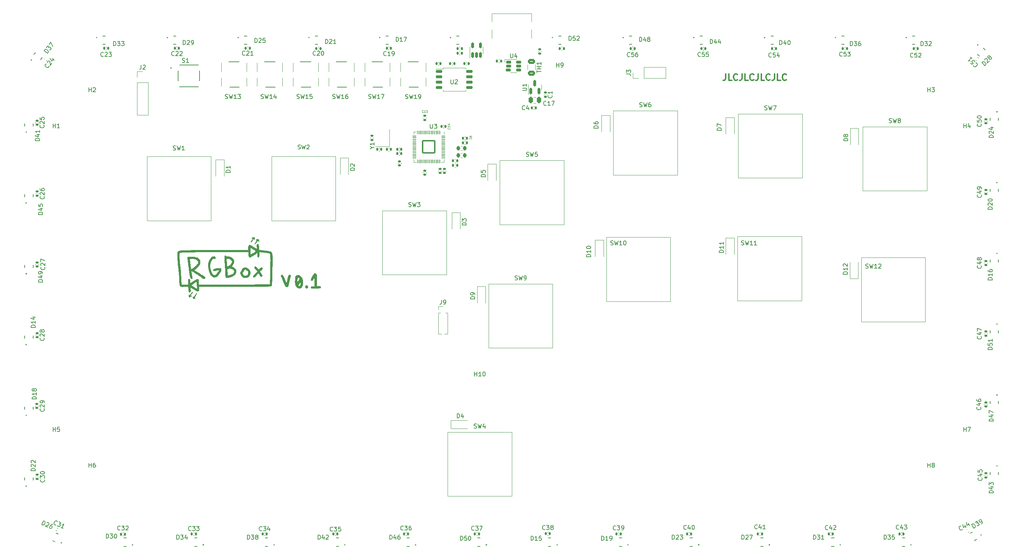
<source format=gbr>
%TF.GenerationSoftware,KiCad,Pcbnew,(6.0.6)*%
%TF.CreationDate,2023-02-28T15:56:07-05:00*%
%TF.ProjectId,fightstick_v2,66696768-7473-4746-9963-6b5f76322e6b,rev?*%
%TF.SameCoordinates,Original*%
%TF.FileFunction,Legend,Top*%
%TF.FilePolarity,Positive*%
%FSLAX46Y46*%
G04 Gerber Fmt 4.6, Leading zero omitted, Abs format (unit mm)*
G04 Created by KiCad (PCBNEW (6.0.6)) date 2023-02-28 15:56:07*
%MOMM*%
%LPD*%
G01*
G04 APERTURE LIST*
G04 Aperture macros list*
%AMRoundRect*
0 Rectangle with rounded corners*
0 $1 Rounding radius*
0 $2 $3 $4 $5 $6 $7 $8 $9 X,Y pos of 4 corners*
0 Add a 4 corners polygon primitive as box body*
4,1,4,$2,$3,$4,$5,$6,$7,$8,$9,$2,$3,0*
0 Add four circle primitives for the rounded corners*
1,1,$1+$1,$2,$3*
1,1,$1+$1,$4,$5*
1,1,$1+$1,$6,$7*
1,1,$1+$1,$8,$9*
0 Add four rect primitives between the rounded corners*
20,1,$1+$1,$2,$3,$4,$5,0*
20,1,$1+$1,$4,$5,$6,$7,0*
20,1,$1+$1,$6,$7,$8,$9,0*
20,1,$1+$1,$8,$9,$2,$3,0*%
%AMRotRect*
0 Rectangle, with rotation*
0 The origin of the aperture is its center*
0 $1 length*
0 $2 width*
0 $3 Rotation angle, in degrees counterclockwise*
0 Add horizontal line*
21,1,$1,$2,0,0,$3*%
G04 Aperture macros list end*
%ADD10C,0.300000*%
%ADD11C,0.150000*%
%ADD12C,0.125000*%
%ADD13C,0.120000*%
%ADD14C,0.127000*%
%ADD15C,0.200000*%
%ADD16R,1.200000X0.900000*%
%ADD17R,1.700000X1.700000*%
%ADD18O,1.700000X1.700000*%
%ADD19RoundRect,0.140000X0.044010X-0.215785X0.220220X0.001816X-0.044010X0.215785X-0.220220X-0.001816X0*%
%ADD20RoundRect,0.140000X0.140000X0.170000X-0.140000X0.170000X-0.140000X-0.170000X0.140000X-0.170000X0*%
%ADD21C,2.200000*%
%ADD22R,0.700000X0.700000*%
%ADD23RoundRect,0.140000X-0.170000X0.140000X-0.170000X-0.140000X0.170000X-0.140000X0.170000X0.140000X0*%
%ADD24R,1.000000X0.750000*%
%ADD25RoundRect,0.140000X-0.140000X-0.170000X0.140000X-0.170000X0.140000X0.170000X-0.140000X0.170000X0*%
%ADD26RoundRect,0.140000X0.170000X-0.140000X0.170000X0.140000X-0.170000X0.140000X-0.170000X-0.140000X0*%
%ADD27C,1.508000*%
%ADD28RoundRect,0.225000X0.225000X0.250000X-0.225000X0.250000X-0.225000X-0.250000X0.225000X-0.250000X0*%
%ADD29RoundRect,0.150000X-0.650000X-0.150000X0.650000X-0.150000X0.650000X0.150000X-0.650000X0.150000X0*%
%ADD30R,0.900000X1.200000*%
%ADD31C,1.900000*%
%ADD32C,1.250000*%
%ADD33C,5.050000*%
%ADD34C,1.650000*%
%ADD35RotRect,0.700000X0.700000X210.000000*%
%ADD36RotRect,0.700000X0.700000X30.000000*%
%ADD37RoundRect,0.050000X-0.050000X0.387500X-0.050000X-0.387500X0.050000X-0.387500X0.050000X0.387500X0*%
%ADD38RoundRect,0.050000X-0.387500X0.050000X-0.387500X-0.050000X0.387500X-0.050000X0.387500X0.050000X0*%
%ADD39RoundRect,0.144000X-1.456000X1.456000X-1.456000X-1.456000X1.456000X-1.456000X1.456000X1.456000X0*%
%ADD40RotRect,0.700000X0.700000X316.000000*%
%ADD41RotRect,0.700000X0.700000X136.000000*%
%ADD42RoundRect,0.150000X-0.475000X-0.150000X0.475000X-0.150000X0.475000X0.150000X-0.475000X0.150000X0*%
%ADD43RoundRect,0.250000X0.250000X0.475000X-0.250000X0.475000X-0.250000X-0.475000X0.250000X-0.475000X0*%
%ADD44RoundRect,0.140000X0.036244X0.217224X-0.206244X0.077224X-0.036244X-0.217224X0.206244X-0.077224X0*%
%ADD45RoundRect,0.150000X0.150000X-0.587500X0.150000X0.587500X-0.150000X0.587500X-0.150000X-0.587500X0*%
%ADD46RotRect,0.700000X0.700000X51.000000*%
%ADD47RotRect,0.700000X0.700000X231.000000*%
%ADD48RoundRect,0.140000X0.195295X0.101783X-0.062446X0.211188X-0.195295X-0.101783X0.062446X-0.211188X0*%
%ADD49RoundRect,0.150000X0.150000X-0.512500X0.150000X0.512500X-0.150000X0.512500X-0.150000X-0.512500X0*%
%ADD50RotRect,0.700000X0.700000X157.000000*%
%ADD51RotRect,0.700000X0.700000X337.000000*%
%ADD52R,1.000000X1.000000*%
%ADD53O,1.000000X1.000000*%
%ADD54RoundRect,0.250000X-0.625000X0.375000X-0.625000X-0.375000X0.625000X-0.375000X0.625000X0.375000X0*%
%ADD55RoundRect,0.140000X-0.218799X-0.025036X-0.017384X-0.219540X0.218799X0.025036X0.017384X0.219540X0*%
%ADD56C,0.650000*%
%ADD57R,0.600000X1.450000*%
%ADD58R,0.300000X1.450000*%
%ADD59O,1.000000X1.600000*%
%ADD60O,1.000000X2.100000*%
%ADD61R,1.200000X1.400000*%
G04 APERTURE END LIST*
D10*
X213471428Y-33878571D02*
X213471428Y-34950000D01*
X213400000Y-35164285D01*
X213257142Y-35307142D01*
X213042857Y-35378571D01*
X212900000Y-35378571D01*
X214900000Y-35378571D02*
X214185714Y-35378571D01*
X214185714Y-33878571D01*
X216257142Y-35235714D02*
X216185714Y-35307142D01*
X215971428Y-35378571D01*
X215828571Y-35378571D01*
X215614285Y-35307142D01*
X215471428Y-35164285D01*
X215400000Y-35021428D01*
X215328571Y-34735714D01*
X215328571Y-34521428D01*
X215400000Y-34235714D01*
X215471428Y-34092857D01*
X215614285Y-33950000D01*
X215828571Y-33878571D01*
X215971428Y-33878571D01*
X216185714Y-33950000D01*
X216257142Y-34021428D01*
X217328571Y-33878571D02*
X217328571Y-34950000D01*
X217257142Y-35164285D01*
X217114285Y-35307142D01*
X216900000Y-35378571D01*
X216757142Y-35378571D01*
X218757142Y-35378571D02*
X218042857Y-35378571D01*
X218042857Y-33878571D01*
X220114285Y-35235714D02*
X220042857Y-35307142D01*
X219828571Y-35378571D01*
X219685714Y-35378571D01*
X219471428Y-35307142D01*
X219328571Y-35164285D01*
X219257142Y-35021428D01*
X219185714Y-34735714D01*
X219185714Y-34521428D01*
X219257142Y-34235714D01*
X219328571Y-34092857D01*
X219471428Y-33950000D01*
X219685714Y-33878571D01*
X219828571Y-33878571D01*
X220042857Y-33950000D01*
X220114285Y-34021428D01*
X221185714Y-33878571D02*
X221185714Y-34950000D01*
X221114285Y-35164285D01*
X220971428Y-35307142D01*
X220757142Y-35378571D01*
X220614285Y-35378571D01*
X222614285Y-35378571D02*
X221900000Y-35378571D01*
X221900000Y-33878571D01*
X223971428Y-35235714D02*
X223900000Y-35307142D01*
X223685714Y-35378571D01*
X223542857Y-35378571D01*
X223328571Y-35307142D01*
X223185714Y-35164285D01*
X223114285Y-35021428D01*
X223042857Y-34735714D01*
X223042857Y-34521428D01*
X223114285Y-34235714D01*
X223185714Y-34092857D01*
X223328571Y-33950000D01*
X223542857Y-33878571D01*
X223685714Y-33878571D01*
X223900000Y-33950000D01*
X223971428Y-34021428D01*
X225042857Y-33878571D02*
X225042857Y-34950000D01*
X224971428Y-35164285D01*
X224828571Y-35307142D01*
X224614285Y-35378571D01*
X224471428Y-35378571D01*
X226471428Y-35378571D02*
X225757142Y-35378571D01*
X225757142Y-33878571D01*
X227828571Y-35235714D02*
X227757142Y-35307142D01*
X227542857Y-35378571D01*
X227400000Y-35378571D01*
X227185714Y-35307142D01*
X227042857Y-35164285D01*
X226971428Y-35021428D01*
X226900000Y-34735714D01*
X226900000Y-34521428D01*
X226971428Y-34235714D01*
X227042857Y-34092857D01*
X227185714Y-33950000D01*
X227400000Y-33878571D01*
X227542857Y-33878571D01*
X227757142Y-33950000D01*
X227828571Y-34021428D01*
D11*
%TO.C,D2*%
X125452380Y-56738095D02*
X124452380Y-56738095D01*
X124452380Y-56500000D01*
X124500000Y-56357142D01*
X124595238Y-56261904D01*
X124690476Y-56214285D01*
X124880952Y-56166666D01*
X125023809Y-56166666D01*
X125214285Y-56214285D01*
X125309523Y-56261904D01*
X125404761Y-56357142D01*
X125452380Y-56500000D01*
X125452380Y-56738095D01*
X124547619Y-55785714D02*
X124500000Y-55738095D01*
X124452380Y-55642857D01*
X124452380Y-55404761D01*
X124500000Y-55309523D01*
X124547619Y-55261904D01*
X124642857Y-55214285D01*
X124738095Y-55214285D01*
X124880952Y-55261904D01*
X125452380Y-55833333D01*
X125452380Y-55214285D01*
%TO.C,J2*%
X74816666Y-31772380D02*
X74816666Y-32486666D01*
X74769047Y-32629523D01*
X74673809Y-32724761D01*
X74530952Y-32772380D01*
X74435714Y-32772380D01*
X75245238Y-31867619D02*
X75292857Y-31820000D01*
X75388095Y-31772380D01*
X75626190Y-31772380D01*
X75721428Y-31820000D01*
X75769047Y-31867619D01*
X75816666Y-31962857D01*
X75816666Y-32058095D01*
X75769047Y-32200952D01*
X75197619Y-32772380D01*
X75816666Y-32772380D01*
%TO.C,C24*%
X52972989Y-32024351D02*
X52980028Y-32091325D01*
X52927132Y-32232314D01*
X52867197Y-32306328D01*
X52740287Y-32387381D01*
X52606338Y-32401459D01*
X52502356Y-32378531D01*
X52324361Y-32295668D01*
X52213340Y-32205765D01*
X52095280Y-32048887D01*
X52051233Y-31951945D01*
X52037155Y-31817996D01*
X52090051Y-31677007D01*
X52149986Y-31602993D01*
X52276896Y-31521940D01*
X52343870Y-31514901D01*
X52583611Y-31218845D02*
X52576572Y-31151871D01*
X52599500Y-31047889D01*
X52749339Y-30862854D01*
X52846281Y-30818808D01*
X52913255Y-30811769D01*
X53017237Y-30834697D01*
X53091251Y-30894632D01*
X53172304Y-31021542D01*
X53256776Y-31825237D01*
X53646355Y-31344147D01*
X53667675Y-30258475D02*
X54185773Y-30678022D01*
X53221782Y-30203768D02*
X53627048Y-30838318D01*
X54016627Y-30357227D01*
%TO.C,C40*%
X204137142Y-141787142D02*
X204089523Y-141834761D01*
X203946666Y-141882380D01*
X203851428Y-141882380D01*
X203708571Y-141834761D01*
X203613333Y-141739523D01*
X203565714Y-141644285D01*
X203518095Y-141453809D01*
X203518095Y-141310952D01*
X203565714Y-141120476D01*
X203613333Y-141025238D01*
X203708571Y-140930000D01*
X203851428Y-140882380D01*
X203946666Y-140882380D01*
X204089523Y-140930000D01*
X204137142Y-140977619D01*
X204994285Y-141215714D02*
X204994285Y-141882380D01*
X204756190Y-140834761D02*
X204518095Y-141549047D01*
X205137142Y-141549047D01*
X205708571Y-140882380D02*
X205803809Y-140882380D01*
X205899047Y-140930000D01*
X205946666Y-140977619D01*
X205994285Y-141072857D01*
X206041904Y-141263333D01*
X206041904Y-141501428D01*
X205994285Y-141691904D01*
X205946666Y-141787142D01*
X205899047Y-141834761D01*
X205803809Y-141882380D01*
X205708571Y-141882380D01*
X205613333Y-141834761D01*
X205565714Y-141787142D01*
X205518095Y-141691904D01*
X205470476Y-141501428D01*
X205470476Y-141263333D01*
X205518095Y-141072857D01*
X205565714Y-140977619D01*
X205613333Y-140930000D01*
X205708571Y-140882380D01*
%TO.C,H7*%
X269916514Y-118652380D02*
X269916514Y-117652380D01*
X269916514Y-118128571D02*
X270487942Y-118128571D01*
X270487942Y-118652380D02*
X270487942Y-117652380D01*
X270868895Y-117652380D02*
X271535561Y-117652380D01*
X271106990Y-118652380D01*
%TO.C,D21*%
X118535580Y-26702430D02*
X118535580Y-25702320D01*
X118773702Y-25702320D01*
X118916575Y-25749945D01*
X119011823Y-25845193D01*
X119059447Y-25940442D01*
X119107072Y-26130939D01*
X119107072Y-26273812D01*
X119059447Y-26464309D01*
X119011823Y-26559557D01*
X118916575Y-26654806D01*
X118773702Y-26702430D01*
X118535580Y-26702430D01*
X119488066Y-25797569D02*
X119535690Y-25749945D01*
X119630939Y-25702320D01*
X119869060Y-25702320D01*
X119964309Y-25749945D01*
X120011933Y-25797569D01*
X120059557Y-25892817D01*
X120059557Y-25988066D01*
X120011933Y-26130939D01*
X119440442Y-26702430D01*
X120059557Y-26702430D01*
X121012043Y-26702430D02*
X120440552Y-26702430D01*
X120726297Y-26702430D02*
X120726297Y-25702320D01*
X120631049Y-25845193D01*
X120535800Y-25940442D01*
X120440552Y-25988066D01*
%TO.C,D9*%
X153952380Y-87238095D02*
X152952380Y-87238095D01*
X152952380Y-87000000D01*
X153000000Y-86857142D01*
X153095238Y-86761904D01*
X153190476Y-86714285D01*
X153380952Y-86666666D01*
X153523809Y-86666666D01*
X153714285Y-86714285D01*
X153809523Y-86761904D01*
X153904761Y-86857142D01*
X153952380Y-87000000D01*
X153952380Y-87238095D01*
X153952380Y-86190476D02*
X153952380Y-86000000D01*
X153904761Y-85904761D01*
X153857142Y-85857142D01*
X153714285Y-85761904D01*
X153523809Y-85714285D01*
X153142857Y-85714285D01*
X153047619Y-85761904D01*
X153000000Y-85809523D01*
X152952380Y-85904761D01*
X152952380Y-86095238D01*
X153000000Y-86190476D01*
X153047619Y-86238095D01*
X153142857Y-86285714D01*
X153380952Y-86285714D01*
X153476190Y-86238095D01*
X153523809Y-86190476D01*
X153571428Y-86095238D01*
X153571428Y-85904761D01*
X153523809Y-85809523D01*
X153476190Y-85761904D01*
X153380952Y-85714285D01*
%TO.C,D23*%
X200785580Y-144202430D02*
X200785580Y-143202320D01*
X201023702Y-143202320D01*
X201166575Y-143249945D01*
X201261823Y-143345193D01*
X201309447Y-143440442D01*
X201357072Y-143630939D01*
X201357072Y-143773812D01*
X201309447Y-143964309D01*
X201261823Y-144059557D01*
X201166575Y-144154806D01*
X201023702Y-144202430D01*
X200785580Y-144202430D01*
X201738066Y-143297569D02*
X201785690Y-143249945D01*
X201880939Y-143202320D01*
X202119060Y-143202320D01*
X202214309Y-143249945D01*
X202261933Y-143297569D01*
X202309557Y-143392817D01*
X202309557Y-143488066D01*
X202261933Y-143630939D01*
X201690442Y-144202430D01*
X202309557Y-144202430D01*
X202642927Y-143202320D02*
X203262043Y-143202320D01*
X202928673Y-143583315D01*
X203071546Y-143583315D01*
X203166795Y-143630939D01*
X203214419Y-143678563D01*
X203262043Y-143773812D01*
X203262043Y-144011933D01*
X203214419Y-144107182D01*
X203166795Y-144154806D01*
X203071546Y-144202430D01*
X202785800Y-144202430D01*
X202690552Y-144154806D01*
X202642927Y-144107182D01*
%TO.C,D22*%
X49702430Y-127964419D02*
X48702320Y-127964419D01*
X48702320Y-127726297D01*
X48749945Y-127583425D01*
X48845193Y-127488176D01*
X48940442Y-127440552D01*
X49130939Y-127392927D01*
X49273812Y-127392927D01*
X49464309Y-127440552D01*
X49559557Y-127488176D01*
X49654806Y-127583425D01*
X49702430Y-127726297D01*
X49702430Y-127964419D01*
X48797569Y-127011933D02*
X48749945Y-126964309D01*
X48702320Y-126869060D01*
X48702320Y-126630939D01*
X48749945Y-126535690D01*
X48797569Y-126488066D01*
X48892817Y-126440442D01*
X48988066Y-126440442D01*
X49130939Y-126488066D01*
X49702430Y-127059557D01*
X49702430Y-126440442D01*
X48797569Y-126059447D02*
X48749945Y-126011823D01*
X48702320Y-125916575D01*
X48702320Y-125678453D01*
X48749945Y-125583205D01*
X48797569Y-125535580D01*
X48892817Y-125487956D01*
X48988066Y-125487956D01*
X49130939Y-125535580D01*
X49702430Y-126107072D01*
X49702430Y-125487956D01*
%TO.C,D17*%
X135285580Y-26202430D02*
X135285580Y-25202320D01*
X135523702Y-25202320D01*
X135666575Y-25249945D01*
X135761823Y-25345193D01*
X135809447Y-25440442D01*
X135857072Y-25630939D01*
X135857072Y-25773812D01*
X135809447Y-25964309D01*
X135761823Y-26059557D01*
X135666575Y-26154806D01*
X135523702Y-26202430D01*
X135285580Y-26202430D01*
X136809557Y-26202430D02*
X136238066Y-26202430D01*
X136523812Y-26202430D02*
X136523812Y-25202320D01*
X136428563Y-25345193D01*
X136333315Y-25440442D01*
X136238066Y-25488066D01*
X137142927Y-25202320D02*
X137809667Y-25202320D01*
X137381049Y-26202430D01*
%TO.C,S1*%
X84563095Y-31119761D02*
X84705952Y-31167380D01*
X84944047Y-31167380D01*
X85039285Y-31119761D01*
X85086904Y-31072142D01*
X85134523Y-30976904D01*
X85134523Y-30881666D01*
X85086904Y-30786428D01*
X85039285Y-30738809D01*
X84944047Y-30691190D01*
X84753571Y-30643571D01*
X84658333Y-30595952D01*
X84610714Y-30548333D01*
X84563095Y-30453095D01*
X84563095Y-30357857D01*
X84610714Y-30262619D01*
X84658333Y-30215000D01*
X84753571Y-30167380D01*
X84991666Y-30167380D01*
X85134523Y-30215000D01*
X86086904Y-31167380D02*
X85515476Y-31167380D01*
X85801190Y-31167380D02*
X85801190Y-30167380D01*
X85705952Y-30310238D01*
X85610714Y-30405476D01*
X85515476Y-30453095D01*
%TO.C,C22*%
X82657142Y-29457142D02*
X82609523Y-29504761D01*
X82466666Y-29552380D01*
X82371428Y-29552380D01*
X82228571Y-29504761D01*
X82133333Y-29409523D01*
X82085714Y-29314285D01*
X82038095Y-29123809D01*
X82038095Y-28980952D01*
X82085714Y-28790476D01*
X82133333Y-28695238D01*
X82228571Y-28600000D01*
X82371428Y-28552380D01*
X82466666Y-28552380D01*
X82609523Y-28600000D01*
X82657142Y-28647619D01*
X83038095Y-28647619D02*
X83085714Y-28600000D01*
X83180952Y-28552380D01*
X83419047Y-28552380D01*
X83514285Y-28600000D01*
X83561904Y-28647619D01*
X83609523Y-28742857D01*
X83609523Y-28838095D01*
X83561904Y-28980952D01*
X82990476Y-29552380D01*
X83609523Y-29552380D01*
X83990476Y-28647619D02*
X84038095Y-28600000D01*
X84133333Y-28552380D01*
X84371428Y-28552380D01*
X84466666Y-28600000D01*
X84514285Y-28647619D01*
X84561904Y-28742857D01*
X84561904Y-28838095D01*
X84514285Y-28980952D01*
X83942857Y-29552380D01*
X84561904Y-29552380D01*
D12*
%TO.C,C13*%
X141741073Y-42978571D02*
X141717263Y-43002380D01*
X141645835Y-43026190D01*
X141598216Y-43026190D01*
X141526787Y-43002380D01*
X141479168Y-42954761D01*
X141455359Y-42907142D01*
X141431549Y-42811904D01*
X141431549Y-42740476D01*
X141455359Y-42645238D01*
X141479168Y-42597619D01*
X141526787Y-42550000D01*
X141598216Y-42526190D01*
X141645835Y-42526190D01*
X141717263Y-42550000D01*
X141741073Y-42573809D01*
X142217263Y-43026190D02*
X141931549Y-43026190D01*
X142074406Y-43026190D02*
X142074406Y-42526190D01*
X142026787Y-42597619D01*
X141979168Y-42645238D01*
X141931549Y-42669047D01*
X142383930Y-42526190D02*
X142693454Y-42526190D01*
X142526787Y-42716666D01*
X142598216Y-42716666D01*
X142645835Y-42740476D01*
X142669644Y-42764285D01*
X142693454Y-42811904D01*
X142693454Y-42930952D01*
X142669644Y-42978571D01*
X142645835Y-43002380D01*
X142598216Y-43026190D01*
X142455359Y-43026190D01*
X142407740Y-43002380D01*
X142383930Y-42978571D01*
D11*
%TO.C,D12*%
X242352380Y-81364285D02*
X241352380Y-81364285D01*
X241352380Y-81126190D01*
X241400000Y-80983333D01*
X241495238Y-80888095D01*
X241590476Y-80840476D01*
X241780952Y-80792857D01*
X241923809Y-80792857D01*
X242114285Y-80840476D01*
X242209523Y-80888095D01*
X242304761Y-80983333D01*
X242352380Y-81126190D01*
X242352380Y-81364285D01*
X242352380Y-79840476D02*
X242352380Y-80411904D01*
X242352380Y-80126190D02*
X241352380Y-80126190D01*
X241495238Y-80221428D01*
X241590476Y-80316666D01*
X241638095Y-80411904D01*
X241447619Y-79459523D02*
X241400000Y-79411904D01*
X241352380Y-79316666D01*
X241352380Y-79078571D01*
X241400000Y-78983333D01*
X241447619Y-78935714D01*
X241542857Y-78888095D01*
X241638095Y-78888095D01*
X241780952Y-78935714D01*
X242352380Y-79507142D01*
X242352380Y-78888095D01*
%TO.C,C39*%
X187407142Y-141917142D02*
X187359523Y-141964761D01*
X187216666Y-142012380D01*
X187121428Y-142012380D01*
X186978571Y-141964761D01*
X186883333Y-141869523D01*
X186835714Y-141774285D01*
X186788095Y-141583809D01*
X186788095Y-141440952D01*
X186835714Y-141250476D01*
X186883333Y-141155238D01*
X186978571Y-141060000D01*
X187121428Y-141012380D01*
X187216666Y-141012380D01*
X187359523Y-141060000D01*
X187407142Y-141107619D01*
X187740476Y-141012380D02*
X188359523Y-141012380D01*
X188026190Y-141393333D01*
X188169047Y-141393333D01*
X188264285Y-141440952D01*
X188311904Y-141488571D01*
X188359523Y-141583809D01*
X188359523Y-141821904D01*
X188311904Y-141917142D01*
X188264285Y-141964761D01*
X188169047Y-142012380D01*
X187883333Y-142012380D01*
X187788095Y-141964761D01*
X187740476Y-141917142D01*
X188835714Y-142012380D02*
X189026190Y-142012380D01*
X189121428Y-141964761D01*
X189169047Y-141917142D01*
X189264285Y-141774285D01*
X189311904Y-141583809D01*
X189311904Y-141202857D01*
X189264285Y-141107619D01*
X189216666Y-141060000D01*
X189121428Y-141012380D01*
X188930952Y-141012380D01*
X188835714Y-141060000D01*
X188788095Y-141107619D01*
X188740476Y-141202857D01*
X188740476Y-141440952D01*
X188788095Y-141536190D01*
X188835714Y-141583809D01*
X188930952Y-141631428D01*
X189121428Y-141631428D01*
X189216666Y-141583809D01*
X189264285Y-141536190D01*
X189311904Y-141440952D01*
%TO.C,D29*%
X84785580Y-26952430D02*
X84785580Y-25952320D01*
X85023702Y-25952320D01*
X85166575Y-25999945D01*
X85261823Y-26095193D01*
X85309447Y-26190442D01*
X85357072Y-26380939D01*
X85357072Y-26523812D01*
X85309447Y-26714309D01*
X85261823Y-26809557D01*
X85166575Y-26904806D01*
X85023702Y-26952430D01*
X84785580Y-26952430D01*
X85738066Y-26047569D02*
X85785690Y-25999945D01*
X85880939Y-25952320D01*
X86119060Y-25952320D01*
X86214309Y-25999945D01*
X86261933Y-26047569D01*
X86309557Y-26142817D01*
X86309557Y-26238066D01*
X86261933Y-26380939D01*
X85690442Y-26952430D01*
X86309557Y-26952430D01*
X86785800Y-26952430D02*
X86976297Y-26952430D01*
X87071546Y-26904806D01*
X87119170Y-26857182D01*
X87214419Y-26714309D01*
X87262043Y-26523812D01*
X87262043Y-26142817D01*
X87214419Y-26047569D01*
X87166795Y-25999945D01*
X87071546Y-25952320D01*
X86881049Y-25952320D01*
X86785800Y-25999945D01*
X86738176Y-26047569D01*
X86690552Y-26142817D01*
X86690552Y-26380939D01*
X86738176Y-26476187D01*
X86785800Y-26523812D01*
X86881049Y-26571436D01*
X87071546Y-26571436D01*
X87166795Y-26523812D01*
X87214419Y-26476187D01*
X87262043Y-26380939D01*
%TO.C,SW17*%
X128766108Y-39706491D02*
X128908965Y-39754110D01*
X129147060Y-39754110D01*
X129242298Y-39706491D01*
X129289917Y-39658872D01*
X129337536Y-39563634D01*
X129337536Y-39468396D01*
X129289917Y-39373158D01*
X129242298Y-39325539D01*
X129147060Y-39277920D01*
X128956584Y-39230301D01*
X128861346Y-39182682D01*
X128813727Y-39135063D01*
X128766108Y-39039825D01*
X128766108Y-38944587D01*
X128813727Y-38849349D01*
X128861346Y-38801730D01*
X128956584Y-38754110D01*
X129194679Y-38754110D01*
X129337536Y-38801730D01*
X129670870Y-38754110D02*
X129908965Y-39754110D01*
X130099441Y-39039825D01*
X130289917Y-39754110D01*
X130528012Y-38754110D01*
X131432774Y-39754110D02*
X130861346Y-39754110D01*
X131147060Y-39754110D02*
X131147060Y-38754110D01*
X131051822Y-38896968D01*
X130956584Y-38992206D01*
X130861346Y-39039825D01*
X131766108Y-38754110D02*
X132432774Y-38754110D01*
X132004203Y-39754110D01*
%TO.C,D24*%
X276952430Y-48964419D02*
X275952320Y-48964419D01*
X275952320Y-48726297D01*
X275999945Y-48583425D01*
X276095193Y-48488176D01*
X276190442Y-48440552D01*
X276380939Y-48392927D01*
X276523812Y-48392927D01*
X276714309Y-48440552D01*
X276809557Y-48488176D01*
X276904806Y-48583425D01*
X276952430Y-48726297D01*
X276952430Y-48964419D01*
X276047569Y-48011933D02*
X275999945Y-47964309D01*
X275952320Y-47869060D01*
X275952320Y-47630939D01*
X275999945Y-47535690D01*
X276047569Y-47488066D01*
X276142817Y-47440442D01*
X276238066Y-47440442D01*
X276380939Y-47488066D01*
X276952430Y-48059557D01*
X276952430Y-47440442D01*
X276285690Y-46583205D02*
X276952430Y-46583205D01*
X275904696Y-46821326D02*
X276619060Y-47059447D01*
X276619060Y-46440332D01*
%TO.C,D18*%
X49952430Y-110964419D02*
X48952320Y-110964419D01*
X48952320Y-110726297D01*
X48999945Y-110583425D01*
X49095193Y-110488176D01*
X49190442Y-110440552D01*
X49380939Y-110392927D01*
X49523812Y-110392927D01*
X49714309Y-110440552D01*
X49809557Y-110488176D01*
X49904806Y-110583425D01*
X49952430Y-110726297D01*
X49952430Y-110964419D01*
X49952430Y-109440442D02*
X49952430Y-110011933D01*
X49952430Y-109726187D02*
X48952320Y-109726187D01*
X49095193Y-109821436D01*
X49190442Y-109916685D01*
X49238066Y-110011933D01*
X49380939Y-108868950D02*
X49333315Y-108964199D01*
X49285690Y-109011823D01*
X49190442Y-109059447D01*
X49142817Y-109059447D01*
X49047569Y-109011823D01*
X48999945Y-108964199D01*
X48952320Y-108868950D01*
X48952320Y-108678453D01*
X48999945Y-108583205D01*
X49047569Y-108535580D01*
X49142817Y-108487956D01*
X49190442Y-108487956D01*
X49285690Y-108535580D01*
X49333315Y-108583205D01*
X49380939Y-108678453D01*
X49380939Y-108868950D01*
X49428563Y-108964199D01*
X49476187Y-109011823D01*
X49571436Y-109059447D01*
X49761933Y-109059447D01*
X49857182Y-109011823D01*
X49904806Y-108964199D01*
X49952430Y-108868950D01*
X49952430Y-108678453D01*
X49904806Y-108583205D01*
X49857182Y-108535580D01*
X49761933Y-108487956D01*
X49571436Y-108487956D01*
X49476187Y-108535580D01*
X49428563Y-108583205D01*
X49380939Y-108678453D01*
%TO.C,C49*%
X274047142Y-62542857D02*
X274094761Y-62590476D01*
X274142380Y-62733333D01*
X274142380Y-62828571D01*
X274094761Y-62971428D01*
X273999523Y-63066666D01*
X273904285Y-63114285D01*
X273713809Y-63161904D01*
X273570952Y-63161904D01*
X273380476Y-63114285D01*
X273285238Y-63066666D01*
X273190000Y-62971428D01*
X273142380Y-62828571D01*
X273142380Y-62733333D01*
X273190000Y-62590476D01*
X273237619Y-62542857D01*
X273475714Y-61685714D02*
X274142380Y-61685714D01*
X273094761Y-61923809D02*
X273809047Y-62161904D01*
X273809047Y-61542857D01*
X274142380Y-61114285D02*
X274142380Y-60923809D01*
X274094761Y-60828571D01*
X274047142Y-60780952D01*
X273904285Y-60685714D01*
X273713809Y-60638095D01*
X273332857Y-60638095D01*
X273237619Y-60685714D01*
X273190000Y-60733333D01*
X273142380Y-60828571D01*
X273142380Y-61019047D01*
X273190000Y-61114285D01*
X273237619Y-61161904D01*
X273332857Y-61209523D01*
X273570952Y-61209523D01*
X273666190Y-61161904D01*
X273713809Y-61114285D01*
X273761428Y-61019047D01*
X273761428Y-60828571D01*
X273713809Y-60733333D01*
X273666190Y-60685714D01*
X273570952Y-60638095D01*
%TO.C,H8*%
X261416514Y-127152380D02*
X261416514Y-126152380D01*
X261416514Y-126628571D02*
X261987942Y-126628571D01*
X261987942Y-127152380D02*
X261987942Y-126152380D01*
X262606990Y-126580952D02*
X262511752Y-126533333D01*
X262464133Y-126485714D01*
X262416514Y-126390476D01*
X262416514Y-126342857D01*
X262464133Y-126247619D01*
X262511752Y-126200000D01*
X262606990Y-126152380D01*
X262797466Y-126152380D01*
X262892704Y-126200000D01*
X262940323Y-126247619D01*
X262987942Y-126342857D01*
X262987942Y-126390476D01*
X262940323Y-126485714D01*
X262892704Y-126533333D01*
X262797466Y-126580952D01*
X262606990Y-126580952D01*
X262511752Y-126628571D01*
X262464133Y-126676190D01*
X262416514Y-126771428D01*
X262416514Y-126961904D01*
X262464133Y-127057142D01*
X262511752Y-127104761D01*
X262606990Y-127152380D01*
X262797466Y-127152380D01*
X262892704Y-127104761D01*
X262940323Y-127057142D01*
X262987942Y-126961904D01*
X262987942Y-126771428D01*
X262940323Y-126676190D01*
X262892704Y-126628571D01*
X262797466Y-126580952D01*
%TO.C,C21*%
X99457142Y-29357142D02*
X99409523Y-29404761D01*
X99266666Y-29452380D01*
X99171428Y-29452380D01*
X99028571Y-29404761D01*
X98933333Y-29309523D01*
X98885714Y-29214285D01*
X98838095Y-29023809D01*
X98838095Y-28880952D01*
X98885714Y-28690476D01*
X98933333Y-28595238D01*
X99028571Y-28500000D01*
X99171428Y-28452380D01*
X99266666Y-28452380D01*
X99409523Y-28500000D01*
X99457142Y-28547619D01*
X99838095Y-28547619D02*
X99885714Y-28500000D01*
X99980952Y-28452380D01*
X100219047Y-28452380D01*
X100314285Y-28500000D01*
X100361904Y-28547619D01*
X100409523Y-28642857D01*
X100409523Y-28738095D01*
X100361904Y-28880952D01*
X99790476Y-29452380D01*
X100409523Y-29452380D01*
X101361904Y-29452380D02*
X100790476Y-29452380D01*
X101076190Y-29452380D02*
X101076190Y-28452380D01*
X100980952Y-28595238D01*
X100885714Y-28690476D01*
X100790476Y-28738095D01*
%TO.C,J3*%
X189942380Y-33933333D02*
X190656666Y-33933333D01*
X190799523Y-33980952D01*
X190894761Y-34076190D01*
X190942380Y-34219047D01*
X190942380Y-34314285D01*
X189942380Y-33552380D02*
X189942380Y-32933333D01*
X190323333Y-33266666D01*
X190323333Y-33123809D01*
X190370952Y-33028571D01*
X190418571Y-32980952D01*
X190513809Y-32933333D01*
X190751904Y-32933333D01*
X190847142Y-32980952D01*
X190894761Y-33028571D01*
X190942380Y-33123809D01*
X190942380Y-33409523D01*
X190894761Y-33504761D01*
X190847142Y-33552380D01*
%TO.C,C55*%
X207507142Y-29657142D02*
X207459523Y-29704761D01*
X207316666Y-29752380D01*
X207221428Y-29752380D01*
X207078571Y-29704761D01*
X206983333Y-29609523D01*
X206935714Y-29514285D01*
X206888095Y-29323809D01*
X206888095Y-29180952D01*
X206935714Y-28990476D01*
X206983333Y-28895238D01*
X207078571Y-28800000D01*
X207221428Y-28752380D01*
X207316666Y-28752380D01*
X207459523Y-28800000D01*
X207507142Y-28847619D01*
X208411904Y-28752380D02*
X207935714Y-28752380D01*
X207888095Y-29228571D01*
X207935714Y-29180952D01*
X208030952Y-29133333D01*
X208269047Y-29133333D01*
X208364285Y-29180952D01*
X208411904Y-29228571D01*
X208459523Y-29323809D01*
X208459523Y-29561904D01*
X208411904Y-29657142D01*
X208364285Y-29704761D01*
X208269047Y-29752380D01*
X208030952Y-29752380D01*
X207935714Y-29704761D01*
X207888095Y-29657142D01*
X209364285Y-28752380D02*
X208888095Y-28752380D01*
X208840476Y-29228571D01*
X208888095Y-29180952D01*
X208983333Y-29133333D01*
X209221428Y-29133333D01*
X209316666Y-29180952D01*
X209364285Y-29228571D01*
X209411904Y-29323809D01*
X209411904Y-29561904D01*
X209364285Y-29657142D01*
X209316666Y-29704761D01*
X209221428Y-29752380D01*
X208983333Y-29752380D01*
X208888095Y-29704761D01*
X208840476Y-29657142D01*
%TO.C,C34*%
X103457142Y-142107142D02*
X103409523Y-142154761D01*
X103266666Y-142202380D01*
X103171428Y-142202380D01*
X103028571Y-142154761D01*
X102933333Y-142059523D01*
X102885714Y-141964285D01*
X102838095Y-141773809D01*
X102838095Y-141630952D01*
X102885714Y-141440476D01*
X102933333Y-141345238D01*
X103028571Y-141250000D01*
X103171428Y-141202380D01*
X103266666Y-141202380D01*
X103409523Y-141250000D01*
X103457142Y-141297619D01*
X103790476Y-141202380D02*
X104409523Y-141202380D01*
X104076190Y-141583333D01*
X104219047Y-141583333D01*
X104314285Y-141630952D01*
X104361904Y-141678571D01*
X104409523Y-141773809D01*
X104409523Y-142011904D01*
X104361904Y-142107142D01*
X104314285Y-142154761D01*
X104219047Y-142202380D01*
X103933333Y-142202380D01*
X103838095Y-142154761D01*
X103790476Y-142107142D01*
X105266666Y-141535714D02*
X105266666Y-142202380D01*
X105028571Y-141154761D02*
X104790476Y-141869047D01*
X105409523Y-141869047D01*
%TO.C,C38*%
X170637142Y-141817142D02*
X170589523Y-141864761D01*
X170446666Y-141912380D01*
X170351428Y-141912380D01*
X170208571Y-141864761D01*
X170113333Y-141769523D01*
X170065714Y-141674285D01*
X170018095Y-141483809D01*
X170018095Y-141340952D01*
X170065714Y-141150476D01*
X170113333Y-141055238D01*
X170208571Y-140960000D01*
X170351428Y-140912380D01*
X170446666Y-140912380D01*
X170589523Y-140960000D01*
X170637142Y-141007619D01*
X170970476Y-140912380D02*
X171589523Y-140912380D01*
X171256190Y-141293333D01*
X171399047Y-141293333D01*
X171494285Y-141340952D01*
X171541904Y-141388571D01*
X171589523Y-141483809D01*
X171589523Y-141721904D01*
X171541904Y-141817142D01*
X171494285Y-141864761D01*
X171399047Y-141912380D01*
X171113333Y-141912380D01*
X171018095Y-141864761D01*
X170970476Y-141817142D01*
X172160952Y-141340952D02*
X172065714Y-141293333D01*
X172018095Y-141245714D01*
X171970476Y-141150476D01*
X171970476Y-141102857D01*
X172018095Y-141007619D01*
X172065714Y-140960000D01*
X172160952Y-140912380D01*
X172351428Y-140912380D01*
X172446666Y-140960000D01*
X172494285Y-141007619D01*
X172541904Y-141102857D01*
X172541904Y-141150476D01*
X172494285Y-141245714D01*
X172446666Y-141293333D01*
X172351428Y-141340952D01*
X172160952Y-141340952D01*
X172065714Y-141388571D01*
X172018095Y-141436190D01*
X171970476Y-141531428D01*
X171970476Y-141721904D01*
X172018095Y-141817142D01*
X172065714Y-141864761D01*
X172160952Y-141912380D01*
X172351428Y-141912380D01*
X172446666Y-141864761D01*
X172494285Y-141817142D01*
X172541904Y-141721904D01*
X172541904Y-141531428D01*
X172494285Y-141436190D01*
X172446666Y-141388571D01*
X172351428Y-141340952D01*
%TO.C,H2*%
X62416514Y-38152380D02*
X62416514Y-37152380D01*
X62416514Y-37628571D02*
X62987942Y-37628571D01*
X62987942Y-38152380D02*
X62987942Y-37152380D01*
X63416514Y-37247619D02*
X63464133Y-37200000D01*
X63559371Y-37152380D01*
X63797466Y-37152380D01*
X63892704Y-37200000D01*
X63940323Y-37247619D01*
X63987942Y-37342857D01*
X63987942Y-37438095D01*
X63940323Y-37580952D01*
X63368895Y-38152380D01*
X63987942Y-38152380D01*
%TO.C,C52*%
X257907142Y-29857142D02*
X257859523Y-29904761D01*
X257716666Y-29952380D01*
X257621428Y-29952380D01*
X257478571Y-29904761D01*
X257383333Y-29809523D01*
X257335714Y-29714285D01*
X257288095Y-29523809D01*
X257288095Y-29380952D01*
X257335714Y-29190476D01*
X257383333Y-29095238D01*
X257478571Y-29000000D01*
X257621428Y-28952380D01*
X257716666Y-28952380D01*
X257859523Y-29000000D01*
X257907142Y-29047619D01*
X258811904Y-28952380D02*
X258335714Y-28952380D01*
X258288095Y-29428571D01*
X258335714Y-29380952D01*
X258430952Y-29333333D01*
X258669047Y-29333333D01*
X258764285Y-29380952D01*
X258811904Y-29428571D01*
X258859523Y-29523809D01*
X258859523Y-29761904D01*
X258811904Y-29857142D01*
X258764285Y-29904761D01*
X258669047Y-29952380D01*
X258430952Y-29952380D01*
X258335714Y-29904761D01*
X258288095Y-29857142D01*
X259240476Y-29047619D02*
X259288095Y-29000000D01*
X259383333Y-28952380D01*
X259621428Y-28952380D01*
X259716666Y-29000000D01*
X259764285Y-29047619D01*
X259811904Y-29142857D01*
X259811904Y-29238095D01*
X259764285Y-29380952D01*
X259192857Y-29952380D01*
X259811904Y-29952380D01*
%TO.C,C32*%
X69857142Y-141957142D02*
X69809523Y-142004761D01*
X69666666Y-142052380D01*
X69571428Y-142052380D01*
X69428571Y-142004761D01*
X69333333Y-141909523D01*
X69285714Y-141814285D01*
X69238095Y-141623809D01*
X69238095Y-141480952D01*
X69285714Y-141290476D01*
X69333333Y-141195238D01*
X69428571Y-141100000D01*
X69571428Y-141052380D01*
X69666666Y-141052380D01*
X69809523Y-141100000D01*
X69857142Y-141147619D01*
X70190476Y-141052380D02*
X70809523Y-141052380D01*
X70476190Y-141433333D01*
X70619047Y-141433333D01*
X70714285Y-141480952D01*
X70761904Y-141528571D01*
X70809523Y-141623809D01*
X70809523Y-141861904D01*
X70761904Y-141957142D01*
X70714285Y-142004761D01*
X70619047Y-142052380D01*
X70333333Y-142052380D01*
X70238095Y-142004761D01*
X70190476Y-141957142D01*
X71190476Y-141147619D02*
X71238095Y-141100000D01*
X71333333Y-141052380D01*
X71571428Y-141052380D01*
X71666666Y-141100000D01*
X71714285Y-141147619D01*
X71761904Y-141242857D01*
X71761904Y-141338095D01*
X71714285Y-141480952D01*
X71142857Y-142052380D01*
X71761904Y-142052380D01*
%TO.C,H4*%
X269916514Y-46652380D02*
X269916514Y-45652380D01*
X269916514Y-46128571D02*
X270487942Y-46128571D01*
X270487942Y-46652380D02*
X270487942Y-45652380D01*
X271392704Y-45985714D02*
X271392704Y-46652380D01*
X271154609Y-45604761D02*
X270916514Y-46319047D01*
X271535561Y-46319047D01*
%TO.C,D41*%
X50702430Y-49714419D02*
X49702320Y-49714419D01*
X49702320Y-49476297D01*
X49749945Y-49333425D01*
X49845193Y-49238176D01*
X49940442Y-49190552D01*
X50130939Y-49142927D01*
X50273812Y-49142927D01*
X50464309Y-49190552D01*
X50559557Y-49238176D01*
X50654806Y-49333425D01*
X50702430Y-49476297D01*
X50702430Y-49714419D01*
X50035690Y-48285690D02*
X50702430Y-48285690D01*
X49654696Y-48523812D02*
X50369060Y-48761933D01*
X50369060Y-48142817D01*
X50702430Y-47237956D02*
X50702430Y-47809447D01*
X50702430Y-47523702D02*
X49702320Y-47523702D01*
X49845193Y-47618950D01*
X49940442Y-47714199D01*
X49988066Y-47809447D01*
%TO.C,C26*%
X51757142Y-62892857D02*
X51804761Y-62940476D01*
X51852380Y-63083333D01*
X51852380Y-63178571D01*
X51804761Y-63321428D01*
X51709523Y-63416666D01*
X51614285Y-63464285D01*
X51423809Y-63511904D01*
X51280952Y-63511904D01*
X51090476Y-63464285D01*
X50995238Y-63416666D01*
X50900000Y-63321428D01*
X50852380Y-63178571D01*
X50852380Y-63083333D01*
X50900000Y-62940476D01*
X50947619Y-62892857D01*
X50947619Y-62511904D02*
X50900000Y-62464285D01*
X50852380Y-62369047D01*
X50852380Y-62130952D01*
X50900000Y-62035714D01*
X50947619Y-61988095D01*
X51042857Y-61940476D01*
X51138095Y-61940476D01*
X51280952Y-61988095D01*
X51852380Y-62559523D01*
X51852380Y-61940476D01*
X50852380Y-61083333D02*
X50852380Y-61273809D01*
X50900000Y-61369047D01*
X50947619Y-61416666D01*
X51090476Y-61511904D01*
X51280952Y-61559523D01*
X51661904Y-61559523D01*
X51757142Y-61511904D01*
X51804761Y-61464285D01*
X51852380Y-61369047D01*
X51852380Y-61178571D01*
X51804761Y-61083333D01*
X51757142Y-61035714D01*
X51661904Y-60988095D01*
X51423809Y-60988095D01*
X51328571Y-61035714D01*
X51280952Y-61083333D01*
X51233333Y-61178571D01*
X51233333Y-61369047D01*
X51280952Y-61464285D01*
X51328571Y-61511904D01*
X51423809Y-61559523D01*
%TO.C,H9*%
X173369957Y-32258380D02*
X173369957Y-31258380D01*
X173369957Y-31734571D02*
X173941385Y-31734571D01*
X173941385Y-32258380D02*
X173941385Y-31258380D01*
X174465195Y-32258380D02*
X174655671Y-32258380D01*
X174750909Y-32210761D01*
X174798528Y-32163142D01*
X174893766Y-32020285D01*
X174941385Y-31829809D01*
X174941385Y-31448857D01*
X174893766Y-31353619D01*
X174846147Y-31306000D01*
X174750909Y-31258380D01*
X174560433Y-31258380D01*
X174465195Y-31306000D01*
X174417576Y-31353619D01*
X174369957Y-31448857D01*
X174369957Y-31686952D01*
X174417576Y-31782190D01*
X174465195Y-31829809D01*
X174560433Y-31877428D01*
X174750909Y-31877428D01*
X174846147Y-31829809D01*
X174893766Y-31782190D01*
X174941385Y-31686952D01*
%TO.C,U2*%
X148288095Y-35252380D02*
X148288095Y-36061904D01*
X148335714Y-36157142D01*
X148383333Y-36204761D01*
X148478571Y-36252380D01*
X148669047Y-36252380D01*
X148764285Y-36204761D01*
X148811904Y-36157142D01*
X148859523Y-36061904D01*
X148859523Y-35252380D01*
X149288095Y-35347619D02*
X149335714Y-35300000D01*
X149430952Y-35252380D01*
X149669047Y-35252380D01*
X149764285Y-35300000D01*
X149811904Y-35347619D01*
X149859523Y-35442857D01*
X149859523Y-35538095D01*
X149811904Y-35680952D01*
X149240476Y-36252380D01*
X149859523Y-36252380D01*
%TO.C,C50*%
X274027142Y-45722857D02*
X274074761Y-45770476D01*
X274122380Y-45913333D01*
X274122380Y-46008571D01*
X274074761Y-46151428D01*
X273979523Y-46246666D01*
X273884285Y-46294285D01*
X273693809Y-46341904D01*
X273550952Y-46341904D01*
X273360476Y-46294285D01*
X273265238Y-46246666D01*
X273170000Y-46151428D01*
X273122380Y-46008571D01*
X273122380Y-45913333D01*
X273170000Y-45770476D01*
X273217619Y-45722857D01*
X273122380Y-44818095D02*
X273122380Y-45294285D01*
X273598571Y-45341904D01*
X273550952Y-45294285D01*
X273503333Y-45199047D01*
X273503333Y-44960952D01*
X273550952Y-44865714D01*
X273598571Y-44818095D01*
X273693809Y-44770476D01*
X273931904Y-44770476D01*
X274027142Y-44818095D01*
X274074761Y-44865714D01*
X274122380Y-44960952D01*
X274122380Y-45199047D01*
X274074761Y-45294285D01*
X274027142Y-45341904D01*
X273122380Y-44151428D02*
X273122380Y-44056190D01*
X273170000Y-43960952D01*
X273217619Y-43913333D01*
X273312857Y-43865714D01*
X273503333Y-43818095D01*
X273741428Y-43818095D01*
X273931904Y-43865714D01*
X274027142Y-43913333D01*
X274074761Y-43960952D01*
X274122380Y-44056190D01*
X274122380Y-44151428D01*
X274074761Y-44246666D01*
X274027142Y-44294285D01*
X273931904Y-44341904D01*
X273741428Y-44389523D01*
X273503333Y-44389523D01*
X273312857Y-44341904D01*
X273217619Y-44294285D01*
X273170000Y-44246666D01*
X273122380Y-44151428D01*
%TO.C,D51*%
X276702430Y-99214419D02*
X275702320Y-99214419D01*
X275702320Y-98976297D01*
X275749945Y-98833425D01*
X275845193Y-98738176D01*
X275940442Y-98690552D01*
X276130939Y-98642927D01*
X276273812Y-98642927D01*
X276464309Y-98690552D01*
X276559557Y-98738176D01*
X276654806Y-98833425D01*
X276702430Y-98976297D01*
X276702430Y-99214419D01*
X275702320Y-97738066D02*
X275702320Y-98214309D01*
X276178563Y-98261933D01*
X276130939Y-98214309D01*
X276083315Y-98119060D01*
X276083315Y-97880939D01*
X276130939Y-97785690D01*
X276178563Y-97738066D01*
X276273812Y-97690442D01*
X276511933Y-97690442D01*
X276607182Y-97738066D01*
X276654806Y-97785690D01*
X276702430Y-97880939D01*
X276702430Y-98119060D01*
X276654806Y-98214309D01*
X276607182Y-98261933D01*
X276702430Y-96737956D02*
X276702430Y-97309447D01*
X276702430Y-97023702D02*
X275702320Y-97023702D01*
X275845193Y-97118950D01*
X275940442Y-97214199D01*
X275988066Y-97309447D01*
%TO.C,D20*%
X276702430Y-65964419D02*
X275702320Y-65964419D01*
X275702320Y-65726297D01*
X275749945Y-65583425D01*
X275845193Y-65488176D01*
X275940442Y-65440552D01*
X276130939Y-65392927D01*
X276273812Y-65392927D01*
X276464309Y-65440552D01*
X276559557Y-65488176D01*
X276654806Y-65583425D01*
X276702430Y-65726297D01*
X276702430Y-65964419D01*
X275797569Y-65011933D02*
X275749945Y-64964309D01*
X275702320Y-64869060D01*
X275702320Y-64630939D01*
X275749945Y-64535690D01*
X275797569Y-64488066D01*
X275892817Y-64440442D01*
X275988066Y-64440442D01*
X276130939Y-64488066D01*
X276702430Y-65059557D01*
X276702430Y-64440442D01*
X275702320Y-63821326D02*
X275702320Y-63726077D01*
X275749945Y-63630829D01*
X275797569Y-63583205D01*
X275892817Y-63535580D01*
X276083315Y-63487956D01*
X276321436Y-63487956D01*
X276511933Y-63535580D01*
X276607182Y-63583205D01*
X276654806Y-63630829D01*
X276702430Y-63726077D01*
X276702430Y-63821326D01*
X276654806Y-63916575D01*
X276607182Y-63964199D01*
X276511933Y-64011823D01*
X276321436Y-64059447D01*
X276083315Y-64059447D01*
X275892817Y-64011823D01*
X275797569Y-63964199D01*
X275749945Y-63916575D01*
X275702320Y-63821326D01*
%TO.C,D3*%
X151952380Y-69738095D02*
X150952380Y-69738095D01*
X150952380Y-69500000D01*
X151000000Y-69357142D01*
X151095238Y-69261904D01*
X151190476Y-69214285D01*
X151380952Y-69166666D01*
X151523809Y-69166666D01*
X151714285Y-69214285D01*
X151809523Y-69261904D01*
X151904761Y-69357142D01*
X151952380Y-69500000D01*
X151952380Y-69738095D01*
X150952380Y-68833333D02*
X150952380Y-68214285D01*
X151333333Y-68547619D01*
X151333333Y-68404761D01*
X151380952Y-68309523D01*
X151428571Y-68261904D01*
X151523809Y-68214285D01*
X151761904Y-68214285D01*
X151857142Y-68261904D01*
X151904761Y-68309523D01*
X151952380Y-68404761D01*
X151952380Y-68690476D01*
X151904761Y-68785714D01*
X151857142Y-68833333D01*
%TO.C,H3*%
X261416514Y-38152380D02*
X261416514Y-37152380D01*
X261416514Y-37628571D02*
X261987942Y-37628571D01*
X261987942Y-38152380D02*
X261987942Y-37152380D01*
X262368895Y-37152380D02*
X262987942Y-37152380D01*
X262654609Y-37533333D01*
X262797466Y-37533333D01*
X262892704Y-37580952D01*
X262940323Y-37628571D01*
X262987942Y-37723809D01*
X262987942Y-37961904D01*
X262940323Y-38057142D01*
X262892704Y-38104761D01*
X262797466Y-38152380D01*
X262511752Y-38152380D01*
X262416514Y-38104761D01*
X262368895Y-38057142D01*
%TO.C,SW14*%
X103266108Y-39706491D02*
X103408965Y-39754110D01*
X103647060Y-39754110D01*
X103742298Y-39706491D01*
X103789917Y-39658872D01*
X103837536Y-39563634D01*
X103837536Y-39468396D01*
X103789917Y-39373158D01*
X103742298Y-39325539D01*
X103647060Y-39277920D01*
X103456584Y-39230301D01*
X103361346Y-39182682D01*
X103313727Y-39135063D01*
X103266108Y-39039825D01*
X103266108Y-38944587D01*
X103313727Y-38849349D01*
X103361346Y-38801730D01*
X103456584Y-38754110D01*
X103694679Y-38754110D01*
X103837536Y-38801730D01*
X104170870Y-38754110D02*
X104408965Y-39754110D01*
X104599441Y-39039825D01*
X104789917Y-39754110D01*
X105028012Y-38754110D01*
X105932774Y-39754110D02*
X105361346Y-39754110D01*
X105647060Y-39754110D02*
X105647060Y-38754110D01*
X105551822Y-38896968D01*
X105456584Y-38992206D01*
X105361346Y-39039825D01*
X106789917Y-39087444D02*
X106789917Y-39754110D01*
X106551822Y-38706491D02*
X106313727Y-39420777D01*
X106932774Y-39420777D01*
%TO.C,D4*%
X149761904Y-115452380D02*
X149761904Y-114452380D01*
X150000000Y-114452380D01*
X150142857Y-114500000D01*
X150238095Y-114595238D01*
X150285714Y-114690476D01*
X150333333Y-114880952D01*
X150333333Y-115023809D01*
X150285714Y-115214285D01*
X150238095Y-115309523D01*
X150142857Y-115404761D01*
X150000000Y-115452380D01*
X149761904Y-115452380D01*
X151190476Y-114785714D02*
X151190476Y-115452380D01*
X150952380Y-114404761D02*
X150714285Y-115119047D01*
X151333333Y-115119047D01*
%TO.C,D45*%
X51452430Y-67214419D02*
X50452320Y-67214419D01*
X50452320Y-66976297D01*
X50499945Y-66833425D01*
X50595193Y-66738176D01*
X50690442Y-66690552D01*
X50880939Y-66642927D01*
X51023812Y-66642927D01*
X51214309Y-66690552D01*
X51309557Y-66738176D01*
X51404806Y-66833425D01*
X51452430Y-66976297D01*
X51452430Y-67214419D01*
X50785690Y-65785690D02*
X51452430Y-65785690D01*
X50404696Y-66023812D02*
X51119060Y-66261933D01*
X51119060Y-65642817D01*
X50452320Y-64785580D02*
X50452320Y-65261823D01*
X50928563Y-65309447D01*
X50880939Y-65261823D01*
X50833315Y-65166575D01*
X50833315Y-64928453D01*
X50880939Y-64833205D01*
X50928563Y-64785580D01*
X51023812Y-64737956D01*
X51261933Y-64737956D01*
X51357182Y-64785580D01*
X51404806Y-64833205D01*
X51452430Y-64928453D01*
X51452430Y-65166575D01*
X51404806Y-65261823D01*
X51357182Y-65309447D01*
%TO.C,D1*%
X95952380Y-57238095D02*
X94952380Y-57238095D01*
X94952380Y-57000000D01*
X95000000Y-56857142D01*
X95095238Y-56761904D01*
X95190476Y-56714285D01*
X95380952Y-56666666D01*
X95523809Y-56666666D01*
X95714285Y-56714285D01*
X95809523Y-56761904D01*
X95904761Y-56857142D01*
X95952380Y-57000000D01*
X95952380Y-57238095D01*
X95952380Y-55714285D02*
X95952380Y-56285714D01*
X95952380Y-56000000D02*
X94952380Y-56000000D01*
X95095238Y-56095238D01*
X95190476Y-56190476D01*
X95238095Y-56285714D01*
%TO.C,C45*%
X274207142Y-129642857D02*
X274254761Y-129690476D01*
X274302380Y-129833333D01*
X274302380Y-129928571D01*
X274254761Y-130071428D01*
X274159523Y-130166666D01*
X274064285Y-130214285D01*
X273873809Y-130261904D01*
X273730952Y-130261904D01*
X273540476Y-130214285D01*
X273445238Y-130166666D01*
X273350000Y-130071428D01*
X273302380Y-129928571D01*
X273302380Y-129833333D01*
X273350000Y-129690476D01*
X273397619Y-129642857D01*
X273635714Y-128785714D02*
X274302380Y-128785714D01*
X273254761Y-129023809D02*
X273969047Y-129261904D01*
X273969047Y-128642857D01*
X273302380Y-127785714D02*
X273302380Y-128261904D01*
X273778571Y-128309523D01*
X273730952Y-128261904D01*
X273683333Y-128166666D01*
X273683333Y-127928571D01*
X273730952Y-127833333D01*
X273778571Y-127785714D01*
X273873809Y-127738095D01*
X274111904Y-127738095D01*
X274207142Y-127785714D01*
X274254761Y-127833333D01*
X274302380Y-127928571D01*
X274302380Y-128166666D01*
X274254761Y-128261904D01*
X274207142Y-128309523D01*
%TO.C,D14*%
X49702430Y-93964419D02*
X48702320Y-93964419D01*
X48702320Y-93726297D01*
X48749945Y-93583425D01*
X48845193Y-93488176D01*
X48940442Y-93440552D01*
X49130939Y-93392927D01*
X49273812Y-93392927D01*
X49464309Y-93440552D01*
X49559557Y-93488176D01*
X49654806Y-93583425D01*
X49702430Y-93726297D01*
X49702430Y-93964419D01*
X49702430Y-92440442D02*
X49702430Y-93011933D01*
X49702430Y-92726187D02*
X48702320Y-92726187D01*
X48845193Y-92821436D01*
X48940442Y-92916685D01*
X48988066Y-93011933D01*
X49035690Y-91583205D02*
X49702430Y-91583205D01*
X48654696Y-91821326D02*
X49369060Y-92059447D01*
X49369060Y-91440332D01*
%TO.C,H10*%
X153899416Y-105521822D02*
X153899416Y-104521822D01*
X153899416Y-104998013D02*
X154470845Y-104998013D01*
X154470845Y-105521822D02*
X154470845Y-104521822D01*
X155470845Y-105521822D02*
X154899416Y-105521822D01*
X155185131Y-105521822D02*
X155185131Y-104521822D01*
X155089892Y-104664680D01*
X154994654Y-104759918D01*
X154899416Y-104807537D01*
X156089892Y-104521822D02*
X156185131Y-104521822D01*
X156280369Y-104569442D01*
X156327988Y-104617061D01*
X156375607Y-104712299D01*
X156423226Y-104902775D01*
X156423226Y-105140870D01*
X156375607Y-105331346D01*
X156327988Y-105426584D01*
X156280369Y-105474203D01*
X156185131Y-105521822D01*
X156089892Y-105521822D01*
X155994654Y-105474203D01*
X155947035Y-105426584D01*
X155899416Y-105331346D01*
X155851797Y-105140870D01*
X155851797Y-104902775D01*
X155899416Y-104712299D01*
X155947035Y-104617061D01*
X155994654Y-104569442D01*
X156089892Y-104521822D01*
%TO.C,D5*%
X156452380Y-58238095D02*
X155452380Y-58238095D01*
X155452380Y-58000000D01*
X155500000Y-57857142D01*
X155595238Y-57761904D01*
X155690476Y-57714285D01*
X155880952Y-57666666D01*
X156023809Y-57666666D01*
X156214285Y-57714285D01*
X156309523Y-57761904D01*
X156404761Y-57857142D01*
X156452380Y-58000000D01*
X156452380Y-58238095D01*
X155452380Y-56761904D02*
X155452380Y-57238095D01*
X155928571Y-57285714D01*
X155880952Y-57238095D01*
X155833333Y-57142857D01*
X155833333Y-56904761D01*
X155880952Y-56809523D01*
X155928571Y-56761904D01*
X156023809Y-56714285D01*
X156261904Y-56714285D01*
X156357142Y-56761904D01*
X156404761Y-56809523D01*
X156452380Y-56904761D01*
X156452380Y-57142857D01*
X156404761Y-57238095D01*
X156357142Y-57285714D01*
%TO.C,D44*%
X209785580Y-26702430D02*
X209785580Y-25702320D01*
X210023702Y-25702320D01*
X210166575Y-25749945D01*
X210261823Y-25845193D01*
X210309447Y-25940442D01*
X210357072Y-26130939D01*
X210357072Y-26273812D01*
X210309447Y-26464309D01*
X210261823Y-26559557D01*
X210166575Y-26654806D01*
X210023702Y-26702430D01*
X209785580Y-26702430D01*
X211214309Y-26035690D02*
X211214309Y-26702430D01*
X210976187Y-25654696D02*
X210738066Y-26369060D01*
X211357182Y-26369060D01*
X212166795Y-26035690D02*
X212166795Y-26702430D01*
X211928673Y-25654696D02*
X211690552Y-26369060D01*
X212309667Y-26369060D01*
%TO.C,SW6*%
X193061544Y-41660287D02*
X193204401Y-41707906D01*
X193442497Y-41707906D01*
X193537735Y-41660287D01*
X193585354Y-41612668D01*
X193632973Y-41517430D01*
X193632973Y-41422192D01*
X193585354Y-41326954D01*
X193537735Y-41279335D01*
X193442497Y-41231716D01*
X193252020Y-41184097D01*
X193156782Y-41136478D01*
X193109163Y-41088859D01*
X193061544Y-40993621D01*
X193061544Y-40898383D01*
X193109163Y-40803145D01*
X193156782Y-40755526D01*
X193252020Y-40707906D01*
X193490116Y-40707906D01*
X193632973Y-40755526D01*
X193966306Y-40707906D02*
X194204401Y-41707906D01*
X194394878Y-40993621D01*
X194585354Y-41707906D01*
X194823449Y-40707906D01*
X195632973Y-40707906D02*
X195442497Y-40707906D01*
X195347258Y-40755526D01*
X195299639Y-40803145D01*
X195204401Y-40946002D01*
X195156782Y-41136478D01*
X195156782Y-41517430D01*
X195204401Y-41612668D01*
X195252020Y-41660287D01*
X195347258Y-41707906D01*
X195537735Y-41707906D01*
X195632973Y-41660287D01*
X195680592Y-41612668D01*
X195728211Y-41517430D01*
X195728211Y-41279335D01*
X195680592Y-41184097D01*
X195632973Y-41136478D01*
X195537735Y-41088859D01*
X195347258Y-41088859D01*
X195252020Y-41136478D01*
X195204401Y-41184097D01*
X195156782Y-41279335D01*
%TO.C,C27*%
X51907142Y-79692857D02*
X51954761Y-79740476D01*
X52002380Y-79883333D01*
X52002380Y-79978571D01*
X51954761Y-80121428D01*
X51859523Y-80216666D01*
X51764285Y-80264285D01*
X51573809Y-80311904D01*
X51430952Y-80311904D01*
X51240476Y-80264285D01*
X51145238Y-80216666D01*
X51050000Y-80121428D01*
X51002380Y-79978571D01*
X51002380Y-79883333D01*
X51050000Y-79740476D01*
X51097619Y-79692857D01*
X51097619Y-79311904D02*
X51050000Y-79264285D01*
X51002380Y-79169047D01*
X51002380Y-78930952D01*
X51050000Y-78835714D01*
X51097619Y-78788095D01*
X51192857Y-78740476D01*
X51288095Y-78740476D01*
X51430952Y-78788095D01*
X52002380Y-79359523D01*
X52002380Y-78740476D01*
X51002380Y-78407142D02*
X51002380Y-77740476D01*
X52002380Y-78169047D01*
%TO.C,SW8*%
X252242930Y-45420871D02*
X252385787Y-45468490D01*
X252623883Y-45468490D01*
X252719121Y-45420871D01*
X252766740Y-45373252D01*
X252814359Y-45278014D01*
X252814359Y-45182776D01*
X252766740Y-45087538D01*
X252719121Y-45039919D01*
X252623883Y-44992300D01*
X252433406Y-44944681D01*
X252338168Y-44897062D01*
X252290549Y-44849443D01*
X252242930Y-44754205D01*
X252242930Y-44658967D01*
X252290549Y-44563729D01*
X252338168Y-44516110D01*
X252433406Y-44468490D01*
X252671502Y-44468490D01*
X252814359Y-44516110D01*
X253147692Y-44468490D02*
X253385787Y-45468490D01*
X253576264Y-44754205D01*
X253766740Y-45468490D01*
X254004835Y-44468490D01*
X254528644Y-44897062D02*
X254433406Y-44849443D01*
X254385787Y-44801824D01*
X254338168Y-44706586D01*
X254338168Y-44658967D01*
X254385787Y-44563729D01*
X254433406Y-44516110D01*
X254528644Y-44468490D01*
X254719121Y-44468490D01*
X254814359Y-44516110D01*
X254861978Y-44563729D01*
X254909597Y-44658967D01*
X254909597Y-44706586D01*
X254861978Y-44801824D01*
X254814359Y-44849443D01*
X254719121Y-44897062D01*
X254528644Y-44897062D01*
X254433406Y-44944681D01*
X254385787Y-44992300D01*
X254338168Y-45087538D01*
X254338168Y-45278014D01*
X254385787Y-45373252D01*
X254433406Y-45420871D01*
X254528644Y-45468490D01*
X254719121Y-45468490D01*
X254814359Y-45420871D01*
X254861978Y-45373252D01*
X254909597Y-45278014D01*
X254909597Y-45087538D01*
X254861978Y-44992300D01*
X254814359Y-44944681D01*
X254719121Y-44897062D01*
%TO.C,D40*%
X226285580Y-26952430D02*
X226285580Y-25952320D01*
X226523702Y-25952320D01*
X226666575Y-25999945D01*
X226761823Y-26095193D01*
X226809447Y-26190442D01*
X226857072Y-26380939D01*
X226857072Y-26523812D01*
X226809447Y-26714309D01*
X226761823Y-26809557D01*
X226666575Y-26904806D01*
X226523702Y-26952430D01*
X226285580Y-26952430D01*
X227714309Y-26285690D02*
X227714309Y-26952430D01*
X227476187Y-25904696D02*
X227238066Y-26619060D01*
X227857182Y-26619060D01*
X228428673Y-25952320D02*
X228523922Y-25952320D01*
X228619170Y-25999945D01*
X228666795Y-26047569D01*
X228714419Y-26142817D01*
X228762043Y-26333315D01*
X228762043Y-26571436D01*
X228714419Y-26761933D01*
X228666795Y-26857182D01*
X228619170Y-26904806D01*
X228523922Y-26952430D01*
X228428673Y-26952430D01*
X228333425Y-26904806D01*
X228285800Y-26857182D01*
X228238176Y-26761933D01*
X228190552Y-26571436D01*
X228190552Y-26333315D01*
X228238176Y-26142817D01*
X228285800Y-26047569D01*
X228333425Y-25999945D01*
X228428673Y-25952320D01*
%TO.C,D39*%
X272324497Y-141549026D02*
X271824442Y-140682905D01*
X272030661Y-140563844D01*
X272178205Y-140533652D01*
X272308317Y-140568515D01*
X272397185Y-140627191D01*
X272533677Y-140768354D01*
X272605114Y-140892085D01*
X272659118Y-141080873D01*
X272665499Y-141187173D01*
X272630635Y-141317285D01*
X272530716Y-141429965D01*
X272324497Y-141549026D01*
X272608075Y-140230474D02*
X273144245Y-139920916D01*
X273046035Y-140417552D01*
X273169767Y-140346116D01*
X273276066Y-140339735D01*
X273341122Y-140357167D01*
X273429991Y-140415842D01*
X273549051Y-140622062D01*
X273555432Y-140728362D01*
X273538000Y-140793418D01*
X273479324Y-140882286D01*
X273231861Y-141025158D01*
X273125562Y-141031539D01*
X273060506Y-141014107D01*
X274056738Y-140548916D02*
X274221714Y-140453667D01*
X274280389Y-140364799D01*
X274297821Y-140299743D01*
X274308872Y-140128387D01*
X274254867Y-139939600D01*
X274064370Y-139609649D01*
X273975502Y-139550973D01*
X273910446Y-139533542D01*
X273804146Y-139539922D01*
X273639171Y-139635171D01*
X273580495Y-139724039D01*
X273563064Y-139789095D01*
X273569444Y-139895395D01*
X273688505Y-140101614D01*
X273777373Y-140160289D01*
X273842429Y-140177721D01*
X273948729Y-140171341D01*
X274113704Y-140076092D01*
X274172380Y-139987224D01*
X274189811Y-139922168D01*
X274183431Y-139815868D01*
%TO.C,C1*%
X172217142Y-38966666D02*
X172264761Y-39014285D01*
X172312380Y-39157142D01*
X172312380Y-39252380D01*
X172264761Y-39395238D01*
X172169523Y-39490476D01*
X172074285Y-39538095D01*
X171883809Y-39585714D01*
X171740952Y-39585714D01*
X171550476Y-39538095D01*
X171455238Y-39490476D01*
X171360000Y-39395238D01*
X171312380Y-39252380D01*
X171312380Y-39157142D01*
X171360000Y-39014285D01*
X171407619Y-38966666D01*
X172312380Y-38014285D02*
X172312380Y-38585714D01*
X172312380Y-38300000D02*
X171312380Y-38300000D01*
X171455238Y-38395238D01*
X171550476Y-38490476D01*
X171598095Y-38585714D01*
%TO.C,C19*%
X132957142Y-29467142D02*
X132909523Y-29514761D01*
X132766666Y-29562380D01*
X132671428Y-29562380D01*
X132528571Y-29514761D01*
X132433333Y-29419523D01*
X132385714Y-29324285D01*
X132338095Y-29133809D01*
X132338095Y-28990952D01*
X132385714Y-28800476D01*
X132433333Y-28705238D01*
X132528571Y-28610000D01*
X132671428Y-28562380D01*
X132766666Y-28562380D01*
X132909523Y-28610000D01*
X132957142Y-28657619D01*
X133909523Y-29562380D02*
X133338095Y-29562380D01*
X133623809Y-29562380D02*
X133623809Y-28562380D01*
X133528571Y-28705238D01*
X133433333Y-28800476D01*
X133338095Y-28848095D01*
X134385714Y-29562380D02*
X134576190Y-29562380D01*
X134671428Y-29514761D01*
X134719047Y-29467142D01*
X134814285Y-29324285D01*
X134861904Y-29133809D01*
X134861904Y-28752857D01*
X134814285Y-28657619D01*
X134766666Y-28610000D01*
X134671428Y-28562380D01*
X134480952Y-28562380D01*
X134385714Y-28610000D01*
X134338095Y-28657619D01*
X134290476Y-28752857D01*
X134290476Y-28990952D01*
X134338095Y-29086190D01*
X134385714Y-29133809D01*
X134480952Y-29181428D01*
X134671428Y-29181428D01*
X134766666Y-29133809D01*
X134814285Y-29086190D01*
X134861904Y-28990952D01*
%TO.C,C33*%
X86657142Y-142057142D02*
X86609523Y-142104761D01*
X86466666Y-142152380D01*
X86371428Y-142152380D01*
X86228571Y-142104761D01*
X86133333Y-142009523D01*
X86085714Y-141914285D01*
X86038095Y-141723809D01*
X86038095Y-141580952D01*
X86085714Y-141390476D01*
X86133333Y-141295238D01*
X86228571Y-141200000D01*
X86371428Y-141152380D01*
X86466666Y-141152380D01*
X86609523Y-141200000D01*
X86657142Y-141247619D01*
X86990476Y-141152380D02*
X87609523Y-141152380D01*
X87276190Y-141533333D01*
X87419047Y-141533333D01*
X87514285Y-141580952D01*
X87561904Y-141628571D01*
X87609523Y-141723809D01*
X87609523Y-141961904D01*
X87561904Y-142057142D01*
X87514285Y-142104761D01*
X87419047Y-142152380D01*
X87133333Y-142152380D01*
X87038095Y-142104761D01*
X86990476Y-142057142D01*
X87942857Y-141152380D02*
X88561904Y-141152380D01*
X88228571Y-141533333D01*
X88371428Y-141533333D01*
X88466666Y-141580952D01*
X88514285Y-141628571D01*
X88561904Y-141723809D01*
X88561904Y-141961904D01*
X88514285Y-142057142D01*
X88466666Y-142104761D01*
X88371428Y-142152380D01*
X88085714Y-142152380D01*
X87990476Y-142104761D01*
X87942857Y-142057142D01*
%TO.C,SW7*%
X222731910Y-42361413D02*
X222874767Y-42409032D01*
X223112863Y-42409032D01*
X223208101Y-42361413D01*
X223255720Y-42313794D01*
X223303339Y-42218556D01*
X223303339Y-42123318D01*
X223255720Y-42028080D01*
X223208101Y-41980461D01*
X223112863Y-41932842D01*
X222922386Y-41885223D01*
X222827148Y-41837604D01*
X222779529Y-41789985D01*
X222731910Y-41694747D01*
X222731910Y-41599509D01*
X222779529Y-41504271D01*
X222827148Y-41456652D01*
X222922386Y-41409032D01*
X223160482Y-41409032D01*
X223303339Y-41456652D01*
X223636672Y-41409032D02*
X223874767Y-42409032D01*
X224065244Y-41694747D01*
X224255720Y-42409032D01*
X224493815Y-41409032D01*
X224779529Y-41409032D02*
X225446196Y-41409032D01*
X225017624Y-42409032D01*
%TO.C,C42*%
X237717142Y-141847142D02*
X237669523Y-141894761D01*
X237526666Y-141942380D01*
X237431428Y-141942380D01*
X237288571Y-141894761D01*
X237193333Y-141799523D01*
X237145714Y-141704285D01*
X237098095Y-141513809D01*
X237098095Y-141370952D01*
X237145714Y-141180476D01*
X237193333Y-141085238D01*
X237288571Y-140990000D01*
X237431428Y-140942380D01*
X237526666Y-140942380D01*
X237669523Y-140990000D01*
X237717142Y-141037619D01*
X238574285Y-141275714D02*
X238574285Y-141942380D01*
X238336190Y-140894761D02*
X238098095Y-141609047D01*
X238717142Y-141609047D01*
X239050476Y-141037619D02*
X239098095Y-140990000D01*
X239193333Y-140942380D01*
X239431428Y-140942380D01*
X239526666Y-140990000D01*
X239574285Y-141037619D01*
X239621904Y-141132857D01*
X239621904Y-141228095D01*
X239574285Y-141370952D01*
X239002857Y-141942380D01*
X239621904Y-141942380D01*
%TO.C,D19*%
X184035580Y-144452430D02*
X184035580Y-143452320D01*
X184273702Y-143452320D01*
X184416575Y-143499945D01*
X184511823Y-143595193D01*
X184559447Y-143690442D01*
X184607072Y-143880939D01*
X184607072Y-144023812D01*
X184559447Y-144214309D01*
X184511823Y-144309557D01*
X184416575Y-144404806D01*
X184273702Y-144452430D01*
X184035580Y-144452430D01*
X185559557Y-144452430D02*
X184988066Y-144452430D01*
X185273812Y-144452430D02*
X185273812Y-143452320D01*
X185178563Y-143595193D01*
X185083315Y-143690442D01*
X184988066Y-143738066D01*
X186035800Y-144452430D02*
X186226297Y-144452430D01*
X186321546Y-144404806D01*
X186369170Y-144357182D01*
X186464419Y-144214309D01*
X186512043Y-144023812D01*
X186512043Y-143642817D01*
X186464419Y-143547569D01*
X186416795Y-143499945D01*
X186321546Y-143452320D01*
X186131049Y-143452320D01*
X186035800Y-143499945D01*
X185988176Y-143547569D01*
X185940552Y-143642817D01*
X185940552Y-143880939D01*
X185988176Y-143976187D01*
X186035800Y-144023812D01*
X186131049Y-144071436D01*
X186321546Y-144071436D01*
X186416795Y-144023812D01*
X186464419Y-143976187D01*
X186512043Y-143880939D01*
%TO.C,D15*%
X167285580Y-144452430D02*
X167285580Y-143452320D01*
X167523702Y-143452320D01*
X167666575Y-143499945D01*
X167761823Y-143595193D01*
X167809447Y-143690442D01*
X167857072Y-143880939D01*
X167857072Y-144023812D01*
X167809447Y-144214309D01*
X167761823Y-144309557D01*
X167666575Y-144404806D01*
X167523702Y-144452430D01*
X167285580Y-144452430D01*
X168809557Y-144452430D02*
X168238066Y-144452430D01*
X168523812Y-144452430D02*
X168523812Y-143452320D01*
X168428563Y-143595193D01*
X168333315Y-143690442D01*
X168238066Y-143738066D01*
X169714419Y-143452320D02*
X169238176Y-143452320D01*
X169190552Y-143928563D01*
X169238176Y-143880939D01*
X169333425Y-143833315D01*
X169571546Y-143833315D01*
X169666795Y-143880939D01*
X169714419Y-143928563D01*
X169762043Y-144023812D01*
X169762043Y-144261933D01*
X169714419Y-144357182D01*
X169666795Y-144404806D01*
X169571546Y-144452430D01*
X169333425Y-144452430D01*
X169238176Y-144404806D01*
X169190552Y-144357182D01*
%TO.C,U3*%
X143388095Y-45802380D02*
X143388095Y-46611904D01*
X143435714Y-46707142D01*
X143483333Y-46754761D01*
X143578571Y-46802380D01*
X143769047Y-46802380D01*
X143864285Y-46754761D01*
X143911904Y-46707142D01*
X143959523Y-46611904D01*
X143959523Y-45802380D01*
X144340476Y-45802380D02*
X144959523Y-45802380D01*
X144626190Y-46183333D01*
X144769047Y-46183333D01*
X144864285Y-46230952D01*
X144911904Y-46278571D01*
X144959523Y-46373809D01*
X144959523Y-46611904D01*
X144911904Y-46707142D01*
X144864285Y-46754761D01*
X144769047Y-46802380D01*
X144483333Y-46802380D01*
X144388095Y-46754761D01*
X144340476Y-46707142D01*
%TO.C,SW1*%
X82416666Y-51904761D02*
X82559523Y-51952380D01*
X82797619Y-51952380D01*
X82892857Y-51904761D01*
X82940476Y-51857142D01*
X82988095Y-51761904D01*
X82988095Y-51666666D01*
X82940476Y-51571428D01*
X82892857Y-51523809D01*
X82797619Y-51476190D01*
X82607142Y-51428571D01*
X82511904Y-51380952D01*
X82464285Y-51333333D01*
X82416666Y-51238095D01*
X82416666Y-51142857D01*
X82464285Y-51047619D01*
X82511904Y-51000000D01*
X82607142Y-50952380D01*
X82845238Y-50952380D01*
X82988095Y-51000000D01*
X83321428Y-50952380D02*
X83559523Y-51952380D01*
X83750000Y-51238095D01*
X83940476Y-51952380D01*
X84178571Y-50952380D01*
X85083333Y-51952380D02*
X84511904Y-51952380D01*
X84797619Y-51952380D02*
X84797619Y-50952380D01*
X84702380Y-51095238D01*
X84607142Y-51190476D01*
X84511904Y-51238095D01*
%TO.C,SW11*%
X217190476Y-74404761D02*
X217333333Y-74452380D01*
X217571428Y-74452380D01*
X217666666Y-74404761D01*
X217714285Y-74357142D01*
X217761904Y-74261904D01*
X217761904Y-74166666D01*
X217714285Y-74071428D01*
X217666666Y-74023809D01*
X217571428Y-73976190D01*
X217380952Y-73928571D01*
X217285714Y-73880952D01*
X217238095Y-73833333D01*
X217190476Y-73738095D01*
X217190476Y-73642857D01*
X217238095Y-73547619D01*
X217285714Y-73500000D01*
X217380952Y-73452380D01*
X217619047Y-73452380D01*
X217761904Y-73500000D01*
X218095238Y-73452380D02*
X218333333Y-74452380D01*
X218523809Y-73738095D01*
X218714285Y-74452380D01*
X218952380Y-73452380D01*
X219857142Y-74452380D02*
X219285714Y-74452380D01*
X219571428Y-74452380D02*
X219571428Y-73452380D01*
X219476190Y-73595238D01*
X219380952Y-73690476D01*
X219285714Y-73738095D01*
X220809523Y-74452380D02*
X220238095Y-74452380D01*
X220523809Y-74452380D02*
X220523809Y-73452380D01*
X220428571Y-73595238D01*
X220333333Y-73690476D01*
X220238095Y-73738095D01*
%TO.C,SW15*%
X111766108Y-39706491D02*
X111908965Y-39754110D01*
X112147060Y-39754110D01*
X112242298Y-39706491D01*
X112289917Y-39658872D01*
X112337536Y-39563634D01*
X112337536Y-39468396D01*
X112289917Y-39373158D01*
X112242298Y-39325539D01*
X112147060Y-39277920D01*
X111956584Y-39230301D01*
X111861346Y-39182682D01*
X111813727Y-39135063D01*
X111766108Y-39039825D01*
X111766108Y-38944587D01*
X111813727Y-38849349D01*
X111861346Y-38801730D01*
X111956584Y-38754110D01*
X112194679Y-38754110D01*
X112337536Y-38801730D01*
X112670870Y-38754110D02*
X112908965Y-39754110D01*
X113099441Y-39039825D01*
X113289917Y-39754110D01*
X113528012Y-38754110D01*
X114432774Y-39754110D02*
X113861346Y-39754110D01*
X114147060Y-39754110D02*
X114147060Y-38754110D01*
X114051822Y-38896968D01*
X113956584Y-38992206D01*
X113861346Y-39039825D01*
X115337536Y-38754110D02*
X114861346Y-38754110D01*
X114813727Y-39230301D01*
X114861346Y-39182682D01*
X114956584Y-39135063D01*
X115194679Y-39135063D01*
X115289917Y-39182682D01*
X115337536Y-39230301D01*
X115385155Y-39325539D01*
X115385155Y-39563634D01*
X115337536Y-39658872D01*
X115289917Y-39706491D01*
X115194679Y-39754110D01*
X114956584Y-39754110D01*
X114861346Y-39706491D01*
X114813727Y-39658872D01*
%TO.C,D28*%
X274931844Y-31917864D02*
X274212425Y-31223130D01*
X274377839Y-31051839D01*
X274511344Y-30982148D01*
X274646026Y-30979797D01*
X274747624Y-31011704D01*
X274917739Y-31109777D01*
X275020513Y-31209024D01*
X275124463Y-31375613D01*
X275159896Y-31476036D01*
X275162247Y-31610717D01*
X275097257Y-31746574D01*
X274931844Y-31917864D01*
X274942594Y-30604134D02*
X274941418Y-30536793D01*
X274973325Y-30435195D01*
X275138739Y-30263904D01*
X275239162Y-30228471D01*
X275306502Y-30227295D01*
X275408101Y-30259203D01*
X275476617Y-30325368D01*
X275546309Y-30458874D01*
X275560414Y-31266962D01*
X275990488Y-30821607D01*
X275976383Y-30013519D02*
X275875959Y-30048953D01*
X275808619Y-30050128D01*
X275707020Y-30018221D01*
X275672762Y-29985138D01*
X275637329Y-29884715D01*
X275636153Y-29817374D01*
X275668060Y-29715776D01*
X275800391Y-29578744D01*
X275900814Y-29543310D01*
X275968155Y-29542135D01*
X276069753Y-29574042D01*
X276104011Y-29607124D01*
X276139445Y-29707548D01*
X276140620Y-29774888D01*
X276108713Y-29876487D01*
X275976383Y-30013519D01*
X275944475Y-30115118D01*
X275945651Y-30182459D01*
X275981084Y-30282882D01*
X276118117Y-30415212D01*
X276219715Y-30447119D01*
X276287056Y-30445944D01*
X276387479Y-30410510D01*
X276519810Y-30273478D01*
X276551717Y-30171880D01*
X276550541Y-30104539D01*
X276515108Y-30004116D01*
X276378076Y-29871785D01*
X276276477Y-29839878D01*
X276209136Y-29841054D01*
X276108713Y-29876487D01*
%TO.C,C53*%
X241107142Y-29607142D02*
X241059523Y-29654761D01*
X240916666Y-29702380D01*
X240821428Y-29702380D01*
X240678571Y-29654761D01*
X240583333Y-29559523D01*
X240535714Y-29464285D01*
X240488095Y-29273809D01*
X240488095Y-29130952D01*
X240535714Y-28940476D01*
X240583333Y-28845238D01*
X240678571Y-28750000D01*
X240821428Y-28702380D01*
X240916666Y-28702380D01*
X241059523Y-28750000D01*
X241107142Y-28797619D01*
X242011904Y-28702380D02*
X241535714Y-28702380D01*
X241488095Y-29178571D01*
X241535714Y-29130952D01*
X241630952Y-29083333D01*
X241869047Y-29083333D01*
X241964285Y-29130952D01*
X242011904Y-29178571D01*
X242059523Y-29273809D01*
X242059523Y-29511904D01*
X242011904Y-29607142D01*
X241964285Y-29654761D01*
X241869047Y-29702380D01*
X241630952Y-29702380D01*
X241535714Y-29654761D01*
X241488095Y-29607142D01*
X242392857Y-28702380D02*
X243011904Y-28702380D01*
X242678571Y-29083333D01*
X242821428Y-29083333D01*
X242916666Y-29130952D01*
X242964285Y-29178571D01*
X243011904Y-29273809D01*
X243011904Y-29511904D01*
X242964285Y-29607142D01*
X242916666Y-29654761D01*
X242821428Y-29702380D01*
X242535714Y-29702380D01*
X242440476Y-29654761D01*
X242392857Y-29607142D01*
%TO.C,D52*%
X176285580Y-25952430D02*
X176285580Y-24952320D01*
X176523702Y-24952320D01*
X176666575Y-24999945D01*
X176761823Y-25095193D01*
X176809447Y-25190442D01*
X176857072Y-25380939D01*
X176857072Y-25523812D01*
X176809447Y-25714309D01*
X176761823Y-25809557D01*
X176666575Y-25904806D01*
X176523702Y-25952430D01*
X176285580Y-25952430D01*
X177761933Y-24952320D02*
X177285690Y-24952320D01*
X177238066Y-25428563D01*
X177285690Y-25380939D01*
X177380939Y-25333315D01*
X177619060Y-25333315D01*
X177714309Y-25380939D01*
X177761933Y-25428563D01*
X177809557Y-25523812D01*
X177809557Y-25761933D01*
X177761933Y-25857182D01*
X177714309Y-25904806D01*
X177619060Y-25952430D01*
X177380939Y-25952430D01*
X177285690Y-25904806D01*
X177238066Y-25857182D01*
X178190552Y-25047569D02*
X178238176Y-24999945D01*
X178333425Y-24952320D01*
X178571546Y-24952320D01*
X178666795Y-24999945D01*
X178714419Y-25047569D01*
X178762043Y-25142817D01*
X178762043Y-25238066D01*
X178714419Y-25380939D01*
X178142927Y-25952430D01*
X178762043Y-25952430D01*
%TO.C,U4*%
X162408095Y-29072380D02*
X162408095Y-29881904D01*
X162455714Y-29977142D01*
X162503333Y-30024761D01*
X162598571Y-30072380D01*
X162789047Y-30072380D01*
X162884285Y-30024761D01*
X162931904Y-29977142D01*
X162979523Y-29881904D01*
X162979523Y-29072380D01*
X163884285Y-29405714D02*
X163884285Y-30072380D01*
X163646190Y-29024761D02*
X163408095Y-29739047D01*
X164027142Y-29739047D01*
%TO.C,SW16*%
X120266108Y-39706491D02*
X120408965Y-39754110D01*
X120647060Y-39754110D01*
X120742298Y-39706491D01*
X120789917Y-39658872D01*
X120837536Y-39563634D01*
X120837536Y-39468396D01*
X120789917Y-39373158D01*
X120742298Y-39325539D01*
X120647060Y-39277920D01*
X120456584Y-39230301D01*
X120361346Y-39182682D01*
X120313727Y-39135063D01*
X120266108Y-39039825D01*
X120266108Y-38944587D01*
X120313727Y-38849349D01*
X120361346Y-38801730D01*
X120456584Y-38754110D01*
X120694679Y-38754110D01*
X120837536Y-38801730D01*
X121170870Y-38754110D02*
X121408965Y-39754110D01*
X121599441Y-39039825D01*
X121789917Y-39754110D01*
X122028012Y-38754110D01*
X122932774Y-39754110D02*
X122361346Y-39754110D01*
X122647060Y-39754110D02*
X122647060Y-38754110D01*
X122551822Y-38896968D01*
X122456584Y-38992206D01*
X122361346Y-39039825D01*
X123789917Y-38754110D02*
X123599441Y-38754110D01*
X123504203Y-38801730D01*
X123456584Y-38849349D01*
X123361346Y-38992206D01*
X123313727Y-39182682D01*
X123313727Y-39563634D01*
X123361346Y-39658872D01*
X123408965Y-39706491D01*
X123504203Y-39754110D01*
X123694679Y-39754110D01*
X123789917Y-39706491D01*
X123837536Y-39658872D01*
X123885155Y-39563634D01*
X123885155Y-39325539D01*
X123837536Y-39230301D01*
X123789917Y-39182682D01*
X123694679Y-39135063D01*
X123504203Y-39135063D01*
X123408965Y-39182682D01*
X123361346Y-39230301D01*
X123313727Y-39325539D01*
%TO.C,D46*%
X133785580Y-144202430D02*
X133785580Y-143202320D01*
X134023702Y-143202320D01*
X134166575Y-143249945D01*
X134261823Y-143345193D01*
X134309447Y-143440442D01*
X134357072Y-143630939D01*
X134357072Y-143773812D01*
X134309447Y-143964309D01*
X134261823Y-144059557D01*
X134166575Y-144154806D01*
X134023702Y-144202430D01*
X133785580Y-144202430D01*
X135214309Y-143535690D02*
X135214309Y-144202430D01*
X134976187Y-143154696D02*
X134738066Y-143869060D01*
X135357182Y-143869060D01*
X136166795Y-143202320D02*
X135976297Y-143202320D01*
X135881049Y-143249945D01*
X135833425Y-143297569D01*
X135738176Y-143440442D01*
X135690552Y-143630939D01*
X135690552Y-144011933D01*
X135738176Y-144107182D01*
X135785800Y-144154806D01*
X135881049Y-144202430D01*
X136071546Y-144202430D01*
X136166795Y-144154806D01*
X136214419Y-144107182D01*
X136262043Y-144011933D01*
X136262043Y-143773812D01*
X136214419Y-143678563D01*
X136166795Y-143630939D01*
X136071546Y-143583315D01*
X135881049Y-143583315D01*
X135785800Y-143630939D01*
X135738176Y-143678563D01*
X135690552Y-143773812D01*
%TO.C,D36*%
X243035580Y-27202430D02*
X243035580Y-26202320D01*
X243273702Y-26202320D01*
X243416575Y-26249945D01*
X243511823Y-26345193D01*
X243559447Y-26440442D01*
X243607072Y-26630939D01*
X243607072Y-26773812D01*
X243559447Y-26964309D01*
X243511823Y-27059557D01*
X243416575Y-27154806D01*
X243273702Y-27202430D01*
X243035580Y-27202430D01*
X243940442Y-26202320D02*
X244559557Y-26202320D01*
X244226187Y-26583315D01*
X244369060Y-26583315D01*
X244464309Y-26630939D01*
X244511933Y-26678563D01*
X244559557Y-26773812D01*
X244559557Y-27011933D01*
X244511933Y-27107182D01*
X244464309Y-27154806D01*
X244369060Y-27202430D01*
X244083315Y-27202430D01*
X243988066Y-27154806D01*
X243940442Y-27107182D01*
X245416795Y-26202320D02*
X245226297Y-26202320D01*
X245131049Y-26249945D01*
X245083425Y-26297569D01*
X244988176Y-26440442D01*
X244940552Y-26630939D01*
X244940552Y-27011933D01*
X244988176Y-27107182D01*
X245035800Y-27154806D01*
X245131049Y-27202430D01*
X245321546Y-27202430D01*
X245416795Y-27154806D01*
X245464419Y-27107182D01*
X245512043Y-27011933D01*
X245512043Y-26773812D01*
X245464419Y-26678563D01*
X245416795Y-26630939D01*
X245321546Y-26583315D01*
X245131049Y-26583315D01*
X245035800Y-26630939D01*
X244988176Y-26678563D01*
X244940552Y-26773812D01*
%TO.C,SW19*%
X137520476Y-39724761D02*
X137663333Y-39772380D01*
X137901428Y-39772380D01*
X137996666Y-39724761D01*
X138044285Y-39677142D01*
X138091904Y-39581904D01*
X138091904Y-39486666D01*
X138044285Y-39391428D01*
X137996666Y-39343809D01*
X137901428Y-39296190D01*
X137710952Y-39248571D01*
X137615714Y-39200952D01*
X137568095Y-39153333D01*
X137520476Y-39058095D01*
X137520476Y-38962857D01*
X137568095Y-38867619D01*
X137615714Y-38820000D01*
X137710952Y-38772380D01*
X137949047Y-38772380D01*
X138091904Y-38820000D01*
X138425238Y-38772380D02*
X138663333Y-39772380D01*
X138853809Y-39058095D01*
X139044285Y-39772380D01*
X139282380Y-38772380D01*
X140187142Y-39772380D02*
X139615714Y-39772380D01*
X139901428Y-39772380D02*
X139901428Y-38772380D01*
X139806190Y-38915238D01*
X139710952Y-39010476D01*
X139615714Y-39058095D01*
X140663333Y-39772380D02*
X140853809Y-39772380D01*
X140949047Y-39724761D01*
X140996666Y-39677142D01*
X141091904Y-39534285D01*
X141139523Y-39343809D01*
X141139523Y-38962857D01*
X141091904Y-38867619D01*
X141044285Y-38820000D01*
X140949047Y-38772380D01*
X140758571Y-38772380D01*
X140663333Y-38820000D01*
X140615714Y-38867619D01*
X140568095Y-38962857D01*
X140568095Y-39200952D01*
X140615714Y-39296190D01*
X140663333Y-39343809D01*
X140758571Y-39391428D01*
X140949047Y-39391428D01*
X141044285Y-39343809D01*
X141091904Y-39296190D01*
X141139523Y-39200952D01*
%TO.C,SW2*%
X112016666Y-51654761D02*
X112159523Y-51702380D01*
X112397619Y-51702380D01*
X112492857Y-51654761D01*
X112540476Y-51607142D01*
X112588095Y-51511904D01*
X112588095Y-51416666D01*
X112540476Y-51321428D01*
X112492857Y-51273809D01*
X112397619Y-51226190D01*
X112207142Y-51178571D01*
X112111904Y-51130952D01*
X112064285Y-51083333D01*
X112016666Y-50988095D01*
X112016666Y-50892857D01*
X112064285Y-50797619D01*
X112111904Y-50750000D01*
X112207142Y-50702380D01*
X112445238Y-50702380D01*
X112588095Y-50750000D01*
X112921428Y-50702380D02*
X113159523Y-51702380D01*
X113350000Y-50988095D01*
X113540476Y-51702380D01*
X113778571Y-50702380D01*
X114111904Y-50797619D02*
X114159523Y-50750000D01*
X114254761Y-50702380D01*
X114492857Y-50702380D01*
X114588095Y-50750000D01*
X114635714Y-50797619D01*
X114683333Y-50892857D01*
X114683333Y-50988095D01*
X114635714Y-51130952D01*
X114064285Y-51702380D01*
X114683333Y-51702380D01*
%TO.C,C17*%
X170907142Y-41257142D02*
X170859523Y-41304761D01*
X170716666Y-41352380D01*
X170621428Y-41352380D01*
X170478571Y-41304761D01*
X170383333Y-41209523D01*
X170335714Y-41114285D01*
X170288095Y-40923809D01*
X170288095Y-40780952D01*
X170335714Y-40590476D01*
X170383333Y-40495238D01*
X170478571Y-40400000D01*
X170621428Y-40352380D01*
X170716666Y-40352380D01*
X170859523Y-40400000D01*
X170907142Y-40447619D01*
X171859523Y-41352380D02*
X171288095Y-41352380D01*
X171573809Y-41352380D02*
X171573809Y-40352380D01*
X171478571Y-40495238D01*
X171383333Y-40590476D01*
X171288095Y-40638095D01*
X172192857Y-40352380D02*
X172859523Y-40352380D01*
X172430952Y-41352380D01*
%TO.C,C30*%
X51807142Y-130042857D02*
X51854761Y-130090476D01*
X51902380Y-130233333D01*
X51902380Y-130328571D01*
X51854761Y-130471428D01*
X51759523Y-130566666D01*
X51664285Y-130614285D01*
X51473809Y-130661904D01*
X51330952Y-130661904D01*
X51140476Y-130614285D01*
X51045238Y-130566666D01*
X50950000Y-130471428D01*
X50902380Y-130328571D01*
X50902380Y-130233333D01*
X50950000Y-130090476D01*
X50997619Y-130042857D01*
X50902380Y-129709523D02*
X50902380Y-129090476D01*
X51283333Y-129423809D01*
X51283333Y-129280952D01*
X51330952Y-129185714D01*
X51378571Y-129138095D01*
X51473809Y-129090476D01*
X51711904Y-129090476D01*
X51807142Y-129138095D01*
X51854761Y-129185714D01*
X51902380Y-129280952D01*
X51902380Y-129566666D01*
X51854761Y-129661904D01*
X51807142Y-129709523D01*
X50902380Y-128471428D02*
X50902380Y-128376190D01*
X50950000Y-128280952D01*
X50997619Y-128233333D01*
X51092857Y-128185714D01*
X51283333Y-128138095D01*
X51521428Y-128138095D01*
X51711904Y-128185714D01*
X51807142Y-128233333D01*
X51854761Y-128280952D01*
X51902380Y-128376190D01*
X51902380Y-128471428D01*
X51854761Y-128566666D01*
X51807142Y-128614285D01*
X51711904Y-128661904D01*
X51521428Y-128709523D01*
X51283333Y-128709523D01*
X51092857Y-128661904D01*
X50997619Y-128614285D01*
X50950000Y-128566666D01*
X50902380Y-128471428D01*
%TO.C,D50*%
X150535580Y-144452430D02*
X150535580Y-143452320D01*
X150773702Y-143452320D01*
X150916575Y-143499945D01*
X151011823Y-143595193D01*
X151059447Y-143690442D01*
X151107072Y-143880939D01*
X151107072Y-144023812D01*
X151059447Y-144214309D01*
X151011823Y-144309557D01*
X150916575Y-144404806D01*
X150773702Y-144452430D01*
X150535580Y-144452430D01*
X152011933Y-143452320D02*
X151535690Y-143452320D01*
X151488066Y-143928563D01*
X151535690Y-143880939D01*
X151630939Y-143833315D01*
X151869060Y-143833315D01*
X151964309Y-143880939D01*
X152011933Y-143928563D01*
X152059557Y-144023812D01*
X152059557Y-144261933D01*
X152011933Y-144357182D01*
X151964309Y-144404806D01*
X151869060Y-144452430D01*
X151630939Y-144452430D01*
X151535690Y-144404806D01*
X151488066Y-144357182D01*
X152678673Y-143452320D02*
X152773922Y-143452320D01*
X152869170Y-143499945D01*
X152916795Y-143547569D01*
X152964419Y-143642817D01*
X153012043Y-143833315D01*
X153012043Y-144071436D01*
X152964419Y-144261933D01*
X152916795Y-144357182D01*
X152869170Y-144404806D01*
X152773922Y-144452430D01*
X152678673Y-144452430D01*
X152583425Y-144404806D01*
X152535800Y-144357182D01*
X152488176Y-144261933D01*
X152440552Y-144071436D01*
X152440552Y-143833315D01*
X152488176Y-143642817D01*
X152535800Y-143547569D01*
X152583425Y-143499945D01*
X152678673Y-143452320D01*
%TO.C,C35*%
X120257142Y-142207142D02*
X120209523Y-142254761D01*
X120066666Y-142302380D01*
X119971428Y-142302380D01*
X119828571Y-142254761D01*
X119733333Y-142159523D01*
X119685714Y-142064285D01*
X119638095Y-141873809D01*
X119638095Y-141730952D01*
X119685714Y-141540476D01*
X119733333Y-141445238D01*
X119828571Y-141350000D01*
X119971428Y-141302380D01*
X120066666Y-141302380D01*
X120209523Y-141350000D01*
X120257142Y-141397619D01*
X120590476Y-141302380D02*
X121209523Y-141302380D01*
X120876190Y-141683333D01*
X121019047Y-141683333D01*
X121114285Y-141730952D01*
X121161904Y-141778571D01*
X121209523Y-141873809D01*
X121209523Y-142111904D01*
X121161904Y-142207142D01*
X121114285Y-142254761D01*
X121019047Y-142302380D01*
X120733333Y-142302380D01*
X120638095Y-142254761D01*
X120590476Y-142207142D01*
X122114285Y-141302380D02*
X121638095Y-141302380D01*
X121590476Y-141778571D01*
X121638095Y-141730952D01*
X121733333Y-141683333D01*
X121971428Y-141683333D01*
X122066666Y-141730952D01*
X122114285Y-141778571D01*
X122161904Y-141873809D01*
X122161904Y-142111904D01*
X122114285Y-142207142D01*
X122066666Y-142254761D01*
X121971428Y-142302380D01*
X121733333Y-142302380D01*
X121638095Y-142254761D01*
X121590476Y-142207142D01*
%TO.C,D49*%
X51452430Y-83214419D02*
X50452320Y-83214419D01*
X50452320Y-82976297D01*
X50499945Y-82833425D01*
X50595193Y-82738176D01*
X50690442Y-82690552D01*
X50880939Y-82642927D01*
X51023812Y-82642927D01*
X51214309Y-82690552D01*
X51309557Y-82738176D01*
X51404806Y-82833425D01*
X51452430Y-82976297D01*
X51452430Y-83214419D01*
X50785690Y-81785690D02*
X51452430Y-81785690D01*
X50404696Y-82023812D02*
X51119060Y-82261933D01*
X51119060Y-81642817D01*
X51452430Y-81214199D02*
X51452430Y-81023702D01*
X51404806Y-80928453D01*
X51357182Y-80880829D01*
X51214309Y-80785580D01*
X51023812Y-80737956D01*
X50642817Y-80737956D01*
X50547569Y-80785580D01*
X50499945Y-80833205D01*
X50452320Y-80928453D01*
X50452320Y-81118950D01*
X50499945Y-81214199D01*
X50547569Y-81261823D01*
X50642817Y-81309447D01*
X50880939Y-81309447D01*
X50976187Y-81261823D01*
X51023812Y-81214199D01*
X51071436Y-81118950D01*
X51071436Y-80928453D01*
X51023812Y-80833205D01*
X50976187Y-80785580D01*
X50880939Y-80737956D01*
%TO.C,C44*%
X269661840Y-141780724D02*
X269644411Y-141845773D01*
X269544502Y-141958441D01*
X269462024Y-142006060D01*
X269314496Y-142036249D01*
X269184398Y-142001389D01*
X269095540Y-141942720D01*
X268959063Y-141801573D01*
X268887634Y-141677855D01*
X268833635Y-141489088D01*
X268827256Y-141382800D01*
X268862115Y-141252702D01*
X268962024Y-141140034D01*
X269044502Y-141092415D01*
X269192030Y-141062226D01*
X269257078Y-141079656D01*
X270118434Y-140857281D02*
X270451767Y-141434631D01*
X269721761Y-140646414D02*
X269872707Y-141384051D01*
X270408818Y-141074527D01*
X270943220Y-140381090D02*
X271276553Y-140958441D01*
X270546547Y-140170223D02*
X270697493Y-140907861D01*
X271233604Y-140598337D01*
%TO.C,C37*%
X153807142Y-142007142D02*
X153759523Y-142054761D01*
X153616666Y-142102380D01*
X153521428Y-142102380D01*
X153378571Y-142054761D01*
X153283333Y-141959523D01*
X153235714Y-141864285D01*
X153188095Y-141673809D01*
X153188095Y-141530952D01*
X153235714Y-141340476D01*
X153283333Y-141245238D01*
X153378571Y-141150000D01*
X153521428Y-141102380D01*
X153616666Y-141102380D01*
X153759523Y-141150000D01*
X153807142Y-141197619D01*
X154140476Y-141102380D02*
X154759523Y-141102380D01*
X154426190Y-141483333D01*
X154569047Y-141483333D01*
X154664285Y-141530952D01*
X154711904Y-141578571D01*
X154759523Y-141673809D01*
X154759523Y-141911904D01*
X154711904Y-142007142D01*
X154664285Y-142054761D01*
X154569047Y-142102380D01*
X154283333Y-142102380D01*
X154188095Y-142054761D01*
X154140476Y-142007142D01*
X155092857Y-141102380D02*
X155759523Y-141102380D01*
X155330952Y-142102380D01*
D12*
%TO.C,C14*%
X147998571Y-46671428D02*
X148022380Y-46695238D01*
X148046190Y-46766666D01*
X148046190Y-46814285D01*
X148022380Y-46885714D01*
X147974761Y-46933333D01*
X147927142Y-46957142D01*
X147831904Y-46980952D01*
X147760476Y-46980952D01*
X147665238Y-46957142D01*
X147617619Y-46933333D01*
X147570000Y-46885714D01*
X147546190Y-46814285D01*
X147546190Y-46766666D01*
X147570000Y-46695238D01*
X147593809Y-46671428D01*
X148046190Y-46195238D02*
X148046190Y-46480952D01*
X148046190Y-46338095D02*
X147546190Y-46338095D01*
X147617619Y-46385714D01*
X147665238Y-46433333D01*
X147689047Y-46480952D01*
X147712857Y-45766666D02*
X148046190Y-45766666D01*
X147522380Y-45885714D02*
X147879523Y-46004761D01*
X147879523Y-45695238D01*
D11*
%TO.C,D7*%
X212452380Y-47238095D02*
X211452380Y-47238095D01*
X211452380Y-47000000D01*
X211500000Y-46857142D01*
X211595238Y-46761904D01*
X211690476Y-46714285D01*
X211880952Y-46666666D01*
X212023809Y-46666666D01*
X212214285Y-46714285D01*
X212309523Y-46761904D01*
X212404761Y-46857142D01*
X212452380Y-47000000D01*
X212452380Y-47238095D01*
X211452380Y-46333333D02*
X211452380Y-45666666D01*
X212452380Y-46095238D01*
%TO.C,U1*%
X165252380Y-37811904D02*
X166061904Y-37811904D01*
X166157142Y-37764285D01*
X166204761Y-37716666D01*
X166252380Y-37621428D01*
X166252380Y-37430952D01*
X166204761Y-37335714D01*
X166157142Y-37288095D01*
X166061904Y-37240476D01*
X165252380Y-37240476D01*
X166252380Y-36240476D02*
X166252380Y-36811904D01*
X166252380Y-36526190D02*
X165252380Y-36526190D01*
X165395238Y-36621428D01*
X165490476Y-36716666D01*
X165538095Y-36811904D01*
%TO.C,D38*%
X100035580Y-144202430D02*
X100035580Y-143202320D01*
X100273702Y-143202320D01*
X100416575Y-143249945D01*
X100511823Y-143345193D01*
X100559447Y-143440442D01*
X100607072Y-143630939D01*
X100607072Y-143773812D01*
X100559447Y-143964309D01*
X100511823Y-144059557D01*
X100416575Y-144154806D01*
X100273702Y-144202430D01*
X100035580Y-144202430D01*
X100940442Y-143202320D02*
X101559557Y-143202320D01*
X101226187Y-143583315D01*
X101369060Y-143583315D01*
X101464309Y-143630939D01*
X101511933Y-143678563D01*
X101559557Y-143773812D01*
X101559557Y-144011933D01*
X101511933Y-144107182D01*
X101464309Y-144154806D01*
X101369060Y-144202430D01*
X101083315Y-144202430D01*
X100988066Y-144154806D01*
X100940442Y-144107182D01*
X102131049Y-143630939D02*
X102035800Y-143583315D01*
X101988176Y-143535690D01*
X101940552Y-143440442D01*
X101940552Y-143392817D01*
X101988176Y-143297569D01*
X102035800Y-143249945D01*
X102131049Y-143202320D01*
X102321546Y-143202320D01*
X102416795Y-143249945D01*
X102464419Y-143297569D01*
X102512043Y-143392817D01*
X102512043Y-143440442D01*
X102464419Y-143535690D01*
X102416795Y-143583315D01*
X102321546Y-143630939D01*
X102131049Y-143630939D01*
X102035800Y-143678563D01*
X101988176Y-143726187D01*
X101940552Y-143821436D01*
X101940552Y-144011933D01*
X101988176Y-144107182D01*
X102035800Y-144154806D01*
X102131049Y-144202430D01*
X102321546Y-144202430D01*
X102416795Y-144154806D01*
X102464419Y-144107182D01*
X102512043Y-144011933D01*
X102512043Y-143821436D01*
X102464419Y-143726187D01*
X102416795Y-143678563D01*
X102321546Y-143630939D01*
D12*
%TO.C,C6*%
X153128571Y-49033333D02*
X153152380Y-49057142D01*
X153176190Y-49128571D01*
X153176190Y-49176190D01*
X153152380Y-49247619D01*
X153104761Y-49295238D01*
X153057142Y-49319047D01*
X152961904Y-49342857D01*
X152890476Y-49342857D01*
X152795238Y-49319047D01*
X152747619Y-49295238D01*
X152700000Y-49247619D01*
X152676190Y-49176190D01*
X152676190Y-49128571D01*
X152700000Y-49057142D01*
X152723809Y-49033333D01*
X152676190Y-48604761D02*
X152676190Y-48700000D01*
X152700000Y-48747619D01*
X152723809Y-48771428D01*
X152795238Y-48819047D01*
X152890476Y-48842857D01*
X153080952Y-48842857D01*
X153128571Y-48819047D01*
X153152380Y-48795238D01*
X153176190Y-48747619D01*
X153176190Y-48652380D01*
X153152380Y-48604761D01*
X153128571Y-48580952D01*
X153080952Y-48557142D01*
X152961904Y-48557142D01*
X152914285Y-48580952D01*
X152890476Y-48604761D01*
X152866666Y-48652380D01*
X152866666Y-48747619D01*
X152890476Y-48795238D01*
X152914285Y-48819047D01*
X152961904Y-48842857D01*
D11*
%TO.C,D37*%
X52587345Y-28978504D02*
X51810114Y-28349115D01*
X51959969Y-28164060D01*
X52086892Y-28082998D01*
X52220856Y-28068917D01*
X52324849Y-28091848D01*
X52502864Y-28174721D01*
X52613897Y-28264634D01*
X52731971Y-28421529D01*
X52776022Y-28518481D01*
X52790102Y-28652445D01*
X52737200Y-28793449D01*
X52587345Y-28978504D01*
X52379562Y-27645905D02*
X52769184Y-27164762D01*
X52855475Y-27663607D01*
X52945388Y-27552574D01*
X53042341Y-27508523D01*
X53109323Y-27501482D01*
X53213316Y-27524413D01*
X53398371Y-27674268D01*
X53442422Y-27771221D01*
X53449462Y-27838203D01*
X53426532Y-27942196D01*
X53246706Y-28164262D01*
X53149753Y-28208313D01*
X53082771Y-28215353D01*
X52978980Y-26905685D02*
X53398573Y-26387531D01*
X53906066Y-27350019D01*
%TO.C,C43*%
X254547142Y-141737142D02*
X254499523Y-141784761D01*
X254356666Y-141832380D01*
X254261428Y-141832380D01*
X254118571Y-141784761D01*
X254023333Y-141689523D01*
X253975714Y-141594285D01*
X253928095Y-141403809D01*
X253928095Y-141260952D01*
X253975714Y-141070476D01*
X254023333Y-140975238D01*
X254118571Y-140880000D01*
X254261428Y-140832380D01*
X254356666Y-140832380D01*
X254499523Y-140880000D01*
X254547142Y-140927619D01*
X255404285Y-141165714D02*
X255404285Y-141832380D01*
X255166190Y-140784761D02*
X254928095Y-141499047D01*
X255547142Y-141499047D01*
X255832857Y-140832380D02*
X256451904Y-140832380D01*
X256118571Y-141213333D01*
X256261428Y-141213333D01*
X256356666Y-141260952D01*
X256404285Y-141308571D01*
X256451904Y-141403809D01*
X256451904Y-141641904D01*
X256404285Y-141737142D01*
X256356666Y-141784761D01*
X256261428Y-141832380D01*
X255975714Y-141832380D01*
X255880476Y-141784761D01*
X255832857Y-141737142D01*
%TO.C,C23*%
X65857142Y-29657142D02*
X65809523Y-29704761D01*
X65666666Y-29752380D01*
X65571428Y-29752380D01*
X65428571Y-29704761D01*
X65333333Y-29609523D01*
X65285714Y-29514285D01*
X65238095Y-29323809D01*
X65238095Y-29180952D01*
X65285714Y-28990476D01*
X65333333Y-28895238D01*
X65428571Y-28800000D01*
X65571428Y-28752380D01*
X65666666Y-28752380D01*
X65809523Y-28800000D01*
X65857142Y-28847619D01*
X66238095Y-28847619D02*
X66285714Y-28800000D01*
X66380952Y-28752380D01*
X66619047Y-28752380D01*
X66714285Y-28800000D01*
X66761904Y-28847619D01*
X66809523Y-28942857D01*
X66809523Y-29038095D01*
X66761904Y-29180952D01*
X66190476Y-29752380D01*
X66809523Y-29752380D01*
X67142857Y-28752380D02*
X67761904Y-28752380D01*
X67428571Y-29133333D01*
X67571428Y-29133333D01*
X67666666Y-29180952D01*
X67714285Y-29228571D01*
X67761904Y-29323809D01*
X67761904Y-29561904D01*
X67714285Y-29657142D01*
X67666666Y-29704761D01*
X67571428Y-29752380D01*
X67285714Y-29752380D01*
X67190476Y-29704761D01*
X67142857Y-29657142D01*
%TO.C,D33*%
X68285580Y-27202430D02*
X68285580Y-26202320D01*
X68523702Y-26202320D01*
X68666575Y-26249945D01*
X68761823Y-26345193D01*
X68809447Y-26440442D01*
X68857072Y-26630939D01*
X68857072Y-26773812D01*
X68809447Y-26964309D01*
X68761823Y-27059557D01*
X68666575Y-27154806D01*
X68523702Y-27202430D01*
X68285580Y-27202430D01*
X69190442Y-26202320D02*
X69809557Y-26202320D01*
X69476187Y-26583315D01*
X69619060Y-26583315D01*
X69714309Y-26630939D01*
X69761933Y-26678563D01*
X69809557Y-26773812D01*
X69809557Y-27011933D01*
X69761933Y-27107182D01*
X69714309Y-27154806D01*
X69619060Y-27202430D01*
X69333315Y-27202430D01*
X69238066Y-27154806D01*
X69190442Y-27107182D01*
X70142927Y-26202320D02*
X70762043Y-26202320D01*
X70428673Y-26583315D01*
X70571546Y-26583315D01*
X70666795Y-26630939D01*
X70714419Y-26678563D01*
X70762043Y-26773812D01*
X70762043Y-27011933D01*
X70714419Y-27107182D01*
X70666795Y-27154806D01*
X70571546Y-27202430D01*
X70285800Y-27202430D01*
X70190552Y-27154806D01*
X70142927Y-27107182D01*
%TO.C,C54*%
X224307142Y-29807142D02*
X224259523Y-29854761D01*
X224116666Y-29902380D01*
X224021428Y-29902380D01*
X223878571Y-29854761D01*
X223783333Y-29759523D01*
X223735714Y-29664285D01*
X223688095Y-29473809D01*
X223688095Y-29330952D01*
X223735714Y-29140476D01*
X223783333Y-29045238D01*
X223878571Y-28950000D01*
X224021428Y-28902380D01*
X224116666Y-28902380D01*
X224259523Y-28950000D01*
X224307142Y-28997619D01*
X225211904Y-28902380D02*
X224735714Y-28902380D01*
X224688095Y-29378571D01*
X224735714Y-29330952D01*
X224830952Y-29283333D01*
X225069047Y-29283333D01*
X225164285Y-29330952D01*
X225211904Y-29378571D01*
X225259523Y-29473809D01*
X225259523Y-29711904D01*
X225211904Y-29807142D01*
X225164285Y-29854761D01*
X225069047Y-29902380D01*
X224830952Y-29902380D01*
X224735714Y-29854761D01*
X224688095Y-29807142D01*
X226116666Y-29235714D02*
X226116666Y-29902380D01*
X225878571Y-28854761D02*
X225640476Y-29569047D01*
X226259523Y-29569047D01*
%TO.C,C31*%
X54618700Y-140777567D02*
X54556260Y-140802794D01*
X54406153Y-140790809D01*
X54318486Y-140753597D01*
X54205591Y-140653944D01*
X54155137Y-140529065D01*
X54148516Y-140422791D01*
X54179107Y-140228851D01*
X54234926Y-140097350D01*
X54353184Y-139940622D01*
X54434230Y-139871561D01*
X54559110Y-139821107D01*
X54709217Y-139833092D01*
X54796884Y-139870304D01*
X54909778Y-139969957D01*
X54935006Y-140032396D01*
X55279053Y-140074973D02*
X55848889Y-140316854D01*
X55393205Y-140537279D01*
X55524705Y-140593098D01*
X55593766Y-140674144D01*
X55618993Y-140736583D01*
X55625615Y-140842857D01*
X55532583Y-141062025D01*
X55451537Y-141131086D01*
X55389097Y-141156313D01*
X55282824Y-141162934D01*
X55019823Y-141051297D01*
X54950762Y-140970250D01*
X54925534Y-140907811D01*
X56334830Y-141609484D02*
X55808827Y-141386209D01*
X56071828Y-141497846D02*
X56462559Y-140577342D01*
X56319074Y-140671630D01*
X56194194Y-140722084D01*
X56087921Y-140728705D01*
%TO.C,D43*%
X276952430Y-133214419D02*
X275952320Y-133214419D01*
X275952320Y-132976297D01*
X275999945Y-132833425D01*
X276095193Y-132738176D01*
X276190442Y-132690552D01*
X276380939Y-132642927D01*
X276523812Y-132642927D01*
X276714309Y-132690552D01*
X276809557Y-132738176D01*
X276904806Y-132833425D01*
X276952430Y-132976297D01*
X276952430Y-133214419D01*
X276285690Y-131785690D02*
X276952430Y-131785690D01*
X275904696Y-132023812D02*
X276619060Y-132261933D01*
X276619060Y-131642817D01*
X275952320Y-131357072D02*
X275952320Y-130737956D01*
X276333315Y-131071326D01*
X276333315Y-130928453D01*
X276380939Y-130833205D01*
X276428563Y-130785580D01*
X276523812Y-130737956D01*
X276761933Y-130737956D01*
X276857182Y-130785580D01*
X276904806Y-130833205D01*
X276952430Y-130928453D01*
X276952430Y-131214199D01*
X276904806Y-131309447D01*
X276857182Y-131357072D01*
%TO.C,D30*%
X66535580Y-143952430D02*
X66535580Y-142952320D01*
X66773702Y-142952320D01*
X66916575Y-142999945D01*
X67011823Y-143095193D01*
X67059447Y-143190442D01*
X67107072Y-143380939D01*
X67107072Y-143523812D01*
X67059447Y-143714309D01*
X67011823Y-143809557D01*
X66916575Y-143904806D01*
X66773702Y-143952430D01*
X66535580Y-143952430D01*
X67440442Y-142952320D02*
X68059557Y-142952320D01*
X67726187Y-143333315D01*
X67869060Y-143333315D01*
X67964309Y-143380939D01*
X68011933Y-143428563D01*
X68059557Y-143523812D01*
X68059557Y-143761933D01*
X68011933Y-143857182D01*
X67964309Y-143904806D01*
X67869060Y-143952430D01*
X67583315Y-143952430D01*
X67488066Y-143904806D01*
X67440442Y-143857182D01*
X68678673Y-142952320D02*
X68773922Y-142952320D01*
X68869170Y-142999945D01*
X68916795Y-143047569D01*
X68964419Y-143142817D01*
X69012043Y-143333315D01*
X69012043Y-143571436D01*
X68964419Y-143761933D01*
X68916795Y-143857182D01*
X68869170Y-143904806D01*
X68773922Y-143952430D01*
X68678673Y-143952430D01*
X68583425Y-143904806D01*
X68535800Y-143857182D01*
X68488176Y-143761933D01*
X68440552Y-143571436D01*
X68440552Y-143333315D01*
X68488176Y-143142817D01*
X68535800Y-143047569D01*
X68583425Y-142999945D01*
X68678673Y-142952320D01*
%TO.C,D16*%
X276702430Y-82714419D02*
X275702320Y-82714419D01*
X275702320Y-82476297D01*
X275749945Y-82333425D01*
X275845193Y-82238176D01*
X275940442Y-82190552D01*
X276130939Y-82142927D01*
X276273812Y-82142927D01*
X276464309Y-82190552D01*
X276559557Y-82238176D01*
X276654806Y-82333425D01*
X276702430Y-82476297D01*
X276702430Y-82714419D01*
X276702430Y-81190442D02*
X276702430Y-81761933D01*
X276702430Y-81476187D02*
X275702320Y-81476187D01*
X275845193Y-81571436D01*
X275940442Y-81666685D01*
X275988066Y-81761933D01*
X275702320Y-80333205D02*
X275702320Y-80523702D01*
X275749945Y-80618950D01*
X275797569Y-80666575D01*
X275940442Y-80761823D01*
X276130939Y-80809447D01*
X276511933Y-80809447D01*
X276607182Y-80761823D01*
X276654806Y-80714199D01*
X276702430Y-80618950D01*
X276702430Y-80428453D01*
X276654806Y-80333205D01*
X276607182Y-80285580D01*
X276511933Y-80237956D01*
X276273812Y-80237956D01*
X276178563Y-80285580D01*
X276130939Y-80333205D01*
X276083315Y-80428453D01*
X276083315Y-80618950D01*
X276130939Y-80714199D01*
X276178563Y-80761823D01*
X276273812Y-80809447D01*
%TO.C,SW13*%
X94766108Y-39706491D02*
X94908965Y-39754110D01*
X95147060Y-39754110D01*
X95242298Y-39706491D01*
X95289917Y-39658872D01*
X95337536Y-39563634D01*
X95337536Y-39468396D01*
X95289917Y-39373158D01*
X95242298Y-39325539D01*
X95147060Y-39277920D01*
X94956584Y-39230301D01*
X94861346Y-39182682D01*
X94813727Y-39135063D01*
X94766108Y-39039825D01*
X94766108Y-38944587D01*
X94813727Y-38849349D01*
X94861346Y-38801730D01*
X94956584Y-38754110D01*
X95194679Y-38754110D01*
X95337536Y-38801730D01*
X95670870Y-38754110D02*
X95908965Y-39754110D01*
X96099441Y-39039825D01*
X96289917Y-39754110D01*
X96528012Y-38754110D01*
X97432774Y-39754110D02*
X96861346Y-39754110D01*
X97147060Y-39754110D02*
X97147060Y-38754110D01*
X97051822Y-38896968D01*
X96956584Y-38992206D01*
X96861346Y-39039825D01*
X97766108Y-38754110D02*
X98385155Y-38754110D01*
X98051822Y-39135063D01*
X98194679Y-39135063D01*
X98289917Y-39182682D01*
X98337536Y-39230301D01*
X98385155Y-39325539D01*
X98385155Y-39563634D01*
X98337536Y-39658872D01*
X98289917Y-39706491D01*
X98194679Y-39754110D01*
X97908965Y-39754110D01*
X97813727Y-39706491D01*
X97766108Y-39658872D01*
%TO.C,C56*%
X190737142Y-29697142D02*
X190689523Y-29744761D01*
X190546666Y-29792380D01*
X190451428Y-29792380D01*
X190308571Y-29744761D01*
X190213333Y-29649523D01*
X190165714Y-29554285D01*
X190118095Y-29363809D01*
X190118095Y-29220952D01*
X190165714Y-29030476D01*
X190213333Y-28935238D01*
X190308571Y-28840000D01*
X190451428Y-28792380D01*
X190546666Y-28792380D01*
X190689523Y-28840000D01*
X190737142Y-28887619D01*
X191641904Y-28792380D02*
X191165714Y-28792380D01*
X191118095Y-29268571D01*
X191165714Y-29220952D01*
X191260952Y-29173333D01*
X191499047Y-29173333D01*
X191594285Y-29220952D01*
X191641904Y-29268571D01*
X191689523Y-29363809D01*
X191689523Y-29601904D01*
X191641904Y-29697142D01*
X191594285Y-29744761D01*
X191499047Y-29792380D01*
X191260952Y-29792380D01*
X191165714Y-29744761D01*
X191118095Y-29697142D01*
X192546666Y-28792380D02*
X192356190Y-28792380D01*
X192260952Y-28840000D01*
X192213333Y-28887619D01*
X192118095Y-29030476D01*
X192070476Y-29220952D01*
X192070476Y-29601904D01*
X192118095Y-29697142D01*
X192165714Y-29744761D01*
X192260952Y-29792380D01*
X192451428Y-29792380D01*
X192546666Y-29744761D01*
X192594285Y-29697142D01*
X192641904Y-29601904D01*
X192641904Y-29363809D01*
X192594285Y-29268571D01*
X192546666Y-29220952D01*
X192451428Y-29173333D01*
X192260952Y-29173333D01*
X192165714Y-29220952D01*
X192118095Y-29268571D01*
X192070476Y-29363809D01*
%TO.C,SW9*%
X163499300Y-82679720D02*
X163642157Y-82727339D01*
X163880253Y-82727339D01*
X163975491Y-82679720D01*
X164023110Y-82632101D01*
X164070729Y-82536863D01*
X164070729Y-82441625D01*
X164023110Y-82346387D01*
X163975491Y-82298768D01*
X163880253Y-82251149D01*
X163689776Y-82203530D01*
X163594538Y-82155911D01*
X163546919Y-82108292D01*
X163499300Y-82013054D01*
X163499300Y-81917816D01*
X163546919Y-81822578D01*
X163594538Y-81774959D01*
X163689776Y-81727339D01*
X163927872Y-81727339D01*
X164070729Y-81774959D01*
X164404062Y-81727339D02*
X164642157Y-82727339D01*
X164832634Y-82013054D01*
X165023110Y-82727339D01*
X165261205Y-81727339D01*
X165689776Y-82727339D02*
X165880253Y-82727339D01*
X165975491Y-82679720D01*
X166023110Y-82632101D01*
X166118348Y-82489244D01*
X166165967Y-82298768D01*
X166165967Y-81917816D01*
X166118348Y-81822578D01*
X166070729Y-81774959D01*
X165975491Y-81727339D01*
X165785014Y-81727339D01*
X165689776Y-81774959D01*
X165642157Y-81822578D01*
X165594538Y-81917816D01*
X165594538Y-82155911D01*
X165642157Y-82251149D01*
X165689776Y-82298768D01*
X165785014Y-82346387D01*
X165975491Y-82346387D01*
X166070729Y-82298768D01*
X166118348Y-82251149D01*
X166165967Y-82155911D01*
%TO.C,D26*%
X51255342Y-140741953D02*
X51646116Y-139821347D01*
X51865308Y-139914388D01*
X51978215Y-140014051D01*
X52028675Y-140138945D01*
X52035297Y-140245230D01*
X52004702Y-140439192D01*
X51948877Y-140570707D01*
X51830606Y-140727452D01*
X51749551Y-140796521D01*
X51624657Y-140846981D01*
X51474534Y-140834994D01*
X51255342Y-140741953D01*
X52485667Y-140281189D02*
X52548114Y-140255959D01*
X52654399Y-140249337D01*
X52873591Y-140342379D01*
X52942659Y-140423434D01*
X52967889Y-140485880D01*
X52974511Y-140592165D01*
X52937295Y-140679842D01*
X52837631Y-140792749D01*
X52088271Y-141095510D01*
X52658170Y-141337418D01*
X53838035Y-140751761D02*
X53662682Y-140677328D01*
X53556397Y-140683950D01*
X53493950Y-140709180D01*
X53350448Y-140803478D01*
X53232177Y-140960224D01*
X53083310Y-141310931D01*
X53089932Y-141417216D01*
X53115162Y-141479663D01*
X53184231Y-141560718D01*
X53359584Y-141635151D01*
X53465869Y-141628529D01*
X53528316Y-141603299D01*
X53609371Y-141534230D01*
X53702413Y-141315038D01*
X53695791Y-141208753D01*
X53670561Y-141146307D01*
X53601492Y-141065252D01*
X53426139Y-140990819D01*
X53319854Y-140997440D01*
X53257407Y-141022670D01*
X53176352Y-141091739D01*
%TO.C,C41*%
X220967142Y-141647142D02*
X220919523Y-141694761D01*
X220776666Y-141742380D01*
X220681428Y-141742380D01*
X220538571Y-141694761D01*
X220443333Y-141599523D01*
X220395714Y-141504285D01*
X220348095Y-141313809D01*
X220348095Y-141170952D01*
X220395714Y-140980476D01*
X220443333Y-140885238D01*
X220538571Y-140790000D01*
X220681428Y-140742380D01*
X220776666Y-140742380D01*
X220919523Y-140790000D01*
X220967142Y-140837619D01*
X221824285Y-141075714D02*
X221824285Y-141742380D01*
X221586190Y-140694761D02*
X221348095Y-141409047D01*
X221967142Y-141409047D01*
X222871904Y-141742380D02*
X222300476Y-141742380D01*
X222586190Y-141742380D02*
X222586190Y-140742380D01*
X222490952Y-140885238D01*
X222395714Y-140980476D01*
X222300476Y-141028095D01*
%TO.C,C48*%
X274037142Y-79342857D02*
X274084761Y-79390476D01*
X274132380Y-79533333D01*
X274132380Y-79628571D01*
X274084761Y-79771428D01*
X273989523Y-79866666D01*
X273894285Y-79914285D01*
X273703809Y-79961904D01*
X273560952Y-79961904D01*
X273370476Y-79914285D01*
X273275238Y-79866666D01*
X273180000Y-79771428D01*
X273132380Y-79628571D01*
X273132380Y-79533333D01*
X273180000Y-79390476D01*
X273227619Y-79342857D01*
X273465714Y-78485714D02*
X274132380Y-78485714D01*
X273084761Y-78723809D02*
X273799047Y-78961904D01*
X273799047Y-78342857D01*
X273560952Y-77819047D02*
X273513333Y-77914285D01*
X273465714Y-77961904D01*
X273370476Y-78009523D01*
X273322857Y-78009523D01*
X273227619Y-77961904D01*
X273180000Y-77914285D01*
X273132380Y-77819047D01*
X273132380Y-77628571D01*
X273180000Y-77533333D01*
X273227619Y-77485714D01*
X273322857Y-77438095D01*
X273370476Y-77438095D01*
X273465714Y-77485714D01*
X273513333Y-77533333D01*
X273560952Y-77628571D01*
X273560952Y-77819047D01*
X273608571Y-77914285D01*
X273656190Y-77961904D01*
X273751428Y-78009523D01*
X273941904Y-78009523D01*
X274037142Y-77961904D01*
X274084761Y-77914285D01*
X274132380Y-77819047D01*
X274132380Y-77628571D01*
X274084761Y-77533333D01*
X274037142Y-77485714D01*
X273941904Y-77438095D01*
X273751428Y-77438095D01*
X273656190Y-77485714D01*
X273608571Y-77533333D01*
X273560952Y-77628571D01*
%TO.C,C36*%
X137007142Y-141957142D02*
X136959523Y-142004761D01*
X136816666Y-142052380D01*
X136721428Y-142052380D01*
X136578571Y-142004761D01*
X136483333Y-141909523D01*
X136435714Y-141814285D01*
X136388095Y-141623809D01*
X136388095Y-141480952D01*
X136435714Y-141290476D01*
X136483333Y-141195238D01*
X136578571Y-141100000D01*
X136721428Y-141052380D01*
X136816666Y-141052380D01*
X136959523Y-141100000D01*
X137007142Y-141147619D01*
X137340476Y-141052380D02*
X137959523Y-141052380D01*
X137626190Y-141433333D01*
X137769047Y-141433333D01*
X137864285Y-141480952D01*
X137911904Y-141528571D01*
X137959523Y-141623809D01*
X137959523Y-141861904D01*
X137911904Y-141957142D01*
X137864285Y-142004761D01*
X137769047Y-142052380D01*
X137483333Y-142052380D01*
X137388095Y-142004761D01*
X137340476Y-141957142D01*
X138816666Y-141052380D02*
X138626190Y-141052380D01*
X138530952Y-141100000D01*
X138483333Y-141147619D01*
X138388095Y-141290476D01*
X138340476Y-141480952D01*
X138340476Y-141861904D01*
X138388095Y-141957142D01*
X138435714Y-142004761D01*
X138530952Y-142052380D01*
X138721428Y-142052380D01*
X138816666Y-142004761D01*
X138864285Y-141957142D01*
X138911904Y-141861904D01*
X138911904Y-141623809D01*
X138864285Y-141528571D01*
X138816666Y-141480952D01*
X138721428Y-141433333D01*
X138530952Y-141433333D01*
X138435714Y-141480952D01*
X138388095Y-141528571D01*
X138340476Y-141623809D01*
%TO.C,J9*%
X146066666Y-87507380D02*
X146066666Y-88221666D01*
X146019047Y-88364523D01*
X145923809Y-88459761D01*
X145780952Y-88507380D01*
X145685714Y-88507380D01*
X146590476Y-88507380D02*
X146780952Y-88507380D01*
X146876190Y-88459761D01*
X146923809Y-88412142D01*
X147019047Y-88269285D01*
X147066666Y-88078809D01*
X147066666Y-87697857D01*
X147019047Y-87602619D01*
X146971428Y-87555000D01*
X146876190Y-87507380D01*
X146685714Y-87507380D01*
X146590476Y-87555000D01*
X146542857Y-87602619D01*
X146495238Y-87697857D01*
X146495238Y-87935952D01*
X146542857Y-88031190D01*
X146590476Y-88078809D01*
X146685714Y-88126428D01*
X146876190Y-88126428D01*
X146971428Y-88078809D01*
X147019047Y-88031190D01*
X147066666Y-87935952D01*
%TO.C,D34*%
X83285580Y-144202430D02*
X83285580Y-143202320D01*
X83523702Y-143202320D01*
X83666575Y-143249945D01*
X83761823Y-143345193D01*
X83809447Y-143440442D01*
X83857072Y-143630939D01*
X83857072Y-143773812D01*
X83809447Y-143964309D01*
X83761823Y-144059557D01*
X83666575Y-144154806D01*
X83523702Y-144202430D01*
X83285580Y-144202430D01*
X84190442Y-143202320D02*
X84809557Y-143202320D01*
X84476187Y-143583315D01*
X84619060Y-143583315D01*
X84714309Y-143630939D01*
X84761933Y-143678563D01*
X84809557Y-143773812D01*
X84809557Y-144011933D01*
X84761933Y-144107182D01*
X84714309Y-144154806D01*
X84619060Y-144202430D01*
X84333315Y-144202430D01*
X84238066Y-144154806D01*
X84190442Y-144107182D01*
X85666795Y-143535690D02*
X85666795Y-144202430D01*
X85428673Y-143154696D02*
X85190552Y-143869060D01*
X85809667Y-143869060D01*
%TO.C,SW3*%
X138283984Y-65314651D02*
X138426841Y-65362270D01*
X138664937Y-65362270D01*
X138760175Y-65314651D01*
X138807794Y-65267032D01*
X138855413Y-65171794D01*
X138855413Y-65076556D01*
X138807794Y-64981318D01*
X138760175Y-64933699D01*
X138664937Y-64886080D01*
X138474460Y-64838461D01*
X138379222Y-64790842D01*
X138331603Y-64743223D01*
X138283984Y-64647985D01*
X138283984Y-64552747D01*
X138331603Y-64457509D01*
X138379222Y-64409890D01*
X138474460Y-64362270D01*
X138712556Y-64362270D01*
X138855413Y-64409890D01*
X139188746Y-64362270D02*
X139426841Y-65362270D01*
X139617318Y-64647985D01*
X139807794Y-65362270D01*
X140045889Y-64362270D01*
X140331603Y-64362270D02*
X140950651Y-64362270D01*
X140617318Y-64743223D01*
X140760175Y-64743223D01*
X140855413Y-64790842D01*
X140903032Y-64838461D01*
X140950651Y-64933699D01*
X140950651Y-65171794D01*
X140903032Y-65267032D01*
X140855413Y-65314651D01*
X140760175Y-65362270D01*
X140474460Y-65362270D01*
X140379222Y-65314651D01*
X140331603Y-65267032D01*
%TO.C,D47*%
X276952430Y-116214419D02*
X275952320Y-116214419D01*
X275952320Y-115976297D01*
X275999945Y-115833425D01*
X276095193Y-115738176D01*
X276190442Y-115690552D01*
X276380939Y-115642927D01*
X276523812Y-115642927D01*
X276714309Y-115690552D01*
X276809557Y-115738176D01*
X276904806Y-115833425D01*
X276952430Y-115976297D01*
X276952430Y-116214419D01*
X276285690Y-114785690D02*
X276952430Y-114785690D01*
X275904696Y-115023812D02*
X276619060Y-115261933D01*
X276619060Y-114642817D01*
X275952320Y-114357072D02*
X275952320Y-113690332D01*
X276952430Y-114118950D01*
%TO.C,D8*%
X242452380Y-49738095D02*
X241452380Y-49738095D01*
X241452380Y-49500000D01*
X241500000Y-49357142D01*
X241595238Y-49261904D01*
X241690476Y-49214285D01*
X241880952Y-49166666D01*
X242023809Y-49166666D01*
X242214285Y-49214285D01*
X242309523Y-49261904D01*
X242404761Y-49357142D01*
X242452380Y-49500000D01*
X242452380Y-49738095D01*
X241880952Y-48595238D02*
X241833333Y-48690476D01*
X241785714Y-48738095D01*
X241690476Y-48785714D01*
X241642857Y-48785714D01*
X241547619Y-48738095D01*
X241500000Y-48690476D01*
X241452380Y-48595238D01*
X241452380Y-48404761D01*
X241500000Y-48309523D01*
X241547619Y-48261904D01*
X241642857Y-48214285D01*
X241690476Y-48214285D01*
X241785714Y-48261904D01*
X241833333Y-48309523D01*
X241880952Y-48404761D01*
X241880952Y-48595238D01*
X241928571Y-48690476D01*
X241976190Y-48738095D01*
X242071428Y-48785714D01*
X242261904Y-48785714D01*
X242357142Y-48738095D01*
X242404761Y-48690476D01*
X242452380Y-48595238D01*
X242452380Y-48404761D01*
X242404761Y-48309523D01*
X242357142Y-48261904D01*
X242261904Y-48214285D01*
X242071428Y-48214285D01*
X241976190Y-48261904D01*
X241928571Y-48309523D01*
X241880952Y-48404761D01*
%TO.C,D35*%
X251035580Y-144202430D02*
X251035580Y-143202320D01*
X251273702Y-143202320D01*
X251416575Y-143249945D01*
X251511823Y-143345193D01*
X251559447Y-143440442D01*
X251607072Y-143630939D01*
X251607072Y-143773812D01*
X251559447Y-143964309D01*
X251511823Y-144059557D01*
X251416575Y-144154806D01*
X251273702Y-144202430D01*
X251035580Y-144202430D01*
X251940442Y-143202320D02*
X252559557Y-143202320D01*
X252226187Y-143583315D01*
X252369060Y-143583315D01*
X252464309Y-143630939D01*
X252511933Y-143678563D01*
X252559557Y-143773812D01*
X252559557Y-144011933D01*
X252511933Y-144107182D01*
X252464309Y-144154806D01*
X252369060Y-144202430D01*
X252083315Y-144202430D01*
X251988066Y-144154806D01*
X251940442Y-144107182D01*
X253464419Y-143202320D02*
X252988176Y-143202320D01*
X252940552Y-143678563D01*
X252988176Y-143630939D01*
X253083425Y-143583315D01*
X253321546Y-143583315D01*
X253416795Y-143630939D01*
X253464419Y-143678563D01*
X253512043Y-143773812D01*
X253512043Y-144011933D01*
X253464419Y-144107182D01*
X253416795Y-144154806D01*
X253321546Y-144202430D01*
X253083425Y-144202430D01*
X252988176Y-144154806D01*
X252940552Y-144107182D01*
%TO.C,TH1*%
X168672380Y-33585714D02*
X168672380Y-33014285D01*
X169672380Y-33300000D02*
X168672380Y-33300000D01*
X169672380Y-32680952D02*
X168672380Y-32680952D01*
X169148571Y-32680952D02*
X169148571Y-32109523D01*
X169672380Y-32109523D02*
X168672380Y-32109523D01*
X169672380Y-31109523D02*
X169672380Y-31680952D01*
X169672380Y-31395238D02*
X168672380Y-31395238D01*
X168815238Y-31490476D01*
X168910476Y-31585714D01*
X168958095Y-31680952D01*
%TO.C,C20*%
X116207142Y-29387142D02*
X116159523Y-29434761D01*
X116016666Y-29482380D01*
X115921428Y-29482380D01*
X115778571Y-29434761D01*
X115683333Y-29339523D01*
X115635714Y-29244285D01*
X115588095Y-29053809D01*
X115588095Y-28910952D01*
X115635714Y-28720476D01*
X115683333Y-28625238D01*
X115778571Y-28530000D01*
X115921428Y-28482380D01*
X116016666Y-28482380D01*
X116159523Y-28530000D01*
X116207142Y-28577619D01*
X116588095Y-28577619D02*
X116635714Y-28530000D01*
X116730952Y-28482380D01*
X116969047Y-28482380D01*
X117064285Y-28530000D01*
X117111904Y-28577619D01*
X117159523Y-28672857D01*
X117159523Y-28768095D01*
X117111904Y-28910952D01*
X116540476Y-29482380D01*
X117159523Y-29482380D01*
X117778571Y-28482380D02*
X117873809Y-28482380D01*
X117969047Y-28530000D01*
X118016666Y-28577619D01*
X118064285Y-28672857D01*
X118111904Y-28863333D01*
X118111904Y-29101428D01*
X118064285Y-29291904D01*
X118016666Y-29387142D01*
X117969047Y-29434761D01*
X117873809Y-29482380D01*
X117778571Y-29482380D01*
X117683333Y-29434761D01*
X117635714Y-29387142D01*
X117588095Y-29291904D01*
X117540476Y-29101428D01*
X117540476Y-28863333D01*
X117588095Y-28672857D01*
X117635714Y-28577619D01*
X117683333Y-28530000D01*
X117778571Y-28482380D01*
%TO.C,C46*%
X273927142Y-112872857D02*
X273974761Y-112920476D01*
X274022380Y-113063333D01*
X274022380Y-113158571D01*
X273974761Y-113301428D01*
X273879523Y-113396666D01*
X273784285Y-113444285D01*
X273593809Y-113491904D01*
X273450952Y-113491904D01*
X273260476Y-113444285D01*
X273165238Y-113396666D01*
X273070000Y-113301428D01*
X273022380Y-113158571D01*
X273022380Y-113063333D01*
X273070000Y-112920476D01*
X273117619Y-112872857D01*
X273355714Y-112015714D02*
X274022380Y-112015714D01*
X272974761Y-112253809D02*
X273689047Y-112491904D01*
X273689047Y-111872857D01*
X273022380Y-111063333D02*
X273022380Y-111253809D01*
X273070000Y-111349047D01*
X273117619Y-111396666D01*
X273260476Y-111491904D01*
X273450952Y-111539523D01*
X273831904Y-111539523D01*
X273927142Y-111491904D01*
X273974761Y-111444285D01*
X274022380Y-111349047D01*
X274022380Y-111158571D01*
X273974761Y-111063333D01*
X273927142Y-111015714D01*
X273831904Y-110968095D01*
X273593809Y-110968095D01*
X273498571Y-111015714D01*
X273450952Y-111063333D01*
X273403333Y-111158571D01*
X273403333Y-111349047D01*
X273450952Y-111444285D01*
X273498571Y-111491904D01*
X273593809Y-111539523D01*
%TO.C,SW5*%
X166177269Y-53392191D02*
X166320126Y-53439810D01*
X166558222Y-53439810D01*
X166653460Y-53392191D01*
X166701079Y-53344572D01*
X166748698Y-53249334D01*
X166748698Y-53154096D01*
X166701079Y-53058858D01*
X166653460Y-53011239D01*
X166558222Y-52963620D01*
X166367745Y-52916001D01*
X166272507Y-52868382D01*
X166224888Y-52820763D01*
X166177269Y-52725525D01*
X166177269Y-52630287D01*
X166224888Y-52535049D01*
X166272507Y-52487430D01*
X166367745Y-52439810D01*
X166605841Y-52439810D01*
X166748698Y-52487430D01*
X167082031Y-52439810D02*
X167320126Y-53439810D01*
X167510603Y-52725525D01*
X167701079Y-53439810D01*
X167939174Y-52439810D01*
X168796317Y-52439810D02*
X168320126Y-52439810D01*
X168272507Y-52916001D01*
X168320126Y-52868382D01*
X168415364Y-52820763D01*
X168653460Y-52820763D01*
X168748698Y-52868382D01*
X168796317Y-52916001D01*
X168843936Y-53011239D01*
X168843936Y-53249334D01*
X168796317Y-53344572D01*
X168748698Y-53392191D01*
X168653460Y-53439810D01*
X168415364Y-53439810D01*
X168320126Y-53392191D01*
X168272507Y-53344572D01*
%TO.C,H6*%
X62416514Y-127152380D02*
X62416514Y-126152380D01*
X62416514Y-126628571D02*
X62987942Y-126628571D01*
X62987942Y-127152380D02*
X62987942Y-126152380D01*
X63892704Y-126152380D02*
X63702228Y-126152380D01*
X63606990Y-126200000D01*
X63559371Y-126247619D01*
X63464133Y-126390476D01*
X63416514Y-126580952D01*
X63416514Y-126961904D01*
X63464133Y-127057142D01*
X63511752Y-127104761D01*
X63606990Y-127152380D01*
X63797466Y-127152380D01*
X63892704Y-127104761D01*
X63940323Y-127057142D01*
X63987942Y-126961904D01*
X63987942Y-126723809D01*
X63940323Y-126628571D01*
X63892704Y-126580952D01*
X63797466Y-126533333D01*
X63606990Y-126533333D01*
X63511752Y-126580952D01*
X63464133Y-126628571D01*
X63416514Y-126723809D01*
%TO.C,SW4*%
X153804178Y-117804761D02*
X153947035Y-117852380D01*
X154185131Y-117852380D01*
X154280369Y-117804761D01*
X154327988Y-117757142D01*
X154375607Y-117661904D01*
X154375607Y-117566666D01*
X154327988Y-117471428D01*
X154280369Y-117423809D01*
X154185131Y-117376190D01*
X153994654Y-117328571D01*
X153899416Y-117280952D01*
X153851797Y-117233333D01*
X153804178Y-117138095D01*
X153804178Y-117042857D01*
X153851797Y-116947619D01*
X153899416Y-116900000D01*
X153994654Y-116852380D01*
X154232750Y-116852380D01*
X154375607Y-116900000D01*
X154708940Y-116852380D02*
X154947035Y-117852380D01*
X155137512Y-117138095D01*
X155327988Y-117852380D01*
X155566083Y-116852380D01*
X156375607Y-117185714D02*
X156375607Y-117852380D01*
X156137512Y-116804761D02*
X155899416Y-117519047D01*
X156518464Y-117519047D01*
%TO.C,D10*%
X181452380Y-77214285D02*
X180452380Y-77214285D01*
X180452380Y-76976190D01*
X180500000Y-76833333D01*
X180595238Y-76738095D01*
X180690476Y-76690476D01*
X180880952Y-76642857D01*
X181023809Y-76642857D01*
X181214285Y-76690476D01*
X181309523Y-76738095D01*
X181404761Y-76833333D01*
X181452380Y-76976190D01*
X181452380Y-77214285D01*
X181452380Y-75690476D02*
X181452380Y-76261904D01*
X181452380Y-75976190D02*
X180452380Y-75976190D01*
X180595238Y-76071428D01*
X180690476Y-76166666D01*
X180738095Y-76261904D01*
X180452380Y-75071428D02*
X180452380Y-74976190D01*
X180500000Y-74880952D01*
X180547619Y-74833333D01*
X180642857Y-74785714D01*
X180833333Y-74738095D01*
X181071428Y-74738095D01*
X181261904Y-74785714D01*
X181357142Y-74833333D01*
X181404761Y-74880952D01*
X181452380Y-74976190D01*
X181452380Y-75071428D01*
X181404761Y-75166666D01*
X181357142Y-75214285D01*
X181261904Y-75261904D01*
X181071428Y-75309523D01*
X180833333Y-75309523D01*
X180642857Y-75261904D01*
X180547619Y-75214285D01*
X180500000Y-75166666D01*
X180452380Y-75071428D01*
%TO.C,D6*%
X183202380Y-46738095D02*
X182202380Y-46738095D01*
X182202380Y-46500000D01*
X182250000Y-46357142D01*
X182345238Y-46261904D01*
X182440476Y-46214285D01*
X182630952Y-46166666D01*
X182773809Y-46166666D01*
X182964285Y-46214285D01*
X183059523Y-46261904D01*
X183154761Y-46357142D01*
X183202380Y-46500000D01*
X183202380Y-46738095D01*
X182202380Y-45309523D02*
X182202380Y-45500000D01*
X182250000Y-45595238D01*
X182297619Y-45642857D01*
X182440476Y-45738095D01*
X182630952Y-45785714D01*
X183011904Y-45785714D01*
X183107142Y-45738095D01*
X183154761Y-45690476D01*
X183202380Y-45595238D01*
X183202380Y-45404761D01*
X183154761Y-45309523D01*
X183107142Y-45261904D01*
X183011904Y-45214285D01*
X182773809Y-45214285D01*
X182678571Y-45261904D01*
X182630952Y-45309523D01*
X182583333Y-45404761D01*
X182583333Y-45595238D01*
X182630952Y-45690476D01*
X182678571Y-45738095D01*
X182773809Y-45785714D01*
%TO.C,C4*%
X165833333Y-42307142D02*
X165785714Y-42354761D01*
X165642857Y-42402380D01*
X165547619Y-42402380D01*
X165404761Y-42354761D01*
X165309523Y-42259523D01*
X165261904Y-42164285D01*
X165214285Y-41973809D01*
X165214285Y-41830952D01*
X165261904Y-41640476D01*
X165309523Y-41545238D01*
X165404761Y-41450000D01*
X165547619Y-41402380D01*
X165642857Y-41402380D01*
X165785714Y-41450000D01*
X165833333Y-41497619D01*
X166690476Y-41735714D02*
X166690476Y-42402380D01*
X166452380Y-41354761D02*
X166214285Y-42069047D01*
X166833333Y-42069047D01*
%TO.C,D42*%
X116785580Y-144202430D02*
X116785580Y-143202320D01*
X117023702Y-143202320D01*
X117166575Y-143249945D01*
X117261823Y-143345193D01*
X117309447Y-143440442D01*
X117357072Y-143630939D01*
X117357072Y-143773812D01*
X117309447Y-143964309D01*
X117261823Y-144059557D01*
X117166575Y-144154806D01*
X117023702Y-144202430D01*
X116785580Y-144202430D01*
X118214309Y-143535690D02*
X118214309Y-144202430D01*
X117976187Y-143154696D02*
X117738066Y-143869060D01*
X118357182Y-143869060D01*
X118690552Y-143297569D02*
X118738176Y-143249945D01*
X118833425Y-143202320D01*
X119071546Y-143202320D01*
X119166795Y-143249945D01*
X119214419Y-143297569D01*
X119262043Y-143392817D01*
X119262043Y-143488066D01*
X119214419Y-143630939D01*
X118642927Y-144202430D01*
X119262043Y-144202430D01*
%TO.C,C25*%
X51707142Y-46042857D02*
X51754761Y-46090476D01*
X51802380Y-46233333D01*
X51802380Y-46328571D01*
X51754761Y-46471428D01*
X51659523Y-46566666D01*
X51564285Y-46614285D01*
X51373809Y-46661904D01*
X51230952Y-46661904D01*
X51040476Y-46614285D01*
X50945238Y-46566666D01*
X50850000Y-46471428D01*
X50802380Y-46328571D01*
X50802380Y-46233333D01*
X50850000Y-46090476D01*
X50897619Y-46042857D01*
X50897619Y-45661904D02*
X50850000Y-45614285D01*
X50802380Y-45519047D01*
X50802380Y-45280952D01*
X50850000Y-45185714D01*
X50897619Y-45138095D01*
X50992857Y-45090476D01*
X51088095Y-45090476D01*
X51230952Y-45138095D01*
X51802380Y-45709523D01*
X51802380Y-45090476D01*
X50802380Y-44185714D02*
X50802380Y-44661904D01*
X51278571Y-44709523D01*
X51230952Y-44661904D01*
X51183333Y-44566666D01*
X51183333Y-44328571D01*
X51230952Y-44233333D01*
X51278571Y-44185714D01*
X51373809Y-44138095D01*
X51611904Y-44138095D01*
X51707142Y-44185714D01*
X51754761Y-44233333D01*
X51802380Y-44328571D01*
X51802380Y-44566666D01*
X51754761Y-44661904D01*
X51707142Y-44709523D01*
%TO.C,C47*%
X274037142Y-96102857D02*
X274084761Y-96150476D01*
X274132380Y-96293333D01*
X274132380Y-96388571D01*
X274084761Y-96531428D01*
X273989523Y-96626666D01*
X273894285Y-96674285D01*
X273703809Y-96721904D01*
X273560952Y-96721904D01*
X273370476Y-96674285D01*
X273275238Y-96626666D01*
X273180000Y-96531428D01*
X273132380Y-96388571D01*
X273132380Y-96293333D01*
X273180000Y-96150476D01*
X273227619Y-96102857D01*
X273465714Y-95245714D02*
X274132380Y-95245714D01*
X273084761Y-95483809D02*
X273799047Y-95721904D01*
X273799047Y-95102857D01*
X273132380Y-94817142D02*
X273132380Y-94150476D01*
X274132380Y-94579047D01*
%TO.C,D48*%
X193035580Y-26202430D02*
X193035580Y-25202320D01*
X193273702Y-25202320D01*
X193416575Y-25249945D01*
X193511823Y-25345193D01*
X193559447Y-25440442D01*
X193607072Y-25630939D01*
X193607072Y-25773812D01*
X193559447Y-25964309D01*
X193511823Y-26059557D01*
X193416575Y-26154806D01*
X193273702Y-26202430D01*
X193035580Y-26202430D01*
X194464309Y-25535690D02*
X194464309Y-26202430D01*
X194226187Y-25154696D02*
X193988066Y-25869060D01*
X194607182Y-25869060D01*
X195131049Y-25630939D02*
X195035800Y-25583315D01*
X194988176Y-25535690D01*
X194940552Y-25440442D01*
X194940552Y-25392817D01*
X194988176Y-25297569D01*
X195035800Y-25249945D01*
X195131049Y-25202320D01*
X195321546Y-25202320D01*
X195416795Y-25249945D01*
X195464419Y-25297569D01*
X195512043Y-25392817D01*
X195512043Y-25440442D01*
X195464419Y-25535690D01*
X195416795Y-25583315D01*
X195321546Y-25630939D01*
X195131049Y-25630939D01*
X195035800Y-25678563D01*
X194988176Y-25726187D01*
X194940552Y-25821436D01*
X194940552Y-26011933D01*
X194988176Y-26107182D01*
X195035800Y-26154806D01*
X195131049Y-26202430D01*
X195321546Y-26202430D01*
X195416795Y-26154806D01*
X195464419Y-26107182D01*
X195512043Y-26011933D01*
X195512043Y-25821436D01*
X195464419Y-25726187D01*
X195416795Y-25678563D01*
X195321546Y-25630939D01*
%TO.C,C28*%
X51727142Y-96442857D02*
X51774761Y-96490476D01*
X51822380Y-96633333D01*
X51822380Y-96728571D01*
X51774761Y-96871428D01*
X51679523Y-96966666D01*
X51584285Y-97014285D01*
X51393809Y-97061904D01*
X51250952Y-97061904D01*
X51060476Y-97014285D01*
X50965238Y-96966666D01*
X50870000Y-96871428D01*
X50822380Y-96728571D01*
X50822380Y-96633333D01*
X50870000Y-96490476D01*
X50917619Y-96442857D01*
X50917619Y-96061904D02*
X50870000Y-96014285D01*
X50822380Y-95919047D01*
X50822380Y-95680952D01*
X50870000Y-95585714D01*
X50917619Y-95538095D01*
X51012857Y-95490476D01*
X51108095Y-95490476D01*
X51250952Y-95538095D01*
X51822380Y-96109523D01*
X51822380Y-95490476D01*
X51250952Y-94919047D02*
X51203333Y-95014285D01*
X51155714Y-95061904D01*
X51060476Y-95109523D01*
X51012857Y-95109523D01*
X50917619Y-95061904D01*
X50870000Y-95014285D01*
X50822380Y-94919047D01*
X50822380Y-94728571D01*
X50870000Y-94633333D01*
X50917619Y-94585714D01*
X51012857Y-94538095D01*
X51060476Y-94538095D01*
X51155714Y-94585714D01*
X51203333Y-94633333D01*
X51250952Y-94728571D01*
X51250952Y-94919047D01*
X51298571Y-95014285D01*
X51346190Y-95061904D01*
X51441428Y-95109523D01*
X51631904Y-95109523D01*
X51727142Y-95061904D01*
X51774761Y-95014285D01*
X51822380Y-94919047D01*
X51822380Y-94728571D01*
X51774761Y-94633333D01*
X51727142Y-94585714D01*
X51631904Y-94538095D01*
X51441428Y-94538095D01*
X51346190Y-94585714D01*
X51298571Y-94633333D01*
X51250952Y-94728571D01*
%TO.C,C51*%
X272810525Y-31289659D02*
X272877858Y-31288483D01*
X273013700Y-31353466D01*
X273082208Y-31419624D01*
X273151892Y-31553115D01*
X273154243Y-31687781D01*
X273122339Y-31789369D01*
X273024277Y-31959465D01*
X272925040Y-32062228D01*
X272758470Y-32166166D01*
X272658058Y-32201596D01*
X272523392Y-32203946D01*
X272387550Y-32138964D01*
X272319041Y-32072806D01*
X272249357Y-31939314D01*
X272248182Y-31871981D01*
X271531193Y-31311989D02*
X271873736Y-31642779D01*
X272238780Y-31333315D01*
X272171446Y-31334491D01*
X272069859Y-31302587D01*
X271898587Y-31137192D01*
X271863158Y-31036780D01*
X271861983Y-30969447D01*
X271893886Y-30867859D01*
X272059281Y-30696588D01*
X272159693Y-30661158D01*
X272227027Y-30659983D01*
X272328614Y-30691886D01*
X272499885Y-30857281D01*
X272535315Y-30957694D01*
X272536490Y-31025027D01*
X271506511Y-29897991D02*
X271917563Y-30294939D01*
X271712037Y-30096465D02*
X271017379Y-30815805D01*
X271185124Y-30779200D01*
X271319791Y-30776849D01*
X271421378Y-30808753D01*
%TO.C,D31*%
X234285580Y-144202430D02*
X234285580Y-143202320D01*
X234523702Y-143202320D01*
X234666575Y-143249945D01*
X234761823Y-143345193D01*
X234809447Y-143440442D01*
X234857072Y-143630939D01*
X234857072Y-143773812D01*
X234809447Y-143964309D01*
X234761823Y-144059557D01*
X234666575Y-144154806D01*
X234523702Y-144202430D01*
X234285580Y-144202430D01*
X235190442Y-143202320D02*
X235809557Y-143202320D01*
X235476187Y-143583315D01*
X235619060Y-143583315D01*
X235714309Y-143630939D01*
X235761933Y-143678563D01*
X235809557Y-143773812D01*
X235809557Y-144011933D01*
X235761933Y-144107182D01*
X235714309Y-144154806D01*
X235619060Y-144202430D01*
X235333315Y-144202430D01*
X235238066Y-144154806D01*
X235190442Y-144107182D01*
X236762043Y-144202430D02*
X236190552Y-144202430D01*
X236476297Y-144202430D02*
X236476297Y-143202320D01*
X236381049Y-143345193D01*
X236285800Y-143440442D01*
X236190552Y-143488066D01*
%TO.C,D11*%
X212952380Y-76214285D02*
X211952380Y-76214285D01*
X211952380Y-75976190D01*
X212000000Y-75833333D01*
X212095238Y-75738095D01*
X212190476Y-75690476D01*
X212380952Y-75642857D01*
X212523809Y-75642857D01*
X212714285Y-75690476D01*
X212809523Y-75738095D01*
X212904761Y-75833333D01*
X212952380Y-75976190D01*
X212952380Y-76214285D01*
X212952380Y-74690476D02*
X212952380Y-75261904D01*
X212952380Y-74976190D02*
X211952380Y-74976190D01*
X212095238Y-75071428D01*
X212190476Y-75166666D01*
X212238095Y-75261904D01*
X212952380Y-73738095D02*
X212952380Y-74309523D01*
X212952380Y-74023809D02*
X211952380Y-74023809D01*
X212095238Y-74119047D01*
X212190476Y-74214285D01*
X212238095Y-74309523D01*
%TO.C,D25*%
X101785580Y-26452430D02*
X101785580Y-25452320D01*
X102023702Y-25452320D01*
X102166575Y-25499945D01*
X102261823Y-25595193D01*
X102309447Y-25690442D01*
X102357072Y-25880939D01*
X102357072Y-26023812D01*
X102309447Y-26214309D01*
X102261823Y-26309557D01*
X102166575Y-26404806D01*
X102023702Y-26452430D01*
X101785580Y-26452430D01*
X102738066Y-25547569D02*
X102785690Y-25499945D01*
X102880939Y-25452320D01*
X103119060Y-25452320D01*
X103214309Y-25499945D01*
X103261933Y-25547569D01*
X103309557Y-25642817D01*
X103309557Y-25738066D01*
X103261933Y-25880939D01*
X102690442Y-26452430D01*
X103309557Y-26452430D01*
X104214419Y-25452320D02*
X103738176Y-25452320D01*
X103690552Y-25928563D01*
X103738176Y-25880939D01*
X103833425Y-25833315D01*
X104071546Y-25833315D01*
X104166795Y-25880939D01*
X104214419Y-25928563D01*
X104262043Y-26023812D01*
X104262043Y-26261933D01*
X104214419Y-26357182D01*
X104166795Y-26404806D01*
X104071546Y-26452430D01*
X103833425Y-26452430D01*
X103738176Y-26404806D01*
X103690552Y-26357182D01*
%TO.C,SW10*%
X186190476Y-74404761D02*
X186333333Y-74452380D01*
X186571428Y-74452380D01*
X186666666Y-74404761D01*
X186714285Y-74357142D01*
X186761904Y-74261904D01*
X186761904Y-74166666D01*
X186714285Y-74071428D01*
X186666666Y-74023809D01*
X186571428Y-73976190D01*
X186380952Y-73928571D01*
X186285714Y-73880952D01*
X186238095Y-73833333D01*
X186190476Y-73738095D01*
X186190476Y-73642857D01*
X186238095Y-73547619D01*
X186285714Y-73500000D01*
X186380952Y-73452380D01*
X186619047Y-73452380D01*
X186761904Y-73500000D01*
X187095238Y-73452380D02*
X187333333Y-74452380D01*
X187523809Y-73738095D01*
X187714285Y-74452380D01*
X187952380Y-73452380D01*
X188857142Y-74452380D02*
X188285714Y-74452380D01*
X188571428Y-74452380D02*
X188571428Y-73452380D01*
X188476190Y-73595238D01*
X188380952Y-73690476D01*
X188285714Y-73738095D01*
X189476190Y-73452380D02*
X189571428Y-73452380D01*
X189666666Y-73500000D01*
X189714285Y-73547619D01*
X189761904Y-73642857D01*
X189809523Y-73833333D01*
X189809523Y-74071428D01*
X189761904Y-74261904D01*
X189714285Y-74357142D01*
X189666666Y-74404761D01*
X189571428Y-74452380D01*
X189476190Y-74452380D01*
X189380952Y-74404761D01*
X189333333Y-74357142D01*
X189285714Y-74261904D01*
X189238095Y-74071428D01*
X189238095Y-73833333D01*
X189285714Y-73642857D01*
X189333333Y-73547619D01*
X189380952Y-73500000D01*
X189476190Y-73452380D01*
%TO.C,D27*%
X217285580Y-144202430D02*
X217285580Y-143202320D01*
X217523702Y-143202320D01*
X217666575Y-143249945D01*
X217761823Y-143345193D01*
X217809447Y-143440442D01*
X217857072Y-143630939D01*
X217857072Y-143773812D01*
X217809447Y-143964309D01*
X217761823Y-144059557D01*
X217666575Y-144154806D01*
X217523702Y-144202430D01*
X217285580Y-144202430D01*
X218238066Y-143297569D02*
X218285690Y-143249945D01*
X218380939Y-143202320D01*
X218619060Y-143202320D01*
X218714309Y-143249945D01*
X218761933Y-143297569D01*
X218809557Y-143392817D01*
X218809557Y-143488066D01*
X218761933Y-143630939D01*
X218190442Y-144202430D01*
X218809557Y-144202430D01*
X219142927Y-143202320D02*
X219809667Y-143202320D01*
X219381049Y-144202430D01*
%TO.C,D32*%
X259785580Y-27202430D02*
X259785580Y-26202320D01*
X260023702Y-26202320D01*
X260166575Y-26249945D01*
X260261823Y-26345193D01*
X260309447Y-26440442D01*
X260357072Y-26630939D01*
X260357072Y-26773812D01*
X260309447Y-26964309D01*
X260261823Y-27059557D01*
X260166575Y-27154806D01*
X260023702Y-27202430D01*
X259785580Y-27202430D01*
X260690442Y-26202320D02*
X261309557Y-26202320D01*
X260976187Y-26583315D01*
X261119060Y-26583315D01*
X261214309Y-26630939D01*
X261261933Y-26678563D01*
X261309557Y-26773812D01*
X261309557Y-27011933D01*
X261261933Y-27107182D01*
X261214309Y-27154806D01*
X261119060Y-27202430D01*
X260833315Y-27202430D01*
X260738066Y-27154806D01*
X260690442Y-27107182D01*
X261690552Y-26297569D02*
X261738176Y-26249945D01*
X261833425Y-26202320D01*
X262071546Y-26202320D01*
X262166795Y-26249945D01*
X262214419Y-26297569D01*
X262262043Y-26392817D01*
X262262043Y-26488066D01*
X262214419Y-26630939D01*
X261642927Y-27202430D01*
X262262043Y-27202430D01*
%TO.C,H1*%
X53916514Y-46652380D02*
X53916514Y-45652380D01*
X53916514Y-46128571D02*
X54487942Y-46128571D01*
X54487942Y-46652380D02*
X54487942Y-45652380D01*
X55487942Y-46652380D02*
X54916514Y-46652380D01*
X55202228Y-46652380D02*
X55202228Y-45652380D01*
X55106990Y-45795238D01*
X55011752Y-45890476D01*
X54916514Y-45938095D01*
%TO.C,C29*%
X51757142Y-113242857D02*
X51804761Y-113290476D01*
X51852380Y-113433333D01*
X51852380Y-113528571D01*
X51804761Y-113671428D01*
X51709523Y-113766666D01*
X51614285Y-113814285D01*
X51423809Y-113861904D01*
X51280952Y-113861904D01*
X51090476Y-113814285D01*
X50995238Y-113766666D01*
X50900000Y-113671428D01*
X50852380Y-113528571D01*
X50852380Y-113433333D01*
X50900000Y-113290476D01*
X50947619Y-113242857D01*
X50947619Y-112861904D02*
X50900000Y-112814285D01*
X50852380Y-112719047D01*
X50852380Y-112480952D01*
X50900000Y-112385714D01*
X50947619Y-112338095D01*
X51042857Y-112290476D01*
X51138095Y-112290476D01*
X51280952Y-112338095D01*
X51852380Y-112909523D01*
X51852380Y-112290476D01*
X51852380Y-111814285D02*
X51852380Y-111623809D01*
X51804761Y-111528571D01*
X51757142Y-111480952D01*
X51614285Y-111385714D01*
X51423809Y-111338095D01*
X51042857Y-111338095D01*
X50947619Y-111385714D01*
X50900000Y-111433333D01*
X50852380Y-111528571D01*
X50852380Y-111719047D01*
X50900000Y-111814285D01*
X50947619Y-111861904D01*
X51042857Y-111909523D01*
X51280952Y-111909523D01*
X51376190Y-111861904D01*
X51423809Y-111814285D01*
X51471428Y-111719047D01*
X51471428Y-111528571D01*
X51423809Y-111433333D01*
X51376190Y-111385714D01*
X51280952Y-111338095D01*
%TO.C,H5*%
X53916514Y-118652380D02*
X53916514Y-117652380D01*
X53916514Y-118128571D02*
X54487942Y-118128571D01*
X54487942Y-118652380D02*
X54487942Y-117652380D01*
X55440323Y-117652380D02*
X54964133Y-117652380D01*
X54916514Y-118128571D01*
X54964133Y-118080952D01*
X55059371Y-118033333D01*
X55297466Y-118033333D01*
X55392704Y-118080952D01*
X55440323Y-118128571D01*
X55487942Y-118223809D01*
X55487942Y-118461904D01*
X55440323Y-118557142D01*
X55392704Y-118604761D01*
X55297466Y-118652380D01*
X55059371Y-118652380D01*
X54964133Y-118604761D01*
X54916514Y-118557142D01*
%TO.C,SW12*%
X246690476Y-79904761D02*
X246833333Y-79952380D01*
X247071428Y-79952380D01*
X247166666Y-79904761D01*
X247214285Y-79857142D01*
X247261904Y-79761904D01*
X247261904Y-79666666D01*
X247214285Y-79571428D01*
X247166666Y-79523809D01*
X247071428Y-79476190D01*
X246880952Y-79428571D01*
X246785714Y-79380952D01*
X246738095Y-79333333D01*
X246690476Y-79238095D01*
X246690476Y-79142857D01*
X246738095Y-79047619D01*
X246785714Y-79000000D01*
X246880952Y-78952380D01*
X247119047Y-78952380D01*
X247261904Y-79000000D01*
X247595238Y-78952380D02*
X247833333Y-79952380D01*
X248023809Y-79238095D01*
X248214285Y-79952380D01*
X248452380Y-78952380D01*
X249357142Y-79952380D02*
X248785714Y-79952380D01*
X249071428Y-79952380D02*
X249071428Y-78952380D01*
X248976190Y-79095238D01*
X248880952Y-79190476D01*
X248785714Y-79238095D01*
X249738095Y-79047619D02*
X249785714Y-79000000D01*
X249880952Y-78952380D01*
X250119047Y-78952380D01*
X250214285Y-79000000D01*
X250261904Y-79047619D01*
X250309523Y-79142857D01*
X250309523Y-79238095D01*
X250261904Y-79380952D01*
X249690476Y-79952380D01*
X250309523Y-79952380D01*
%TO.C,Y1*%
X129626190Y-51376190D02*
X130102380Y-51376190D01*
X129102380Y-51709523D02*
X129626190Y-51376190D01*
X129102380Y-51042857D01*
X130102380Y-50185714D02*
X130102380Y-50757142D01*
X130102380Y-50471428D02*
X129102380Y-50471428D01*
X129245238Y-50566666D01*
X129340476Y-50661904D01*
X129388095Y-50757142D01*
D13*
%TO.C,D2*%
X124000000Y-53750000D02*
X124000000Y-57650000D01*
X122000000Y-53750000D02*
X122000000Y-57650000D01*
X124000000Y-53750000D02*
X122000000Y-53750000D01*
%TO.C,J2*%
X73820000Y-35920000D02*
X76480000Y-35920000D01*
X76480000Y-35920000D02*
X76480000Y-43600000D01*
X73820000Y-43600000D02*
X76480000Y-43600000D01*
X73820000Y-33320000D02*
X75150000Y-33320000D01*
X73820000Y-35920000D02*
X73820000Y-43600000D01*
X73820000Y-34650000D02*
X73820000Y-33320000D01*
%TO.C,C24*%
X51752364Y-30307249D02*
X51888091Y-30139640D01*
X52311909Y-30760360D02*
X52447636Y-30592751D01*
%TO.C,C40*%
X204907836Y-143310000D02*
X204692164Y-143310000D01*
X204907836Y-142590000D02*
X204692164Y-142590000D01*
D14*
%TO.C,D21*%
X116074429Y-24900000D02*
X116674429Y-24900000D01*
X116074429Y-26900000D02*
X116674429Y-26900000D01*
D15*
X114707385Y-25270000D02*
G75*
G03*
X114707385Y-25270000I-102956J0D01*
G01*
D13*
%TO.C,D9*%
X156500000Y-84250000D02*
X156500000Y-88150000D01*
X156500000Y-84250000D02*
X154500000Y-84250000D01*
X154500000Y-84250000D02*
X154500000Y-88150000D01*
%TO.C,C16*%
X146060000Y-56792164D02*
X146060000Y-57007836D01*
X145340000Y-56792164D02*
X145340000Y-57007836D01*
D14*
%TO.C,D23*%
X205590072Y-143900000D02*
X204990072Y-143900000D01*
X205590072Y-145900000D02*
X204990072Y-145900000D01*
D15*
X207163028Y-145530000D02*
G75*
G03*
X207163028Y-145530000I-102956J0D01*
G01*
D14*
%TO.C,D22*%
X49178419Y-130157822D02*
X49178419Y-129557822D01*
X47178419Y-130157822D02*
X47178419Y-129557822D01*
D15*
X47651375Y-131627822D02*
G75*
G03*
X47651375Y-131627822I-102956J0D01*
G01*
D14*
%TO.C,D17*%
X132860608Y-24900000D02*
X133460608Y-24900000D01*
X132860608Y-26900000D02*
X133460608Y-26900000D01*
D15*
X131493564Y-25270000D02*
G75*
G03*
X131493564Y-25270000I-102956J0D01*
G01*
D14*
%TO.C,S1*%
X83600000Y-33170000D02*
X83600000Y-35530000D01*
X88400000Y-31800000D02*
X83900000Y-31800000D01*
X88700000Y-35530000D02*
X88700000Y-33170000D01*
X88400000Y-36900000D02*
X83900000Y-36900000D01*
D15*
X82000000Y-32475000D02*
G75*
G03*
X82000000Y-32475000I-100000J0D01*
G01*
D13*
%TO.C,C22*%
X83192164Y-27440000D02*
X83407836Y-27440000D01*
X83192164Y-28160000D02*
X83407836Y-28160000D01*
%TO.C,C13*%
X142422502Y-44407836D02*
X142422502Y-44192164D01*
X141702502Y-44407836D02*
X141702502Y-44192164D01*
%TO.C,C3*%
X131420337Y-52159999D02*
X131204665Y-52159999D01*
X131420337Y-51439999D02*
X131204665Y-51439999D01*
%TO.C,D12*%
X242900000Y-82400000D02*
X242900000Y-78500000D01*
X244900000Y-82400000D02*
X244900000Y-78500000D01*
X242900000Y-82400000D02*
X244900000Y-82400000D01*
%TO.C,C39*%
X188157836Y-142590000D02*
X187942164Y-142590000D01*
X188157836Y-143310000D02*
X187942164Y-143310000D01*
D14*
%TO.C,D29*%
X82502070Y-24900000D02*
X83102070Y-24900000D01*
X82502070Y-26900000D02*
X83102070Y-26900000D01*
D15*
X81135026Y-25270000D02*
G75*
G03*
X81135026Y-25270000I-102956J0D01*
G01*
D13*
%TO.C,SW17*%
X127825632Y-36801730D02*
X127825632Y-34801730D01*
X133825632Y-33301730D02*
X133825632Y-31301730D01*
X127825632Y-33301730D02*
X127825632Y-31301730D01*
D14*
X129575632Y-31051730D02*
X132075632Y-31051730D01*
D13*
X133825632Y-36801730D02*
X133825632Y-34801730D01*
D14*
X132075632Y-37051730D02*
X129825632Y-37051730D01*
%TO.C,D24*%
X276178419Y-44334515D02*
X276178419Y-44934515D01*
X278178419Y-44334515D02*
X278178419Y-44934515D01*
D15*
X277911375Y-42864515D02*
G75*
G03*
X277911375Y-42864515I-102956J0D01*
G01*
D14*
%TO.C,D18*%
X49178419Y-113371642D02*
X49178419Y-112771642D01*
X47178419Y-113371642D02*
X47178419Y-112771642D01*
D15*
X47651375Y-114841642D02*
G75*
G03*
X47651375Y-114841642I-102956J0D01*
G01*
D13*
%TO.C,R4*%
X150953080Y-52690001D02*
X150671920Y-52690001D01*
X150953080Y-53710001D02*
X150671920Y-53710001D01*
%TO.C,C49*%
X274790000Y-61792164D02*
X274790000Y-62007836D01*
X275510000Y-61792164D02*
X275510000Y-62007836D01*
%TO.C,C2*%
X129202500Y-48942165D02*
X129202500Y-49157837D01*
X129922500Y-48942165D02*
X129922500Y-49157837D01*
%TO.C,C21*%
X99992164Y-28160000D02*
X100207836Y-28160000D01*
X99992164Y-27440000D02*
X100207836Y-27440000D01*
%TO.C,J3*%
X194090000Y-34930000D02*
X194090000Y-32270000D01*
X194090000Y-32270000D02*
X199230000Y-32270000D01*
X191490000Y-34930000D02*
X191490000Y-33600000D01*
X199230000Y-34930000D02*
X199230000Y-32270000D01*
X194090000Y-34930000D02*
X199230000Y-34930000D01*
X192820000Y-34930000D02*
X191490000Y-34930000D01*
%TO.C,C55*%
X208042164Y-27540000D02*
X208257836Y-27540000D01*
X208042164Y-28260000D02*
X208257836Y-28260000D01*
%TO.C,C34*%
X104207836Y-142590000D02*
X103992164Y-142590000D01*
X104207836Y-143310000D02*
X103992164Y-143310000D01*
%TO.C,C38*%
X171357836Y-143260000D02*
X171142164Y-143260000D01*
X171357836Y-142540000D02*
X171142164Y-142540000D01*
%TO.C,C52*%
X258442164Y-27540000D02*
X258657836Y-27540000D01*
X258442164Y-28260000D02*
X258657836Y-28260000D01*
%TO.C,C32*%
X70607836Y-143360000D02*
X70392164Y-143360000D01*
X70607836Y-142640000D02*
X70392164Y-142640000D01*
%TO.C,C8*%
X149192164Y-54860000D02*
X149407836Y-54860000D01*
X149192164Y-54140000D02*
X149407836Y-54140000D01*
D14*
%TO.C,D41*%
X49178419Y-46226924D02*
X49178419Y-45626924D01*
X47178419Y-46226924D02*
X47178419Y-45626924D01*
D15*
X47651375Y-47696924D02*
G75*
G03*
X47651375Y-47696924I-102956J0D01*
G01*
D13*
%TO.C,C26*%
X50510000Y-62357836D02*
X50510000Y-62142164D01*
X49790000Y-62357836D02*
X49790000Y-62142164D01*
%TO.C,R6*%
X168990000Y-28442164D02*
X168990000Y-28657836D01*
X169710000Y-28442164D02*
X169710000Y-28657836D01*
%TO.C,U2*%
X149100000Y-32475000D02*
X151825000Y-32475000D01*
X149100000Y-37925000D02*
X151825000Y-37925000D01*
X151825000Y-32475000D02*
X151825000Y-32735000D01*
X146375000Y-37925000D02*
X146375000Y-37665000D01*
X149100000Y-37925000D02*
X146375000Y-37925000D01*
X149100000Y-32475000D02*
X146375000Y-32475000D01*
X146375000Y-32735000D02*
X144700000Y-32735000D01*
X151825000Y-37925000D02*
X151825000Y-37665000D01*
X146375000Y-32475000D02*
X146375000Y-32735000D01*
%TO.C,C50*%
X274790000Y-44992164D02*
X274790000Y-45207836D01*
X275510000Y-44992164D02*
X275510000Y-45207836D01*
D14*
%TO.C,D51*%
X276178419Y-94693054D02*
X276178419Y-95293054D01*
X278178419Y-94693054D02*
X278178419Y-95293054D01*
D15*
X277911375Y-93223054D02*
G75*
G03*
X277911375Y-93223054I-102956J0D01*
G01*
D14*
%TO.C,D20*%
X276178419Y-61120695D02*
X276178419Y-61720695D01*
X278178419Y-61120695D02*
X278178419Y-61720695D01*
D15*
X277911375Y-59650695D02*
G75*
G03*
X277911375Y-59650695I-102956J0D01*
G01*
D13*
%TO.C,D3*%
X150500000Y-66750000D02*
X150500000Y-70650000D01*
X150500000Y-66750000D02*
X148500000Y-66750000D01*
X148500000Y-66750000D02*
X148500000Y-70650000D01*
%TO.C,SW14*%
X102325632Y-33301730D02*
X102325632Y-31301730D01*
D14*
X106575632Y-37051730D02*
X104325632Y-37051730D01*
D13*
X102325632Y-36801730D02*
X102325632Y-34801730D01*
X108325632Y-36801730D02*
X108325632Y-34801730D01*
D14*
X104075632Y-31051730D02*
X106575632Y-31051730D01*
D13*
X108325632Y-33301730D02*
X108325632Y-31301730D01*
%TO.C,D4*%
X148250000Y-118000000D02*
X152150000Y-118000000D01*
X148250000Y-116000000D02*
X152150000Y-116000000D01*
X148250000Y-116000000D02*
X148250000Y-118000000D01*
%TO.C,R2*%
X148707836Y-31810000D02*
X148492164Y-31810000D01*
X148707836Y-31090000D02*
X148492164Y-31090000D01*
D14*
%TO.C,D45*%
X47178419Y-63013104D02*
X47178419Y-62413104D01*
X49178419Y-63013104D02*
X49178419Y-62413104D01*
D15*
X47651375Y-64483104D02*
G75*
G03*
X47651375Y-64483104I-102956J0D01*
G01*
D13*
%TO.C,D1*%
X94500000Y-54250000D02*
X94500000Y-58150000D01*
X94500000Y-54250000D02*
X92500000Y-54250000D01*
X92500000Y-54250000D02*
X92500000Y-58150000D01*
%TO.C,C11*%
X146390000Y-56792164D02*
X146390000Y-57007836D01*
X147110000Y-56792164D02*
X147110000Y-57007836D01*
%TO.C,C45*%
X274790000Y-128942164D02*
X274790000Y-129157836D01*
X275510000Y-128942164D02*
X275510000Y-129157836D01*
D14*
%TO.C,D14*%
X47178419Y-96585463D02*
X47178419Y-95985463D01*
X49178419Y-96585463D02*
X49178419Y-95985463D01*
D15*
X47651375Y-98055463D02*
G75*
G03*
X47651375Y-98055463I-102956J0D01*
G01*
D13*
%TO.C,C18*%
X150292164Y-27490000D02*
X150507836Y-27490000D01*
X150292164Y-28210000D02*
X150507836Y-28210000D01*
%TO.C,D5*%
X159000000Y-55250000D02*
X157000000Y-55250000D01*
X159000000Y-55250000D02*
X159000000Y-59150000D01*
X157000000Y-55250000D02*
X157000000Y-59150000D01*
D14*
%TO.C,D44*%
X207390000Y-24900000D02*
X207990000Y-24900000D01*
X207390000Y-26900000D02*
X207990000Y-26900000D01*
D15*
X206022956Y-25270000D02*
G75*
G03*
X206022956Y-25270000I-102956J0D01*
G01*
D13*
%TO.C,SW6*%
X186794878Y-57855526D02*
X201994878Y-57855526D01*
X201994878Y-42655526D02*
X186794878Y-42655526D01*
X201994878Y-57855526D02*
X201994878Y-42655526D01*
X186794878Y-42655526D02*
X186794878Y-57855526D01*
%TO.C,C27*%
X49740000Y-79157836D02*
X49740000Y-78942164D01*
X50460000Y-79157836D02*
X50460000Y-78942164D01*
%TO.C,SW8*%
X261176264Y-46416110D02*
X245976264Y-46416110D01*
X261176264Y-61616110D02*
X261176264Y-46416110D01*
X245976264Y-46416110D02*
X245976264Y-61616110D01*
X245976264Y-61616110D02*
X261176264Y-61616110D01*
D14*
%TO.C,D40*%
X224176179Y-26900000D02*
X224776179Y-26900000D01*
X224176179Y-24900000D02*
X224776179Y-24900000D01*
D15*
X222809135Y-25270000D02*
G75*
G03*
X222809135Y-25270000I-102956J0D01*
G01*
D14*
%TO.C,D39*%
X272955412Y-144246025D02*
X272435796Y-144546025D01*
X271955412Y-142513975D02*
X271435796Y-142813975D01*
D15*
X274146425Y-143190596D02*
G75*
G03*
X274146425Y-143190596I-102956J0D01*
G01*
D13*
%TO.C,C1*%
X171060000Y-38692164D02*
X171060000Y-38907836D01*
X170340000Y-38692164D02*
X170340000Y-38907836D01*
%TO.C,C7*%
X136145335Y-53160001D02*
X135929663Y-53160001D01*
X136145335Y-52440001D02*
X135929663Y-52440001D01*
%TO.C,R5*%
X133670338Y-52160000D02*
X133454666Y-52160000D01*
X133670338Y-51440000D02*
X133454666Y-51440000D01*
%TO.C,C19*%
X133492164Y-28160000D02*
X133707836Y-28160000D01*
X133492164Y-27440000D02*
X133707836Y-27440000D01*
%TO.C,R7*%
X159592164Y-30490000D02*
X159807836Y-30490000D01*
X159592164Y-31210000D02*
X159807836Y-31210000D01*
%TO.C,C33*%
X87407836Y-143310000D02*
X87192164Y-143310000D01*
X87407836Y-142590000D02*
X87192164Y-142590000D01*
%TO.C,SW7*%
X231665244Y-58556652D02*
X231665244Y-43356652D01*
X231665244Y-43356652D02*
X216465244Y-43356652D01*
X216465244Y-58556652D02*
X231665244Y-58556652D01*
X216465244Y-43356652D02*
X216465244Y-58556652D01*
%TO.C,C42*%
X238507836Y-142590000D02*
X238292164Y-142590000D01*
X238507836Y-143310000D02*
X238292164Y-143310000D01*
D14*
%TO.C,D19*%
X188803893Y-145900000D02*
X188203893Y-145900000D01*
X188803893Y-143900000D02*
X188203893Y-143900000D01*
D15*
X190376849Y-145530000D02*
G75*
G03*
X190376849Y-145530000I-102956J0D01*
G01*
D14*
%TO.C,D15*%
X172017713Y-143900000D02*
X171417713Y-143900000D01*
X172017713Y-145900000D02*
X171417713Y-145900000D01*
D15*
X173590669Y-145530000D02*
G75*
G03*
X173590669Y-145530000I-102956J0D01*
G01*
D13*
%TO.C,C57*%
X174492164Y-28210000D02*
X174707836Y-28210000D01*
X174492164Y-27490000D02*
X174707836Y-27490000D01*
%TO.C,U3*%
X139452500Y-54810001D02*
X140102500Y-54810001D01*
X146672500Y-54160001D02*
X146672500Y-54810001D01*
X146672500Y-54810001D02*
X146022500Y-54810001D01*
X139452500Y-47590001D02*
X140102500Y-47590001D01*
X139452500Y-48240001D02*
X139452500Y-47590001D01*
X146672500Y-48240001D02*
X146672500Y-47590001D01*
X139452500Y-54160001D02*
X139452500Y-54810001D01*
%TO.C,SW1*%
X76180574Y-53451730D02*
X76180574Y-68651730D01*
X76180574Y-68651730D02*
X91380574Y-68651730D01*
X91380574Y-53451730D02*
X76180574Y-53451730D01*
X91380574Y-68651730D02*
X91380574Y-53451730D01*
%TO.C,SW11*%
X231458182Y-72417936D02*
X216258182Y-72417936D01*
X216258182Y-87617936D02*
X231458182Y-87617936D01*
X216258182Y-72417936D02*
X216258182Y-87617936D01*
X231458182Y-87617936D02*
X231458182Y-72417936D01*
%TO.C,C58*%
X150507836Y-28640000D02*
X150292164Y-28640000D01*
X150507836Y-29360000D02*
X150292164Y-29360000D01*
%TO.C,SW15*%
X116825632Y-36801730D02*
X116825632Y-34801730D01*
D14*
X112575632Y-31051730D02*
X115075632Y-31051730D01*
D13*
X116825632Y-33301730D02*
X116825632Y-31301730D01*
X110825632Y-36801730D02*
X110825632Y-34801730D01*
D14*
X115075632Y-37051730D02*
X112825632Y-37051730D01*
D13*
X110825632Y-33301730D02*
X110825632Y-31301730D01*
D14*
%TO.C,D28*%
X274578856Y-27762263D02*
X275010460Y-28179058D01*
X273189540Y-29200942D02*
X273621144Y-29617737D01*
D15*
X273367359Y-27007271D02*
G75*
G03*
X273367359Y-27007271I-102956J0D01*
G01*
D13*
%TO.C,C53*%
X241642164Y-27540000D02*
X241857836Y-27540000D01*
X241642164Y-28260000D02*
X241857836Y-28260000D01*
D14*
%TO.C,D52*%
X173817641Y-24900000D02*
X174417641Y-24900000D01*
X173817641Y-26900000D02*
X174417641Y-26900000D01*
D15*
X172450597Y-25270000D02*
G75*
G03*
X172450597Y-25270000I-102956J0D01*
G01*
D13*
%TO.C,U4*%
X163170000Y-33580000D02*
X162370000Y-33580000D01*
X161070000Y-30460000D02*
X163970000Y-30460000D01*
X163170000Y-33580000D02*
X163970000Y-33580000D01*
X161070000Y-31070000D02*
X161070000Y-30460000D01*
D14*
%TO.C,SW16*%
X121075632Y-31051730D02*
X123575632Y-31051730D01*
X123575632Y-37051730D02*
X121325632Y-37051730D01*
D13*
X125325632Y-33301730D02*
X125325632Y-31301730D01*
X119325632Y-36801730D02*
X119325632Y-34801730D01*
X125325632Y-36801730D02*
X125325632Y-34801730D01*
X119325632Y-33301730D02*
X119325632Y-31301730D01*
%TO.C,G\u002A\u002A\u002A*%
G36*
X98347169Y-80959387D02*
G01*
X98413202Y-80822622D01*
X98510214Y-80672085D01*
X98618931Y-80491147D01*
X98693653Y-80329717D01*
X98716440Y-80237472D01*
X98769437Y-80084228D01*
X98910383Y-79941689D01*
X99112212Y-79826923D01*
X99347854Y-79756999D01*
X99499561Y-79743651D01*
X99731594Y-79780343D01*
X99981877Y-79896501D01*
X100269202Y-80101251D01*
X100317602Y-80140955D01*
X100545148Y-80367308D01*
X100683015Y-80607035D01*
X100745884Y-80893701D01*
X100753206Y-81136752D01*
X100721114Y-81445523D01*
X100627363Y-81684757D01*
X100453940Y-81885605D01*
X100222669Y-82054354D01*
X100060897Y-82146126D01*
X99911597Y-82196083D01*
X99727553Y-82215775D01*
X99554710Y-82217750D01*
X99232890Y-82195932D01*
X98996848Y-82132372D01*
X98946321Y-82108309D01*
X98727148Y-81940165D01*
X98533145Y-81698460D01*
X98393125Y-81424771D01*
X98342830Y-81237549D01*
X98338969Y-81197419D01*
X98902028Y-81197419D01*
X98978416Y-81370455D01*
X99083218Y-81496240D01*
X99225364Y-81627637D01*
X99356465Y-81687926D01*
X99520703Y-81701928D01*
X99719334Y-81678475D01*
X99899004Y-81620583D01*
X99926963Y-81605781D01*
X100109161Y-81447141D01*
X100204796Y-81230065D01*
X100220599Y-80939263D01*
X100220578Y-80938942D01*
X100172460Y-80822533D01*
X100059045Y-80670752D01*
X99909257Y-80514497D01*
X99752022Y-80384666D01*
X99642585Y-80321522D01*
X99462771Y-80288709D01*
X99318850Y-80337392D01*
X99239597Y-80454429D01*
X99232466Y-80508830D01*
X99194752Y-80629712D01*
X99102863Y-80781212D01*
X99059677Y-80835807D01*
X98929426Y-81027936D01*
X98902028Y-81197419D01*
X98338969Y-81197419D01*
X98327986Y-81083256D01*
X98347169Y-80959387D01*
G37*
G36*
X92204344Y-77158161D02*
G01*
X92364578Y-77186858D01*
X92426916Y-77220930D01*
X92480946Y-77339598D01*
X92492893Y-77505386D01*
X92462757Y-77658184D01*
X92426916Y-77716259D01*
X92297212Y-77777544D01*
X92142819Y-77770556D01*
X92049737Y-77719216D01*
X91950987Y-77690391D01*
X91824852Y-77761848D01*
X91680724Y-77924704D01*
X91527994Y-78170077D01*
X91483992Y-78254292D01*
X91373251Y-78492545D01*
X91305043Y-78699674D01*
X91265735Y-78927713D01*
X91245707Y-79163625D01*
X91244185Y-79683076D01*
X91305442Y-80164546D01*
X91425292Y-80581335D01*
X91491172Y-80728861D01*
X91570576Y-80898972D01*
X91621682Y-81034214D01*
X91632086Y-81083562D01*
X91676356Y-81182957D01*
X91787430Y-81311753D01*
X91932710Y-81441148D01*
X92079594Y-81542339D01*
X92195482Y-81586522D01*
X92201592Y-81586735D01*
X92415799Y-81531812D01*
X92637720Y-81373464D01*
X92812812Y-81176611D01*
X93020634Y-80899168D01*
X93165064Y-80700946D01*
X93253975Y-80570664D01*
X93295242Y-80497043D01*
X93300467Y-80478005D01*
X93250357Y-80440556D01*
X93100770Y-80441767D01*
X92860406Y-80480718D01*
X92537966Y-80556484D01*
X92522676Y-80560479D01*
X92279246Y-80620550D01*
X92120465Y-80647960D01*
X92021198Y-80644939D01*
X91956312Y-80613719D01*
X91952995Y-80611023D01*
X91872502Y-80479756D01*
X91880238Y-80325851D01*
X91972013Y-80195427D01*
X91992063Y-80181192D01*
X92166605Y-80099726D01*
X92405742Y-80029425D01*
X92683743Y-79973111D01*
X92974879Y-79933608D01*
X93253420Y-79913739D01*
X93493635Y-79916328D01*
X93669794Y-79944197D01*
X93748834Y-79988436D01*
X93791163Y-80086108D01*
X93831527Y-80249313D01*
X93845271Y-80330422D01*
X93856392Y-80470863D01*
X93839939Y-80602941D01*
X93786598Y-80744946D01*
X93687053Y-80915170D01*
X93531989Y-81131903D01*
X93312089Y-81413438D01*
X93261532Y-81476610D01*
X93026273Y-81734874D01*
X92781211Y-81943105D01*
X92547078Y-82086977D01*
X92344605Y-82152164D01*
X92281960Y-82153481D01*
X92152324Y-82139925D01*
X91990851Y-82120943D01*
X91848031Y-82063534D01*
X91667948Y-81937375D01*
X91478251Y-81768875D01*
X91306592Y-81584444D01*
X91180622Y-81410491D01*
X91132317Y-81300969D01*
X91085676Y-81162642D01*
X91007466Y-80978813D01*
X90964565Y-80889166D01*
X90825827Y-80511674D01*
X90743352Y-80044942D01*
X90716448Y-79484064D01*
X90723366Y-79172828D01*
X90737876Y-78877239D01*
X90757428Y-78662736D01*
X90789583Y-78495241D01*
X90841901Y-78340673D01*
X90921943Y-78164955D01*
X90967293Y-78073356D01*
X91165371Y-77717502D01*
X91357695Y-77459821D01*
X91556789Y-77284756D01*
X91643625Y-77233067D01*
X91801576Y-77181921D01*
X92002579Y-77156734D01*
X92204344Y-77158161D01*
G37*
G36*
X85801845Y-77801064D02*
G01*
X85801329Y-77800405D01*
X85771717Y-77691168D01*
X85783042Y-77532042D01*
X85826246Y-77376917D01*
X85888372Y-77282486D01*
X85989873Y-77250776D01*
X86179886Y-77229436D01*
X86432218Y-77218262D01*
X86720675Y-77217047D01*
X87019063Y-77225587D01*
X87301189Y-77243677D01*
X87540858Y-77271113D01*
X87672027Y-77296439D01*
X87959219Y-77373416D01*
X88165651Y-77446050D01*
X88323744Y-77531437D01*
X88465918Y-77646671D01*
X88606080Y-77788985D01*
X88747487Y-77947076D01*
X88825792Y-78067320D01*
X88859497Y-78193168D01*
X88867106Y-78368075D01*
X88867139Y-78402068D01*
X88856227Y-78677895D01*
X88815075Y-78901819D01*
X88730160Y-79103475D01*
X88587958Y-79312496D01*
X88374945Y-79558518D01*
X88305272Y-79633288D01*
X88100070Y-79842359D01*
X87896659Y-80034129D01*
X87722664Y-80183310D01*
X87631818Y-80249708D01*
X87497478Y-80340033D01*
X87450063Y-80395631D01*
X87476276Y-80438559D01*
X87506137Y-80458173D01*
X87612914Y-80523170D01*
X87774751Y-80622441D01*
X87890931Y-80693991D01*
X88112468Y-80829036D01*
X88356946Y-80975736D01*
X88464751Y-81039570D01*
X88673646Y-81166320D01*
X88918546Y-81320425D01*
X89107129Y-81442744D01*
X89337346Y-81591631D01*
X89581549Y-81744590D01*
X89751982Y-81847712D01*
X89962785Y-81996506D01*
X90060722Y-82128102D01*
X90067213Y-82154843D01*
X90041377Y-82304570D01*
X89945627Y-82436009D01*
X89814768Y-82505595D01*
X89784851Y-82508277D01*
X89635037Y-82480252D01*
X89453132Y-82409487D01*
X89278363Y-82315946D01*
X89149957Y-82219593D01*
X89109878Y-82164753D01*
X89059474Y-82089622D01*
X88950340Y-81992578D01*
X88771475Y-81865804D01*
X88511880Y-81701482D01*
X88175129Y-81500341D01*
X87552458Y-81123605D01*
X87100896Y-80837982D01*
X86910690Y-80722386D01*
X86798469Y-80676462D01*
X86750027Y-80700814D01*
X86751161Y-80796045D01*
X86761942Y-80852381D01*
X86794448Y-81019676D01*
X86832756Y-81237348D01*
X86852304Y-81356350D01*
X86896254Y-81608152D01*
X86949958Y-81883886D01*
X86974462Y-81999656D01*
X87011820Y-82198988D01*
X87014411Y-82322077D01*
X86981929Y-82402599D01*
X86970642Y-82417230D01*
X86847882Y-82492612D01*
X86697616Y-82500514D01*
X86577331Y-82438330D01*
X86574642Y-82435180D01*
X86526048Y-82331543D01*
X86466751Y-82134676D01*
X86401829Y-81865460D01*
X86336360Y-81544771D01*
X86280740Y-81226758D01*
X86236539Y-80952663D01*
X86188884Y-80657024D01*
X86160039Y-80478005D01*
X86126242Y-80247151D01*
X86084567Y-79930256D01*
X86038421Y-79555915D01*
X85991213Y-79152725D01*
X85946351Y-78749282D01*
X85907244Y-78374184D01*
X85897480Y-78274944D01*
X85870172Y-78063166D01*
X85846760Y-77947189D01*
X86397100Y-77947189D01*
X86410190Y-78067416D01*
X86427943Y-78218328D01*
X86455377Y-78455985D01*
X86489314Y-78752663D01*
X86526575Y-79080636D01*
X86543595Y-79231175D01*
X86582629Y-79569764D01*
X86613660Y-79809840D01*
X86640729Y-79967454D01*
X86667877Y-80058655D01*
X86699146Y-80099491D01*
X86738575Y-80106012D01*
X86762708Y-80101397D01*
X86904829Y-80042665D01*
X86966780Y-80001423D01*
X87070260Y-79932143D01*
X87227457Y-79843210D01*
X87291228Y-79810222D01*
X87436875Y-79713424D01*
X87624968Y-79555767D01*
X87823916Y-79364639D01*
X87908343Y-79275254D01*
X88097401Y-79059515D01*
X88218611Y-78895270D01*
X88288657Y-78755758D01*
X88324220Y-78614215D01*
X88325474Y-78606061D01*
X88341256Y-78448826D01*
X88318031Y-78338277D01*
X88238315Y-78226836D01*
X88152905Y-78136482D01*
X88008520Y-78008387D01*
X87849949Y-77919995D01*
X87635164Y-77850309D01*
X87526519Y-77823535D01*
X87196908Y-77756704D01*
X86934024Y-77730614D01*
X86697796Y-77742830D01*
X86564507Y-77765036D01*
X86451918Y-77793596D01*
X86402069Y-77842647D01*
X86397100Y-77947189D01*
X85846760Y-77947189D01*
X85835842Y-77893104D01*
X85801845Y-77801064D01*
G37*
G36*
X110230014Y-81535314D02*
G01*
X110260398Y-81562051D01*
X110325574Y-81651754D01*
X110344815Y-81763438D01*
X110317248Y-81924522D01*
X110242000Y-82162426D01*
X110241210Y-82164695D01*
X110170917Y-82395690D01*
X110088393Y-82714613D01*
X109999636Y-83095651D01*
X109910643Y-83512992D01*
X109827409Y-83940821D01*
X109822949Y-83965062D01*
X109775718Y-84161339D01*
X109717986Y-84318037D01*
X109677844Y-84382635D01*
X109530038Y-84457047D01*
X109345586Y-84453548D01*
X109168866Y-84376107D01*
X109117290Y-84332503D01*
X109005477Y-84184366D01*
X108912930Y-84003339D01*
X108906750Y-83986925D01*
X108848106Y-83852314D01*
X108797014Y-83779575D01*
X108786942Y-83775397D01*
X108743150Y-83726293D01*
X108693463Y-83606265D01*
X108687885Y-83588209D01*
X108634568Y-83427594D01*
X108558048Y-83217912D01*
X108506354Y-83084241D01*
X108419536Y-82862815D01*
X108335685Y-82644511D01*
X108297425Y-82542595D01*
X108214504Y-82349864D01*
X108106010Y-82135543D01*
X108067062Y-82066504D01*
X107974863Y-81846951D01*
X107965393Y-81664324D01*
X108030797Y-81535539D01*
X108163217Y-81477511D01*
X108330669Y-81498955D01*
X108411414Y-81570263D01*
X108521586Y-81732734D01*
X108651784Y-81969080D01*
X108792607Y-82262013D01*
X108934655Y-82594246D01*
X108957806Y-82652268D01*
X109082066Y-82963192D01*
X109172765Y-83179519D01*
X109236445Y-83314638D01*
X109279645Y-83381939D01*
X109308907Y-83394812D01*
X109317446Y-83388532D01*
X109346927Y-83314712D01*
X109389673Y-83156660D01*
X109438126Y-82943438D01*
X109456490Y-82853855D01*
X109525529Y-82546943D01*
X109607883Y-82242814D01*
X109695824Y-81964472D01*
X109781624Y-81734921D01*
X109857556Y-81577167D01*
X109904962Y-81518757D01*
X110069990Y-81474937D01*
X110230014Y-81535314D01*
G37*
G36*
X94709779Y-79801248D02*
G01*
X94678907Y-79380436D01*
X94648639Y-78930531D01*
X94621403Y-78490302D01*
X94599628Y-78098516D01*
X94588800Y-77870639D01*
X94585889Y-77792604D01*
X95072679Y-77792604D01*
X95109289Y-78091370D01*
X95129117Y-78282222D01*
X95151755Y-78544806D01*
X95173603Y-78835841D01*
X95183232Y-78980499D01*
X95203359Y-79225440D01*
X95228233Y-79420758D01*
X95254250Y-79542400D01*
X95271705Y-79570862D01*
X95350972Y-79546577D01*
X95488198Y-79485726D01*
X95543018Y-79458537D01*
X95777484Y-79301357D01*
X95999104Y-79087560D01*
X96182232Y-78848170D01*
X96301225Y-78614209D01*
X96328804Y-78507979D01*
X96341729Y-78322862D01*
X96302745Y-78184493D01*
X96234692Y-78078771D01*
X96126474Y-77962814D01*
X96026577Y-77902844D01*
X96010098Y-77900567D01*
X95894696Y-77871992D01*
X95862540Y-77850832D01*
X95699323Y-77763481D01*
X95483475Y-77722945D01*
X95271674Y-77739704D01*
X95267462Y-77740803D01*
X95072679Y-77792604D01*
X94585889Y-77792604D01*
X94576581Y-77543052D01*
X94573154Y-77311552D01*
X94579725Y-77157286D01*
X94597500Y-77061398D01*
X94627683Y-77005035D01*
X94645234Y-76987873D01*
X94790606Y-76930509D01*
X94942443Y-76960201D01*
X95051939Y-77066237D01*
X95057723Y-77078413D01*
X95113221Y-77161975D01*
X95204006Y-77185844D01*
X95325398Y-77172790D01*
X95622917Y-77174673D01*
X95937809Y-77259306D01*
X96245129Y-77410598D01*
X96519927Y-77612454D01*
X96737257Y-77848781D01*
X96872171Y-78103488D01*
X96893487Y-78184313D01*
X96901461Y-78495017D01*
X96819778Y-78824162D01*
X96660005Y-79135212D01*
X96545874Y-79282187D01*
X96304786Y-79550765D01*
X96578950Y-79649353D01*
X96828356Y-79779924D01*
X97085742Y-79985943D01*
X97136817Y-80035989D01*
X97285196Y-80191072D01*
X97369626Y-80305266D01*
X97407631Y-80419122D01*
X97416730Y-80573189D01*
X97415866Y-80681804D01*
X97384464Y-81003672D01*
X97288427Y-81260405D01*
X97110654Y-81491797D01*
X97036660Y-81564245D01*
X96802696Y-81743062D01*
X96516415Y-81901689D01*
X96199255Y-82034614D01*
X95872655Y-82136321D01*
X95558053Y-82201298D01*
X95276889Y-82224032D01*
X95050600Y-82199009D01*
X94900625Y-82120716D01*
X94895208Y-82114966D01*
X94847143Y-82033894D01*
X94817282Y-81903966D01*
X94802114Y-81701727D01*
X94798181Y-81467007D01*
X94792931Y-81230354D01*
X94779421Y-80909472D01*
X94759270Y-80534901D01*
X94736146Y-80169507D01*
X95248109Y-80169507D01*
X95283181Y-80425389D01*
X95299610Y-80604917D01*
X95311917Y-80853062D01*
X95317969Y-81123265D01*
X95318254Y-81190159D01*
X95318254Y-81699048D01*
X95505442Y-81667328D01*
X95689744Y-81624007D01*
X95889657Y-81560635D01*
X95908617Y-81553575D01*
X96270755Y-81406254D01*
X96534069Y-81272616D01*
X96712121Y-81141071D01*
X96818473Y-81000031D01*
X96866687Y-80837905D01*
X96873356Y-80729146D01*
X96820199Y-80512661D01*
X96673666Y-80328750D01*
X96453168Y-80186555D01*
X96178113Y-80095217D01*
X95867911Y-80063876D01*
X95541970Y-80101675D01*
X95541377Y-80101812D01*
X95248109Y-80169507D01*
X94736146Y-80169507D01*
X94734100Y-80137180D01*
X94709779Y-79801248D01*
G37*
G36*
X114199734Y-84037992D02*
G01*
X114325057Y-84120975D01*
X114415763Y-84277980D01*
X114434560Y-84463787D01*
X114379171Y-84628290D01*
X114349741Y-84664027D01*
X114215223Y-84733468D01*
X114040825Y-84752308D01*
X113892696Y-84713904D01*
X113887307Y-84710456D01*
X113789827Y-84597507D01*
X113714943Y-84432398D01*
X113691497Y-84301665D01*
X113739673Y-84149460D01*
X113862319Y-84048538D01*
X114026614Y-84008262D01*
X114199734Y-84037992D01*
G37*
G36*
X87083061Y-85527056D02*
G01*
X87118490Y-85589029D01*
X87120665Y-85638192D01*
X87089441Y-85712780D01*
X87015421Y-85826509D01*
X86889208Y-85993100D01*
X86701404Y-86226271D01*
X86585225Y-86367563D01*
X86552323Y-86426905D01*
X86601709Y-86450658D01*
X86697004Y-86453958D01*
X86837516Y-86481812D01*
X86880533Y-86546867D01*
X86822000Y-86620346D01*
X86725957Y-86659430D01*
X86554422Y-86727118D01*
X86439558Y-86793166D01*
X86315325Y-86869298D01*
X86239191Y-86873592D01*
X86175262Y-86813606D01*
X86128988Y-86708692D01*
X86095984Y-86552936D01*
X86080957Y-86389839D01*
X86088613Y-86262898D01*
X86110840Y-86218296D01*
X86195475Y-86221260D01*
X86245760Y-86251157D01*
X86298384Y-86266998D01*
X86371561Y-86227650D01*
X86480323Y-86120713D01*
X86639704Y-85933790D01*
X86658746Y-85910538D01*
X86834409Y-85700421D01*
X86954565Y-85572844D01*
X87032890Y-85518244D01*
X87083061Y-85527056D01*
G37*
G36*
X111340096Y-83728985D02*
G01*
X111317990Y-83540107D01*
X111311579Y-83285353D01*
X111311699Y-83199434D01*
X111312783Y-83092554D01*
X111850237Y-83092554D01*
X111852062Y-83285828D01*
X111979829Y-83119597D01*
X112084284Y-82968655D01*
X112204247Y-82774410D01*
X112258603Y-82679073D01*
X112409610Y-82404780D01*
X112266250Y-82250174D01*
X112162224Y-82161493D01*
X112086242Y-82137701D01*
X112076510Y-82143532D01*
X112031003Y-82234421D01*
X111977404Y-82403224D01*
X111924311Y-82613877D01*
X111880323Y-82830316D01*
X111854037Y-83016479D01*
X111850237Y-83092554D01*
X111312783Y-83092554D01*
X111316198Y-82755827D01*
X111327468Y-82412005D01*
X111349101Y-82152600D01*
X111384690Y-81962248D01*
X111437829Y-81825584D01*
X111512110Y-81727242D01*
X111611127Y-81651856D01*
X111682967Y-81611736D01*
X111948928Y-81531646D01*
X112224301Y-81563028D01*
X112511724Y-81706692D01*
X112807958Y-81957528D01*
X112965027Y-82140794D01*
X113076262Y-82340152D01*
X113148326Y-82579053D01*
X113187883Y-82880945D01*
X113201600Y-83269277D01*
X113201841Y-83343424D01*
X113198873Y-83636512D01*
X113186995Y-83844495D01*
X113161609Y-83997381D01*
X113118116Y-84125176D01*
X113065575Y-84232558D01*
X112941701Y-84445462D01*
X112830420Y-84578395D01*
X112703258Y-84659006D01*
X112583278Y-84700922D01*
X112335252Y-84746280D01*
X112099045Y-84721808D01*
X112002476Y-84695813D01*
X111830307Y-84608336D01*
X111674433Y-84446051D01*
X111520803Y-84192657D01*
X111457413Y-84063379D01*
X111416239Y-83965915D01*
X112113324Y-83965915D01*
X112122440Y-84034656D01*
X112168778Y-84087535D01*
X112255682Y-84162847D01*
X112329756Y-84166340D01*
X112425643Y-84120298D01*
X112520126Y-84015192D01*
X112596875Y-83829167D01*
X112644499Y-83596320D01*
X112654441Y-83435405D01*
X112651213Y-83307353D01*
X112628762Y-83280434D01*
X112568832Y-83340591D01*
X112553968Y-83358038D01*
X112438834Y-83503780D01*
X112366780Y-83603902D01*
X112262344Y-83751587D01*
X112179063Y-83863815D01*
X112113324Y-83965915D01*
X111416239Y-83965915D01*
X111384402Y-83890553D01*
X111340096Y-83728985D01*
G37*
G36*
X116125670Y-81146184D02*
G01*
X116265459Y-81210208D01*
X116385273Y-81298768D01*
X116425505Y-81339653D01*
X116456317Y-81387617D01*
X116478966Y-81457404D01*
X116494706Y-81563755D01*
X116504794Y-81721413D01*
X116510485Y-81945121D01*
X116513035Y-82249620D01*
X116513699Y-82649654D01*
X116513719Y-82806831D01*
X116513719Y-84195229D01*
X116890077Y-84160084D01*
X117102922Y-84145310D01*
X117236516Y-84153960D01*
X117325400Y-84191543D01*
X117379646Y-84238150D01*
X117480270Y-84403190D01*
X117468136Y-84577596D01*
X117436525Y-84639343D01*
X117348933Y-84686350D01*
X117155056Y-84726967D01*
X116863671Y-84760323D01*
X116483555Y-84785546D01*
X116023483Y-84801764D01*
X115754681Y-84806360D01*
X115487472Y-84803870D01*
X115311808Y-84786785D01*
X115204595Y-84751790D01*
X115164318Y-84721623D01*
X115090037Y-84601306D01*
X115073809Y-84524150D01*
X115116366Y-84376037D01*
X115248524Y-84282500D01*
X115477017Y-84239827D01*
X115596291Y-84236168D01*
X115937755Y-84236168D01*
X115934332Y-83156236D01*
X115930908Y-82076304D01*
X115720094Y-82494012D01*
X115584536Y-82739038D01*
X115467614Y-82887761D01*
X115353233Y-82953708D01*
X115225298Y-82950407D01*
X115189136Y-82940292D01*
X115089734Y-82881802D01*
X115047884Y-82778626D01*
X115064851Y-82617560D01*
X115141899Y-82385402D01*
X115270630Y-82089707D01*
X115381655Y-81860984D01*
X115480085Y-81677294D01*
X115553740Y-81560256D01*
X115586409Y-81529139D01*
X115646256Y-81481525D01*
X115679058Y-81412412D01*
X115773634Y-81270397D01*
X115927909Y-81170268D01*
X116093760Y-81140711D01*
X116125670Y-81146184D01*
G37*
G36*
X101706669Y-72619995D02*
G01*
X101784187Y-72680132D01*
X101813603Y-72802375D01*
X101817045Y-72914399D01*
X101799528Y-73113547D01*
X101749436Y-73209341D01*
X101670451Y-73198233D01*
X101599272Y-73124064D01*
X101550527Y-73065724D01*
X101507696Y-73051267D01*
X101454357Y-73094145D01*
X101374093Y-73207808D01*
X101250482Y-73405709D01*
X101245392Y-73413963D01*
X101087711Y-73656546D01*
X100971443Y-73801716D01*
X100888817Y-73856225D01*
X100832059Y-73826825D01*
X100813360Y-73789261D01*
X100820606Y-73684483D01*
X100884429Y-73550186D01*
X100891588Y-73539686D01*
X100992862Y-73389567D01*
X101112988Y-73204081D01*
X101154483Y-73138251D01*
X101304944Y-72897251D01*
X101148220Y-72907866D01*
X101030921Y-72896242D01*
X100992362Y-72825657D01*
X100991497Y-72803288D01*
X101010053Y-72734143D01*
X101082686Y-72688081D01*
X101234837Y-72652412D01*
X101321970Y-72638465D01*
X101559710Y-72610071D01*
X101706669Y-72619995D01*
G37*
G36*
X102680921Y-73070061D02*
G01*
X102746037Y-73166988D01*
X102748541Y-73199116D01*
X102773699Y-73292534D01*
X102833794Y-73426839D01*
X102834630Y-73428444D01*
X102885117Y-73556953D01*
X102889629Y-73642338D01*
X102888472Y-73644430D01*
X102805439Y-73696090D01*
X102702215Y-73655472D01*
X102615340Y-73545391D01*
X102536411Y-73394750D01*
X102332691Y-73646185D01*
X102197022Y-73826630D01*
X102078428Y-74006125D01*
X102033924Y-74084808D01*
X101933250Y-74224240D01*
X101829748Y-74271265D01*
X101742556Y-74217762D01*
X101737816Y-74210462D01*
X101750088Y-74137276D01*
X101816120Y-73996581D01*
X101922930Y-73814753D01*
X101962774Y-73753432D01*
X102089672Y-73559554D01*
X102158054Y-73440862D01*
X102174434Y-73377460D01*
X102145325Y-73349452D01*
X102098199Y-73339795D01*
X101985591Y-73300836D01*
X101973812Y-73239578D01*
X102053917Y-73168631D01*
X102216960Y-73100606D01*
X102280598Y-73082681D01*
X102526349Y-73042102D01*
X102680921Y-73070061D01*
G37*
G36*
X102027231Y-79557468D02*
G01*
X102180026Y-79676339D01*
X102353639Y-79849280D01*
X102526106Y-80055688D01*
X102592026Y-80146124D01*
X102691825Y-80289414D01*
X102911656Y-80048922D01*
X103111466Y-79871051D01*
X103303175Y-79772242D01*
X103469768Y-79754256D01*
X103594232Y-79818852D01*
X103659553Y-79967791D01*
X103660118Y-79971498D01*
X103645024Y-80067453D01*
X103563926Y-80186320D01*
X103403350Y-80346648D01*
X103357737Y-80387797D01*
X103202512Y-80533064D01*
X103088418Y-80653023D01*
X103037110Y-80724648D01*
X103036168Y-80729729D01*
X103065729Y-80812341D01*
X103137208Y-80935923D01*
X103140660Y-80941108D01*
X103233112Y-81079404D01*
X103355140Y-81262214D01*
X103428642Y-81372433D01*
X103529906Y-81542147D01*
X103596547Y-81687963D01*
X103612131Y-81754156D01*
X103562766Y-81892525D01*
X103431192Y-81971126D01*
X103284899Y-81979672D01*
X103189697Y-81951348D01*
X103100335Y-81876533D01*
X102997276Y-81734373D01*
X102894676Y-81563076D01*
X102665862Y-81165041D01*
X102195364Y-81663870D01*
X101958862Y-81904913D01*
X101779081Y-82062023D01*
X101642710Y-82142723D01*
X101536434Y-82154539D01*
X101446941Y-82104992D01*
X101434989Y-82093583D01*
X101372379Y-81999047D01*
X101366615Y-81885966D01*
X101423961Y-81743304D01*
X101550685Y-81560024D01*
X101753052Y-81325090D01*
X102037329Y-81027465D01*
X102044371Y-81020313D01*
X102346996Y-80713074D01*
X102173112Y-80493528D01*
X102023545Y-80312246D01*
X101865533Y-80131567D01*
X101826542Y-80089120D01*
X101699800Y-79906159D01*
X101659134Y-79737133D01*
X101701239Y-79603033D01*
X101822810Y-79524852D01*
X101917222Y-79513266D01*
X102027231Y-79557468D01*
G37*
G36*
X88000992Y-85876105D02*
G01*
X88043713Y-85914741D01*
X88050231Y-85971354D01*
X88012996Y-86065110D01*
X87924460Y-86215175D01*
X87780798Y-86435111D01*
X87648728Y-86637284D01*
X87575197Y-86764382D01*
X87553144Y-86836021D01*
X87575512Y-86871818D01*
X87618137Y-86887190D01*
X87734704Y-86944908D01*
X87742412Y-87021756D01*
X87643476Y-87106345D01*
X87568495Y-87142346D01*
X87374374Y-87211961D01*
X87250400Y-87216407D01*
X87167259Y-87148629D01*
X87107832Y-87031442D01*
X87053000Y-86886329D01*
X87025223Y-86785650D01*
X87024376Y-86775658D01*
X87067644Y-86693690D01*
X87162547Y-86679040D01*
X87221247Y-86708898D01*
X87272978Y-86720735D01*
X87340800Y-86667505D01*
X87437607Y-86535565D01*
X87540212Y-86371424D01*
X87699123Y-86118920D01*
X87817813Y-85958148D01*
X87907043Y-85877541D01*
X87977573Y-85865534D01*
X88000992Y-85876105D01*
G37*
G36*
X83922992Y-83931902D02*
G01*
X83902601Y-83814831D01*
X83881153Y-83605356D01*
X83860382Y-83326236D01*
X83842024Y-83000227D01*
X83829845Y-82709864D01*
X83796492Y-81992364D01*
X83745076Y-81232763D01*
X83673903Y-80410130D01*
X83581281Y-79503538D01*
X83540812Y-79138889D01*
X83502210Y-78753390D01*
X83468534Y-78332042D01*
X83440694Y-77896495D01*
X83419603Y-77468399D01*
X83406172Y-77069402D01*
X83404046Y-76917010D01*
X83924845Y-76917010D01*
X83933286Y-77271240D01*
X83954038Y-77690369D01*
X83986631Y-78162043D01*
X84030594Y-78673908D01*
X84085459Y-79213610D01*
X84086739Y-79225284D01*
X84170668Y-80022872D01*
X84238039Y-80742939D01*
X84291717Y-81421506D01*
X84334567Y-82094595D01*
X84367690Y-82758053D01*
X84387506Y-83132001D01*
X84410416Y-83438441D01*
X84435089Y-83664073D01*
X84460190Y-83795597D01*
X84474525Y-83823586D01*
X84553258Y-83837007D01*
X84722282Y-83845334D01*
X84956777Y-83847899D01*
X85231926Y-83844033D01*
X85233000Y-83844006D01*
X85930045Y-83826220D01*
X85930045Y-83236364D01*
X85935401Y-82931179D01*
X85955628Y-82723339D01*
X85996964Y-82595320D01*
X86065646Y-82529597D01*
X86167914Y-82508647D01*
X86189229Y-82508277D01*
X86309264Y-82529113D01*
X86387021Y-82603597D01*
X86430399Y-82749690D01*
X86447293Y-82985353D01*
X86448413Y-83097774D01*
X86448413Y-83549039D01*
X86750794Y-83315182D01*
X86938696Y-83178407D01*
X87119156Y-83061024D01*
X87230549Y-82999716D01*
X87377059Y-82916155D01*
X87481813Y-82829071D01*
X87482386Y-82828385D01*
X87570620Y-82753908D01*
X87616355Y-82738663D01*
X87696371Y-82706242D01*
X87822985Y-82625398D01*
X87864643Y-82594672D01*
X88059665Y-82478839D01*
X88217326Y-82465858D01*
X88353480Y-82556414D01*
X88402767Y-82617962D01*
X88462034Y-82720361D01*
X88498174Y-82843863D01*
X88516378Y-83018629D01*
X88521837Y-83274822D01*
X88521882Y-83310062D01*
X88521882Y-83834881D01*
X96897363Y-83819538D01*
X97870436Y-83817543D01*
X98811896Y-83815196D01*
X99715317Y-83812534D01*
X100574273Y-83809591D01*
X101382337Y-83806405D01*
X102133082Y-83803011D01*
X102820081Y-83799444D01*
X103436908Y-83795741D01*
X103977137Y-83791937D01*
X104434340Y-83788069D01*
X104802091Y-83784171D01*
X105073963Y-83780281D01*
X105243530Y-83776433D01*
X105304365Y-83772664D01*
X105304386Y-83772645D01*
X105324694Y-83696530D01*
X105345013Y-83515232D01*
X105364982Y-83238760D01*
X105384242Y-82877123D01*
X105402430Y-82440330D01*
X105419186Y-81938390D01*
X105434150Y-81381312D01*
X105446960Y-80779106D01*
X105457256Y-80141779D01*
X105464677Y-79479342D01*
X105466247Y-79282880D01*
X105470424Y-78644423D01*
X105472190Y-78111375D01*
X105470525Y-77673958D01*
X105464405Y-77322397D01*
X105452807Y-77046916D01*
X105434710Y-76837738D01*
X105409090Y-76685087D01*
X105374925Y-76579187D01*
X105331192Y-76510261D01*
X105276869Y-76468533D01*
X105210933Y-76444228D01*
X105168302Y-76434532D01*
X105035798Y-76412434D01*
X104819706Y-76381617D01*
X104544540Y-76345068D01*
X104234812Y-76305778D01*
X103915036Y-76266736D01*
X103609725Y-76230930D01*
X103343392Y-76201350D01*
X103140550Y-76180985D01*
X103025713Y-76172824D01*
X103021769Y-76172787D01*
X102863379Y-76172676D01*
X102863379Y-76708322D01*
X102856871Y-77001145D01*
X102832780Y-77197098D01*
X102784249Y-77314005D01*
X102704425Y-77369688D01*
X102604195Y-77382200D01*
X102484160Y-77361364D01*
X102406402Y-77286880D01*
X102363025Y-77140787D01*
X102346131Y-76905124D01*
X102345011Y-76792703D01*
X102345011Y-76341438D01*
X102042630Y-76575295D01*
X101854728Y-76712070D01*
X101674268Y-76829453D01*
X101562875Y-76890761D01*
X101416365Y-76974322D01*
X101311611Y-77061406D01*
X101311038Y-77062092D01*
X101222804Y-77136569D01*
X101177069Y-77151814D01*
X101097053Y-77184235D01*
X100970439Y-77265078D01*
X100928781Y-77295805D01*
X100733759Y-77411638D01*
X100576098Y-77424619D01*
X100439944Y-77334063D01*
X100390657Y-77272515D01*
X100327325Y-77160300D01*
X100290595Y-77022609D01*
X100274226Y-76826257D01*
X100271542Y-76638955D01*
X100271542Y-76172676D01*
X92830586Y-76172676D01*
X91646677Y-76172960D01*
X90572622Y-76173890D01*
X89603082Y-76175583D01*
X88732720Y-76178157D01*
X87956197Y-76181729D01*
X87268175Y-76186416D01*
X86663317Y-76192336D01*
X86136285Y-76199606D01*
X85681740Y-76208343D01*
X85294344Y-76218665D01*
X84968759Y-76230689D01*
X84699648Y-76244533D01*
X84481672Y-76260312D01*
X84309493Y-76278146D01*
X84177774Y-76298152D01*
X84081176Y-76320446D01*
X84014361Y-76345145D01*
X83978077Y-76367258D01*
X83946770Y-76452665D01*
X83929183Y-76640034D01*
X83924845Y-76917010D01*
X83404046Y-76917010D01*
X83401314Y-76721155D01*
X83405939Y-76445307D01*
X83419972Y-76269878D01*
X83431878Y-76189796D01*
X83445994Y-76117045D01*
X83467648Y-76051272D01*
X83502168Y-75992123D01*
X83554882Y-75939244D01*
X83631117Y-75892281D01*
X83736201Y-75850881D01*
X83875461Y-75814690D01*
X84054226Y-75783355D01*
X84277822Y-75756521D01*
X84551579Y-75733836D01*
X84880822Y-75714944D01*
X85270881Y-75699494D01*
X85727082Y-75687130D01*
X86254753Y-75677499D01*
X86859222Y-75670248D01*
X87545818Y-75665023D01*
X88319866Y-75661470D01*
X89186696Y-75659236D01*
X90151634Y-75657966D01*
X91220009Y-75657307D01*
X92397147Y-75656906D01*
X92654422Y-75656822D01*
X100213945Y-75654309D01*
X100213945Y-75188030D01*
X100214627Y-75157462D01*
X100748319Y-75157462D01*
X100750468Y-75310859D01*
X100757236Y-75536513D01*
X100768076Y-75813028D01*
X100771772Y-75896756D01*
X100787826Y-76225433D01*
X100806039Y-76451314D01*
X100833587Y-76586687D01*
X100877640Y-76643841D01*
X100945374Y-76635063D01*
X101043960Y-76572640D01*
X101128856Y-76508450D01*
X101244077Y-76432821D01*
X101320750Y-76403062D01*
X101391956Y-76368455D01*
X101528678Y-76275454D01*
X101708679Y-76140289D01*
X101909723Y-75979191D01*
X101967539Y-75930988D01*
X101971219Y-75866674D01*
X101882689Y-75775479D01*
X101717482Y-75671276D01*
X101625057Y-75625139D01*
X101488278Y-75551288D01*
X101299225Y-75436874D01*
X101109305Y-75313603D01*
X100940039Y-75202863D01*
X100812863Y-75125715D01*
X100752775Y-75097235D01*
X100751337Y-75097718D01*
X100748319Y-75157462D01*
X100214627Y-75157462D01*
X100219610Y-74933955D01*
X100240966Y-74760819D01*
X100284557Y-74634735D01*
X100337464Y-74548285D01*
X100434474Y-74445969D01*
X100549440Y-74402823D01*
X100697481Y-74422434D01*
X100893716Y-74508387D01*
X101153263Y-74664268D01*
X101333474Y-74784517D01*
X101547931Y-74927814D01*
X101728881Y-75042928D01*
X101854507Y-75116334D01*
X101900353Y-75135941D01*
X101978026Y-75168598D01*
X102094405Y-75247619D01*
X102099935Y-75251941D01*
X102207137Y-75324353D01*
X102269917Y-75344735D01*
X102272096Y-75343248D01*
X102275760Y-75278666D01*
X102263212Y-75129805D01*
X102237111Y-74926020D01*
X102229848Y-74876953D01*
X102198245Y-74648328D01*
X102189593Y-74502905D01*
X102205688Y-74410655D01*
X102248329Y-74341546D01*
X102262887Y-74324874D01*
X102399917Y-74235744D01*
X102553584Y-74220608D01*
X102676325Y-74283725D01*
X102679606Y-74287559D01*
X102707648Y-74372193D01*
X102736879Y-74545166D01*
X102763504Y-74779730D01*
X102780837Y-75000984D01*
X102821351Y-75641250D01*
X103346333Y-75671766D01*
X103607027Y-75692166D01*
X103940641Y-75725886D01*
X104306289Y-75768430D01*
X104663082Y-75815306D01*
X104701036Y-75820676D01*
X105067663Y-75876694D01*
X105339196Y-75930987D01*
X105535187Y-75993000D01*
X105675193Y-76072181D01*
X105778767Y-76177976D01*
X105865464Y-76319831D01*
X105906616Y-76403062D01*
X105929374Y-76460410D01*
X105948073Y-76534700D01*
X105963005Y-76636452D01*
X105974465Y-76776187D01*
X105982745Y-76964425D01*
X105988139Y-77211687D01*
X105990940Y-77528492D01*
X105991442Y-77925361D01*
X105989937Y-78412815D01*
X105986719Y-79001374D01*
X105985294Y-79225284D01*
X105976954Y-80156764D01*
X105964738Y-80998982D01*
X105948780Y-81748672D01*
X105929214Y-82402567D01*
X105906173Y-82957402D01*
X105879793Y-83409910D01*
X105850206Y-83756825D01*
X105817548Y-83994882D01*
X105784581Y-84115622D01*
X105715851Y-84212776D01*
X105603457Y-84269510D01*
X105425797Y-84303118D01*
X105335154Y-84307625D01*
X105136051Y-84312049D01*
X104835221Y-84316358D01*
X104439394Y-84320516D01*
X103955305Y-84324491D01*
X103389685Y-84328248D01*
X102749267Y-84331753D01*
X102040783Y-84334972D01*
X101270966Y-84337871D01*
X100446548Y-84340417D01*
X99574261Y-84342575D01*
X98660838Y-84344312D01*
X97713012Y-84345593D01*
X96858957Y-84346315D01*
X88579478Y-84351361D01*
X88579478Y-84760043D01*
X88571198Y-85005460D01*
X88540981Y-85174520D01*
X88480767Y-85305220D01*
X88455960Y-85342192D01*
X88358950Y-85444508D01*
X88243984Y-85487654D01*
X88095943Y-85468043D01*
X87899708Y-85382090D01*
X87640161Y-85226209D01*
X87459950Y-85105960D01*
X87245493Y-84962663D01*
X87064543Y-84847549D01*
X86938917Y-84774143D01*
X86893071Y-84754536D01*
X86815398Y-84721879D01*
X86699019Y-84642858D01*
X86693489Y-84638536D01*
X86586287Y-84566124D01*
X86523507Y-84545742D01*
X86521328Y-84547229D01*
X86517664Y-84611811D01*
X86530212Y-84760672D01*
X86556313Y-84964457D01*
X86563576Y-85013524D01*
X86595179Y-85242149D01*
X86603831Y-85387572D01*
X86587736Y-85479822D01*
X86545095Y-85548931D01*
X86530537Y-85565603D01*
X86394313Y-85654369D01*
X86241372Y-85670304D01*
X86119449Y-85608983D01*
X86115248Y-85604082D01*
X86086544Y-85518969D01*
X86056385Y-85346799D01*
X86029021Y-85115565D01*
X86014119Y-84938024D01*
X85972278Y-84343961D01*
X85152124Y-84378893D01*
X84829822Y-84392062D01*
X84601224Y-84397894D01*
X84444946Y-84393954D01*
X84339607Y-84377811D01*
X84263820Y-84347030D01*
X84196203Y-84299179D01*
X84155714Y-84265516D01*
X84023109Y-84118283D01*
X83970033Y-84023803D01*
X86822205Y-84023803D01*
X86910735Y-84114998D01*
X87075942Y-84219201D01*
X87168367Y-84265338D01*
X87304793Y-84339024D01*
X87493821Y-84453443D01*
X87686735Y-84578668D01*
X87855751Y-84685961D01*
X87982876Y-84754381D01*
X88043685Y-84770998D01*
X88045489Y-84768544D01*
X88047366Y-84698035D01*
X88043191Y-84535303D01*
X88033780Y-84303115D01*
X88019947Y-84024235D01*
X88016691Y-83964291D01*
X87974716Y-83202845D01*
X87830726Y-83285253D01*
X87664059Y-83376862D01*
X87542744Y-83440046D01*
X87417223Y-83516402D01*
X87236870Y-83641831D01*
X87035491Y-83791839D01*
X86846894Y-83941927D01*
X86825885Y-83959489D01*
X86822205Y-84023803D01*
X83970033Y-84023803D01*
X83930086Y-83952694D01*
X83922992Y-83931902D01*
G37*
D14*
%TO.C,D46*%
X138445354Y-145900000D02*
X137845354Y-145900000D01*
X138445354Y-143900000D02*
X137845354Y-143900000D01*
D15*
X140018310Y-145530000D02*
G75*
G03*
X140018310Y-145530000I-102956J0D01*
G01*
D14*
%TO.C,D36*%
X240962359Y-24900000D02*
X241562359Y-24900000D01*
X240962359Y-26900000D02*
X241562359Y-26900000D01*
D15*
X239595315Y-25270000D02*
G75*
G03*
X239595315Y-25270000I-102956J0D01*
G01*
D13*
%TO.C,SW19*%
X142325632Y-33301730D02*
X142325632Y-31301730D01*
D14*
X138075632Y-31051730D02*
X140575632Y-31051730D01*
D13*
X136325632Y-36801730D02*
X136325632Y-34801730D01*
D14*
X140575632Y-37051730D02*
X138325632Y-37051730D01*
D13*
X136325632Y-33301730D02*
X136325632Y-31301730D01*
X142325632Y-36801730D02*
X142325632Y-34801730D01*
%TO.C,SW2*%
X105726119Y-68651730D02*
X120926119Y-68651730D01*
X120926119Y-68651730D02*
X120926119Y-53451730D01*
X120926119Y-53451730D02*
X105726119Y-53451730D01*
X105726119Y-53451730D02*
X105726119Y-68651730D01*
%TO.C,C17*%
X168461252Y-40835000D02*
X167938748Y-40835000D01*
X168461252Y-39365000D02*
X167938748Y-39365000D01*
%TO.C,C30*%
X50510000Y-129507836D02*
X50510000Y-129292164D01*
X49790000Y-129507836D02*
X49790000Y-129292164D01*
D14*
%TO.C,D50*%
X155231534Y-145900000D02*
X154631534Y-145900000D01*
X155231534Y-143900000D02*
X154631534Y-143900000D01*
D15*
X156804490Y-145530000D02*
G75*
G03*
X156804490Y-145530000I-102956J0D01*
G01*
D13*
%TO.C,C35*%
X121007836Y-142590000D02*
X120792164Y-142590000D01*
X121007836Y-143310000D02*
X120792164Y-143310000D01*
D14*
%TO.C,D49*%
X49178419Y-79799283D02*
X49178419Y-79199283D01*
X47178419Y-79799283D02*
X47178419Y-79199283D01*
D15*
X47651375Y-81269283D02*
G75*
G03*
X47651375Y-81269283I-102956J0D01*
G01*
D13*
%TO.C,R3*%
X150953082Y-50970000D02*
X150671922Y-50970000D01*
X150953082Y-51990000D02*
X150671922Y-51990000D01*
%TO.C,C44*%
X270763389Y-141784313D02*
X270576611Y-141892149D01*
X271123389Y-142407851D02*
X270936611Y-142515687D01*
%TO.C,C37*%
X154557836Y-143310000D02*
X154342164Y-143310000D01*
X154557836Y-142590000D02*
X154342164Y-142590000D01*
%TO.C,C14*%
X146442164Y-45990000D02*
X146657836Y-45990000D01*
X146442164Y-46710000D02*
X146657836Y-46710000D01*
%TO.C,D7*%
X215500000Y-44250000D02*
X213500000Y-44250000D01*
X215500000Y-44250000D02*
X215500000Y-48150000D01*
X213500000Y-44250000D02*
X213500000Y-48150000D01*
%TO.C,U1*%
X166640000Y-37050000D02*
X166640000Y-36400000D01*
X166640000Y-37050000D02*
X166640000Y-38725000D01*
X169760000Y-37050000D02*
X169760000Y-37700000D01*
X169760000Y-37050000D02*
X169760000Y-36400000D01*
D14*
%TO.C,D38*%
X104872995Y-145900000D02*
X104272995Y-145900000D01*
X104872995Y-143900000D02*
X104272995Y-143900000D01*
D15*
X106445951Y-145530000D02*
G75*
G03*
X106445951Y-145530000I-102956J0D01*
G01*
D13*
%TO.C,C6*%
X151492164Y-49510000D02*
X151707836Y-49510000D01*
X151492164Y-48790000D02*
X151707836Y-48790000D01*
D14*
%TO.C,D37*%
X49414058Y-29243823D02*
X49791650Y-28777536D01*
X50968350Y-30502464D02*
X51345942Y-30036177D01*
D15*
X48879457Y-30619077D02*
G75*
G03*
X48879457Y-30619077I-102956J0D01*
G01*
D13*
%TO.C,C43*%
X255257836Y-142590000D02*
X255042164Y-142590000D01*
X255257836Y-143310000D02*
X255042164Y-143310000D01*
%TO.C,C23*%
X66392164Y-27440000D02*
X66607836Y-27440000D01*
X66392164Y-28160000D02*
X66607836Y-28160000D01*
%TO.C,R1*%
X145457836Y-31810000D02*
X145242164Y-31810000D01*
X145457836Y-31090000D02*
X145242164Y-31090000D01*
D14*
%TO.C,D33*%
X65715890Y-26900000D02*
X66315890Y-26900000D01*
X65715890Y-24900000D02*
X66315890Y-24900000D01*
D15*
X64348846Y-25270000D02*
G75*
G03*
X64348846Y-25270000I-102956J0D01*
G01*
D13*
%TO.C,C54*%
X224842164Y-28260000D02*
X225057836Y-28260000D01*
X224842164Y-27540000D02*
X225057836Y-27540000D01*
%TO.C,C31*%
X54758600Y-142223517D02*
X54560073Y-142139247D01*
X55039927Y-141560753D02*
X54841400Y-141476483D01*
D14*
%TO.C,D43*%
X276178419Y-128265413D02*
X276178419Y-128865413D01*
X278178419Y-128265413D02*
X278178419Y-128865413D01*
D15*
X277911375Y-126795413D02*
G75*
G03*
X277911375Y-126795413I-102956J0D01*
G01*
D14*
%TO.C,D30*%
X71300636Y-143900000D02*
X70700636Y-143900000D01*
X71300636Y-145900000D02*
X70700636Y-145900000D01*
D15*
X72873592Y-145530000D02*
G75*
G03*
X72873592Y-145530000I-102956J0D01*
G01*
D14*
%TO.C,D16*%
X276178419Y-77906874D02*
X276178419Y-78506874D01*
X278178419Y-77906874D02*
X278178419Y-78506874D01*
D15*
X277911375Y-76436874D02*
G75*
G03*
X277911375Y-76436874I-102956J0D01*
G01*
D13*
%TO.C,C10*%
X149192164Y-55240000D02*
X149407836Y-55240000D01*
X149192164Y-55960000D02*
X149407836Y-55960000D01*
D14*
%TO.C,SW13*%
X98075632Y-37051730D02*
X95825632Y-37051730D01*
X95575632Y-31051730D02*
X98075632Y-31051730D01*
D13*
X93825632Y-33301730D02*
X93825632Y-31301730D01*
X99825632Y-33301730D02*
X99825632Y-31301730D01*
X99825632Y-36801730D02*
X99825632Y-34801730D01*
X93825632Y-36801730D02*
X93825632Y-34801730D01*
%TO.C,C56*%
X191292164Y-28210000D02*
X191507836Y-28210000D01*
X191292164Y-27490000D02*
X191507836Y-27490000D01*
%TO.C,SW9*%
X157232634Y-83674959D02*
X157232634Y-98874959D01*
X157232634Y-98874959D02*
X172432634Y-98874959D01*
X172432634Y-83674959D02*
X157232634Y-83674959D01*
X172432634Y-98874959D02*
X172432634Y-83674959D01*
%TO.C,U5*%
X155910000Y-28250000D02*
X155910000Y-27450000D01*
X152790000Y-28250000D02*
X152790000Y-27450000D01*
X155910000Y-28250000D02*
X155910000Y-29050000D01*
X152790000Y-28250000D02*
X152790000Y-30050000D01*
D14*
%TO.C,D26*%
X55166883Y-142976714D02*
X54614580Y-142742276D01*
X54385420Y-144817724D02*
X53833117Y-144583286D01*
D15*
X55986089Y-145051512D02*
G75*
G03*
X55986089Y-145051512I-102956J0D01*
G01*
D13*
%TO.C,C41*%
X221707836Y-143310000D02*
X221492164Y-143310000D01*
X221707836Y-142590000D02*
X221492164Y-142590000D01*
%TO.C,C48*%
X275510000Y-78592164D02*
X275510000Y-78807836D01*
X274790000Y-78592164D02*
X274790000Y-78807836D01*
%TO.C,C36*%
X137757836Y-143310000D02*
X137542164Y-143310000D01*
X137757836Y-142590000D02*
X137542164Y-142590000D01*
%TO.C,J9*%
X145290000Y-95525000D02*
X146092470Y-95525000D01*
X145290000Y-88990000D02*
X146400000Y-88990000D01*
X146963471Y-90510000D02*
X147510000Y-90510000D01*
X145290000Y-90510000D02*
X145836529Y-90510000D01*
X145290000Y-90510000D02*
X145290000Y-95525000D01*
X147510000Y-90510000D02*
X147510000Y-95525000D01*
X145290000Y-89750000D02*
X145290000Y-88990000D01*
X146707530Y-95525000D02*
X147510000Y-95525000D01*
D14*
%TO.C,D34*%
X88086816Y-143900000D02*
X87486816Y-143900000D01*
X88086816Y-145900000D02*
X87486816Y-145900000D01*
D15*
X89659772Y-145530000D02*
G75*
G03*
X89659772Y-145530000I-102956J0D01*
G01*
D13*
%TO.C,SW3*%
X132017318Y-66309890D02*
X132017318Y-81509890D01*
X147217318Y-66309890D02*
X132017318Y-66309890D01*
X147217318Y-81509890D02*
X147217318Y-66309890D01*
X132017318Y-81509890D02*
X147217318Y-81509890D01*
D14*
%TO.C,D47*%
X276178419Y-111479233D02*
X276178419Y-112079233D01*
X278178419Y-111479233D02*
X278178419Y-112079233D01*
D15*
X277911375Y-110009233D02*
G75*
G03*
X277911375Y-110009233I-102956J0D01*
G01*
D14*
%TO.C,D13*%
X149646788Y-24900000D02*
X150246788Y-24900000D01*
X149646788Y-26900000D02*
X150246788Y-26900000D01*
D15*
X148279744Y-25270000D02*
G75*
G03*
X148279744Y-25270000I-102956J0D01*
G01*
D13*
%TO.C,D8*%
X245000000Y-46750000D02*
X245000000Y-50650000D01*
X245000000Y-46750000D02*
X243000000Y-46750000D01*
X243000000Y-46750000D02*
X243000000Y-50650000D01*
D14*
%TO.C,D35*%
X255948611Y-143900000D02*
X255348611Y-143900000D01*
X255948611Y-145900000D02*
X255348611Y-145900000D01*
D15*
X257521567Y-145530000D02*
G75*
G03*
X257521567Y-145530000I-102956J0D01*
G01*
D13*
%TO.C,TH1*%
X166490000Y-31697936D02*
X166490000Y-32902064D01*
X168310000Y-31697936D02*
X168310000Y-32902064D01*
%TO.C,C20*%
X116742164Y-27490000D02*
X116957836Y-27490000D01*
X116742164Y-28210000D02*
X116957836Y-28210000D01*
%TO.C,C46*%
X274790000Y-112142164D02*
X274790000Y-112357836D01*
X275510000Y-112142164D02*
X275510000Y-112357836D01*
%TO.C,SW5*%
X175110603Y-69587430D02*
X175110603Y-54387430D01*
X159910603Y-54387430D02*
X159910603Y-69587430D01*
X175110603Y-54387430D02*
X159910603Y-54387430D01*
X159910603Y-69587430D02*
X175110603Y-69587430D01*
%TO.C,SW4*%
X147537512Y-134000000D02*
X162737512Y-134000000D01*
X147537512Y-118800000D02*
X147537512Y-134000000D01*
X162737512Y-134000000D02*
X162737512Y-118800000D01*
X162737512Y-118800000D02*
X147537512Y-118800000D01*
%TO.C,D10*%
X184500000Y-73250000D02*
X184500000Y-77150000D01*
X184500000Y-73250000D02*
X182500000Y-73250000D01*
X182500000Y-73250000D02*
X182500000Y-77150000D01*
%TO.C,D6*%
X186000000Y-43750000D02*
X186000000Y-47650000D01*
X186000000Y-43750000D02*
X184000000Y-43750000D01*
X184000000Y-43750000D02*
X184000000Y-47650000D01*
%TO.C,C4*%
X168057836Y-42310000D02*
X167842164Y-42310000D01*
X168057836Y-41590000D02*
X167842164Y-41590000D01*
D14*
%TO.C,D42*%
X121659175Y-143900000D02*
X121059175Y-143900000D01*
X121659175Y-145900000D02*
X121059175Y-145900000D01*
D15*
X123232131Y-145530000D02*
G75*
G03*
X123232131Y-145530000I-102956J0D01*
G01*
D13*
%TO.C,C25*%
X50460000Y-45557836D02*
X50460000Y-45342164D01*
X49740000Y-45557836D02*
X49740000Y-45342164D01*
%TO.C,C12*%
X141702501Y-57192164D02*
X141702501Y-57407836D01*
X142422501Y-57192164D02*
X142422501Y-57407836D01*
%TO.C,C47*%
X275510000Y-95342164D02*
X275510000Y-95557836D01*
X274790000Y-95342164D02*
X274790000Y-95557836D01*
D14*
%TO.C,D48*%
X190603820Y-24900000D02*
X191203820Y-24900000D01*
X190603820Y-26900000D02*
X191203820Y-26900000D01*
D15*
X189236776Y-25270000D02*
G75*
G03*
X189236776Y-25270000I-102956J0D01*
G01*
D13*
%TO.C,C28*%
X49790000Y-95907836D02*
X49790000Y-95692164D01*
X50510000Y-95907836D02*
X50510000Y-95692164D01*
%TO.C,C51*%
X273222506Y-29966128D02*
X273377648Y-30115947D01*
X272722352Y-30484053D02*
X272877494Y-30633872D01*
%TO.C,J1*%
X157968419Y-25400000D02*
X157968419Y-23400000D01*
X167368419Y-19600000D02*
X157968419Y-19600000D01*
X167368419Y-25400000D02*
X167368419Y-23400000D01*
X167368419Y-21500000D02*
X167368419Y-19600000D01*
X157968419Y-21500000D02*
X157968419Y-19600000D01*
D14*
%TO.C,D31*%
X239162431Y-143900000D02*
X238562431Y-143900000D01*
X239162431Y-145900000D02*
X238562431Y-145900000D01*
D15*
X240735387Y-145530000D02*
G75*
G03*
X240735387Y-145530000I-102956J0D01*
G01*
D13*
%TO.C,D11*%
X215500000Y-72750000D02*
X213500000Y-72750000D01*
X215500000Y-72750000D02*
X215500000Y-76650000D01*
X213500000Y-72750000D02*
X213500000Y-76650000D01*
D14*
%TO.C,D25*%
X99288249Y-24900000D02*
X99888249Y-24900000D01*
X99288249Y-26900000D02*
X99888249Y-26900000D01*
D15*
X97921205Y-25270000D02*
G75*
G03*
X97921205Y-25270000I-102956J0D01*
G01*
D13*
%TO.C,SW10*%
X200359730Y-87796127D02*
X200359730Y-72596127D01*
X185159730Y-72596127D02*
X185159730Y-87796127D01*
X185159730Y-87796127D02*
X200359730Y-87796127D01*
X200359730Y-72596127D02*
X185159730Y-72596127D01*
D14*
%TO.C,D27*%
X222376252Y-143900000D02*
X221776252Y-143900000D01*
X222376252Y-145900000D02*
X221776252Y-145900000D01*
D15*
X223949208Y-145530000D02*
G75*
G03*
X223949208Y-145530000I-102956J0D01*
G01*
D14*
%TO.C,D32*%
X257748538Y-24900000D02*
X258348538Y-24900000D01*
X257748538Y-26900000D02*
X258348538Y-26900000D01*
D15*
X256381494Y-25270000D02*
G75*
G03*
X256381494Y-25270000I-102956J0D01*
G01*
D13*
%TO.C,C5*%
X152107836Y-31810000D02*
X151892164Y-31810000D01*
X152107836Y-31090000D02*
X151892164Y-31090000D01*
%TO.C,C29*%
X50410000Y-112707836D02*
X50410000Y-112492164D01*
X49690000Y-112707836D02*
X49690000Y-112492164D01*
%TO.C,SW12*%
X245626703Y-92622767D02*
X260826703Y-92622767D01*
X245626703Y-77422767D02*
X245626703Y-92622767D01*
X260826703Y-77422767D02*
X245626703Y-77422767D01*
X260826703Y-92622767D02*
X260826703Y-77422767D01*
%TO.C,C9*%
X136157836Y-52110000D02*
X135942164Y-52110000D01*
X136157836Y-51390000D02*
X135942164Y-51390000D01*
%TO.C,C15*%
X151492164Y-49840000D02*
X151707836Y-49840000D01*
X151492164Y-50560000D02*
X151707836Y-50560000D01*
%TO.C,Y1*%
X130412500Y-51050001D02*
X133712500Y-51050001D01*
X133712500Y-51050001D02*
X133712500Y-47050001D01*
%TO.C,R8*%
X136460000Y-55207836D02*
X136460000Y-54992164D01*
X135740000Y-55207836D02*
X135740000Y-54992164D01*
%TD*%
%LPC*%
D16*
%TO.C,D2*%
X123000000Y-54350000D03*
X123000000Y-57650000D03*
%TD*%
D17*
%TO.C,J2*%
X75150000Y-34650000D03*
D18*
X75150000Y-37190000D03*
X75150000Y-39730000D03*
X75150000Y-42270000D03*
%TD*%
D19*
%TO.C,C24*%
X51797926Y-30823030D03*
X52402074Y-30076970D03*
%TD*%
D20*
%TO.C,C40*%
X205280000Y-142950000D03*
X204320000Y-142950000D03*
%TD*%
D21*
%TO.C,H7*%
X270678419Y-121400000D03*
%TD*%
D22*
%TO.C,D21*%
X115459429Y-25350000D03*
X115459429Y-26450000D03*
X117289429Y-26450000D03*
X117289429Y-25350000D03*
%TD*%
D16*
%TO.C,D9*%
X155500000Y-84850000D03*
X155500000Y-88150000D03*
%TD*%
D23*
%TO.C,C16*%
X145700000Y-56420000D03*
X145700000Y-57380000D03*
%TD*%
D22*
%TO.C,D23*%
X206205072Y-145450000D03*
X206205072Y-144350000D03*
X204375072Y-144350000D03*
X204375072Y-145450000D03*
%TD*%
%TO.C,D22*%
X47628419Y-130772822D03*
X48728419Y-130772822D03*
X48728419Y-128942822D03*
X47628419Y-128942822D03*
%TD*%
%TO.C,D17*%
X132245608Y-25350000D03*
X132245608Y-26450000D03*
X134075608Y-26450000D03*
X134075608Y-25350000D03*
%TD*%
D24*
%TO.C,S1*%
X83150000Y-32475000D03*
X89150000Y-32475000D03*
X83150000Y-36225000D03*
X89150000Y-36225000D03*
%TD*%
D25*
%TO.C,C22*%
X82820000Y-27800000D03*
X83780000Y-27800000D03*
%TD*%
D26*
%TO.C,C13*%
X142062502Y-44780000D03*
X142062502Y-43820000D03*
%TD*%
D20*
%TO.C,C3*%
X131792501Y-51799999D03*
X130832501Y-51799999D03*
%TD*%
D16*
%TO.C,D12*%
X243900000Y-81800000D03*
X243900000Y-78500000D03*
%TD*%
D20*
%TO.C,C39*%
X188530000Y-142950000D03*
X187570000Y-142950000D03*
%TD*%
D22*
%TO.C,D29*%
X81887070Y-25350000D03*
X81887070Y-26450000D03*
X83717070Y-26450000D03*
X83717070Y-25350000D03*
%TD*%
D27*
%TO.C,SW17*%
X133075632Y-37301730D03*
X133325632Y-34051730D03*
X133075632Y-30801730D03*
X128575632Y-37301730D03*
X128575632Y-30801730D03*
X128325632Y-34051730D03*
%TD*%
D22*
%TO.C,D24*%
X277728419Y-43719515D03*
X276628419Y-43719515D03*
X276628419Y-45549515D03*
X277728419Y-45549515D03*
%TD*%
%TO.C,D18*%
X47628419Y-113986642D03*
X48728419Y-113986642D03*
X48728419Y-112156642D03*
X47628419Y-112156642D03*
%TD*%
D28*
%TO.C,R4*%
X151587500Y-53200001D03*
X150037500Y-53200001D03*
%TD*%
D23*
%TO.C,C49*%
X275150000Y-61420000D03*
X275150000Y-62380000D03*
%TD*%
%TO.C,C2*%
X129562500Y-48570001D03*
X129562500Y-49530001D03*
%TD*%
D21*
%TO.C,H8*%
X262178419Y-129900000D03*
%TD*%
D25*
%TO.C,C21*%
X99620000Y-27800000D03*
X100580000Y-27800000D03*
%TD*%
D17*
%TO.C,J3*%
X192820000Y-33600000D03*
D18*
X195360000Y-33600000D03*
X197900000Y-33600000D03*
%TD*%
D25*
%TO.C,C55*%
X207670000Y-27900000D03*
X208630000Y-27900000D03*
%TD*%
D20*
%TO.C,C34*%
X104580000Y-142950000D03*
X103620000Y-142950000D03*
%TD*%
%TO.C,C38*%
X171730000Y-142900000D03*
X170770000Y-142900000D03*
%TD*%
D21*
%TO.C,H2*%
X63178419Y-40900000D03*
%TD*%
D25*
%TO.C,C52*%
X258070000Y-27900000D03*
X259030000Y-27900000D03*
%TD*%
D20*
%TO.C,C32*%
X70980000Y-143000000D03*
X70020000Y-143000000D03*
%TD*%
D21*
%TO.C,H4*%
X270678419Y-49400000D03*
%TD*%
D25*
%TO.C,C8*%
X148820000Y-54500000D03*
X149780000Y-54500000D03*
%TD*%
D22*
%TO.C,D41*%
X47628419Y-46841924D03*
X48728419Y-46841924D03*
X48728419Y-45011924D03*
X47628419Y-45011924D03*
%TD*%
D26*
%TO.C,C26*%
X50150000Y-62730000D03*
X50150000Y-61770000D03*
%TD*%
D23*
%TO.C,R6*%
X169350000Y-28070000D03*
X169350000Y-29030000D03*
%TD*%
D21*
%TO.C,H9*%
X174131862Y-35006000D03*
%TD*%
D29*
%TO.C,U2*%
X145500000Y-33295000D03*
X145500000Y-34565000D03*
X145500000Y-35835000D03*
X145500000Y-37105000D03*
X152700000Y-37105000D03*
X152700000Y-35835000D03*
X152700000Y-34565000D03*
X152700000Y-33295000D03*
%TD*%
D23*
%TO.C,C50*%
X275150000Y-44620000D03*
X275150000Y-45580000D03*
%TD*%
D22*
%TO.C,D51*%
X277728419Y-94078054D03*
X276628419Y-94078054D03*
X276628419Y-95908054D03*
X277728419Y-95908054D03*
%TD*%
%TO.C,D20*%
X277728419Y-60505695D03*
X276628419Y-60505695D03*
X276628419Y-62335695D03*
X277728419Y-62335695D03*
%TD*%
D16*
%TO.C,D3*%
X149500000Y-67350000D03*
X149500000Y-70650000D03*
%TD*%
D21*
%TO.C,H3*%
X262178419Y-40900000D03*
%TD*%
D27*
%TO.C,SW14*%
X107575632Y-30801730D03*
X107825632Y-34051730D03*
X107575632Y-37301730D03*
X103075632Y-37301730D03*
X102825632Y-34051730D03*
X103075632Y-30801730D03*
%TD*%
D30*
%TO.C,D4*%
X148850000Y-117000000D03*
X152150000Y-117000000D03*
%TD*%
D20*
%TO.C,R2*%
X149080000Y-31450000D03*
X148120000Y-31450000D03*
%TD*%
D22*
%TO.C,D45*%
X47628419Y-63628104D03*
X48728419Y-63628104D03*
X48728419Y-61798104D03*
X47628419Y-61798104D03*
%TD*%
D16*
%TO.C,D1*%
X93500000Y-54850000D03*
X93500000Y-58150000D03*
%TD*%
D23*
%TO.C,C11*%
X146750000Y-56420000D03*
X146750000Y-57380000D03*
%TD*%
%TO.C,C45*%
X275150000Y-128570000D03*
X275150000Y-129530000D03*
%TD*%
D22*
%TO.C,D14*%
X47628419Y-97200463D03*
X48728419Y-97200463D03*
X48728419Y-95370463D03*
X47628419Y-95370463D03*
%TD*%
D25*
%TO.C,C18*%
X149920000Y-27850000D03*
X150880000Y-27850000D03*
%TD*%
D21*
%TO.C,H10*%
X155137512Y-108269442D03*
%TD*%
D16*
%TO.C,D5*%
X158000000Y-55850000D03*
X158000000Y-59150000D03*
%TD*%
D22*
%TO.C,D44*%
X206775000Y-25350000D03*
X206775000Y-26450000D03*
X208605000Y-26450000D03*
X208605000Y-25350000D03*
%TD*%
D31*
%TO.C,SW6*%
X199894878Y-50255526D03*
D32*
X199394878Y-46455526D03*
D31*
X188894878Y-50255526D03*
D33*
X194394878Y-50255526D03*
D32*
X194394878Y-44355526D03*
D34*
X189394878Y-55405526D03*
%TD*%
D26*
%TO.C,C27*%
X50100000Y-79530000D03*
X50100000Y-78570000D03*
%TD*%
D33*
%TO.C,SW8*%
X253576264Y-54016110D03*
D31*
X259076264Y-54016110D03*
D32*
X258576264Y-50216110D03*
D31*
X248076264Y-54016110D03*
D32*
X253576264Y-48116110D03*
D34*
X248576264Y-59166110D03*
%TD*%
D22*
%TO.C,D40*%
X223561179Y-25350000D03*
X223561179Y-26450000D03*
X225391179Y-26450000D03*
X225391179Y-25350000D03*
%TD*%
D35*
%TO.C,D39*%
X273263017Y-143548814D03*
X272713017Y-142596186D03*
D36*
X271128191Y-143511186D03*
X271678191Y-144463814D03*
%TD*%
D23*
%TO.C,C1*%
X170700000Y-38320000D03*
X170700000Y-39280000D03*
%TD*%
D20*
%TO.C,C7*%
X136517499Y-52800001D03*
X135557499Y-52800001D03*
%TD*%
%TO.C,R5*%
X134042502Y-51800000D03*
X133082502Y-51800000D03*
%TD*%
D25*
%TO.C,C19*%
X133120000Y-27800000D03*
X134080000Y-27800000D03*
%TD*%
%TO.C,R7*%
X159220000Y-30850000D03*
X160180000Y-30850000D03*
%TD*%
D20*
%TO.C,C33*%
X87780000Y-142950000D03*
X86820000Y-142950000D03*
%TD*%
D31*
%TO.C,SW7*%
X218565244Y-50956652D03*
X229565244Y-50956652D03*
D34*
X219065244Y-56106652D03*
D33*
X224065244Y-50956652D03*
D32*
X224065244Y-45056652D03*
X229065244Y-47156652D03*
%TD*%
D20*
%TO.C,C42*%
X238880000Y-142950000D03*
X237920000Y-142950000D03*
%TD*%
D22*
%TO.C,D19*%
X189418893Y-145450000D03*
X189418893Y-144350000D03*
X187588893Y-144350000D03*
X187588893Y-145450000D03*
%TD*%
%TO.C,D15*%
X172632713Y-145450000D03*
X172632713Y-144350000D03*
X170802713Y-144350000D03*
X170802713Y-145450000D03*
%TD*%
D25*
%TO.C,C57*%
X174120000Y-27850000D03*
X175080000Y-27850000D03*
%TD*%
D37*
%TO.C,U3*%
X145662500Y-47762501D03*
X145262500Y-47762501D03*
X144862500Y-47762501D03*
X144462500Y-47762501D03*
X144062500Y-47762501D03*
X143662500Y-47762501D03*
X143262500Y-47762501D03*
X142862500Y-47762501D03*
X142462500Y-47762501D03*
X142062500Y-47762501D03*
X141662500Y-47762501D03*
X141262500Y-47762501D03*
X140862500Y-47762501D03*
X140462500Y-47762501D03*
D38*
X139625000Y-48600001D03*
X139625000Y-49000001D03*
X139625000Y-49400001D03*
X139625000Y-49800001D03*
X139625000Y-50200001D03*
X139625000Y-50600001D03*
X139625000Y-51000001D03*
X139625000Y-51400001D03*
X139625000Y-51800001D03*
X139625000Y-52200001D03*
X139625000Y-52600001D03*
X139625000Y-53000001D03*
X139625000Y-53400001D03*
X139625000Y-53800001D03*
D37*
X140462500Y-54637501D03*
X140862500Y-54637501D03*
X141262500Y-54637501D03*
X141662500Y-54637501D03*
X142062500Y-54637501D03*
X142462500Y-54637501D03*
X142862500Y-54637501D03*
X143262500Y-54637501D03*
X143662500Y-54637501D03*
X144062500Y-54637501D03*
X144462500Y-54637501D03*
X144862500Y-54637501D03*
X145262500Y-54637501D03*
X145662500Y-54637501D03*
D38*
X146500000Y-53800001D03*
X146500000Y-53400001D03*
X146500000Y-53000001D03*
X146500000Y-52600001D03*
X146500000Y-52200001D03*
X146500000Y-51800001D03*
X146500000Y-51400001D03*
X146500000Y-51000001D03*
X146500000Y-50600001D03*
X146500000Y-50200001D03*
X146500000Y-49800001D03*
X146500000Y-49400001D03*
X146500000Y-49000001D03*
X146500000Y-48600001D03*
D39*
X143062500Y-51200001D03*
%TD*%
D32*
%TO.C,SW1*%
X83780574Y-55151730D03*
D34*
X78780574Y-66201730D03*
D31*
X89280574Y-61051730D03*
D33*
X83780574Y-61051730D03*
D31*
X78280574Y-61051730D03*
D32*
X88780574Y-57251730D03*
%TD*%
D31*
%TO.C,SW11*%
X229358182Y-80017936D03*
X218358182Y-80017936D03*
D32*
X228858182Y-76217936D03*
D33*
X223858182Y-80017936D03*
D32*
X223858182Y-74117936D03*
D34*
X218858182Y-85167936D03*
%TD*%
D20*
%TO.C,C58*%
X150880000Y-29000000D03*
X149920000Y-29000000D03*
%TD*%
D27*
%TO.C,SW15*%
X116075632Y-30801730D03*
X116325632Y-34051730D03*
X116075632Y-37301730D03*
X111325632Y-34051730D03*
X111575632Y-37301730D03*
X111575632Y-30801730D03*
%TD*%
D40*
%TO.C,D28*%
X273823866Y-27658751D03*
X273059742Y-28450024D03*
D41*
X274376134Y-29721249D03*
X275140258Y-28929976D03*
%TD*%
D25*
%TO.C,C53*%
X241270000Y-27900000D03*
X242230000Y-27900000D03*
%TD*%
D22*
%TO.C,D52*%
X173202641Y-25350000D03*
X173202641Y-26450000D03*
X175032641Y-26450000D03*
X175032641Y-25350000D03*
%TD*%
D42*
%TO.C,U4*%
X161995000Y-31070000D03*
X161995000Y-32020000D03*
X161920000Y-32970000D03*
X164345000Y-32970000D03*
X164345000Y-32020000D03*
X164345000Y-31070000D03*
%TD*%
D27*
%TO.C,SW16*%
X124575632Y-30801730D03*
X124575632Y-37301730D03*
X124825632Y-34051730D03*
X120075632Y-30801730D03*
X120075632Y-37301730D03*
X119825632Y-34051730D03*
%TD*%
D22*
%TO.C,D46*%
X139060354Y-145450000D03*
X139060354Y-144350000D03*
X137230354Y-144350000D03*
X137230354Y-145450000D03*
%TD*%
%TO.C,D36*%
X240347359Y-25350000D03*
X240347359Y-26450000D03*
X242177359Y-26450000D03*
X242177359Y-25350000D03*
%TD*%
D27*
%TO.C,SW19*%
X141575632Y-30801730D03*
X141575632Y-37301730D03*
X141825632Y-34051730D03*
X136825632Y-34051730D03*
X137075632Y-30801730D03*
X137075632Y-37301730D03*
%TD*%
D32*
%TO.C,SW2*%
X113326119Y-55151730D03*
X118326119Y-57251730D03*
D33*
X113326119Y-61051730D03*
D34*
X108326119Y-66201730D03*
D31*
X107826119Y-61051730D03*
X118826119Y-61051730D03*
%TD*%
D43*
%TO.C,C17*%
X169150000Y-40100000D03*
X167250000Y-40100000D03*
%TD*%
D26*
%TO.C,C30*%
X50150000Y-129880000D03*
X50150000Y-128920000D03*
%TD*%
D22*
%TO.C,D50*%
X155846534Y-145450000D03*
X155846534Y-144350000D03*
X154016534Y-144350000D03*
X154016534Y-145450000D03*
%TD*%
D20*
%TO.C,C35*%
X121380000Y-142950000D03*
X120420000Y-142950000D03*
%TD*%
D22*
%TO.C,D49*%
X47628419Y-80414283D03*
X48728419Y-80414283D03*
X48728419Y-78584283D03*
X47628419Y-78584283D03*
%TD*%
D28*
%TO.C,R3*%
X151587502Y-51480000D03*
X150037502Y-51480000D03*
%TD*%
D44*
%TO.C,C44*%
X271265692Y-141910000D03*
X270434308Y-142390000D03*
%TD*%
D20*
%TO.C,C37*%
X154930000Y-142950000D03*
X153970000Y-142950000D03*
%TD*%
D25*
%TO.C,C14*%
X146070000Y-46350000D03*
X147030000Y-46350000D03*
%TD*%
D16*
%TO.C,D7*%
X214500000Y-44850000D03*
X214500000Y-48150000D03*
%TD*%
D45*
%TO.C,U1*%
X167250000Y-37987500D03*
X169150000Y-37987500D03*
X168200000Y-36112500D03*
%TD*%
D22*
%TO.C,D38*%
X105487995Y-145450000D03*
X105487995Y-144350000D03*
X103657995Y-144350000D03*
X103657995Y-145450000D03*
%TD*%
D25*
%TO.C,C6*%
X151120000Y-49150000D03*
X152080000Y-49150000D03*
%TD*%
D46*
%TO.C,D37*%
X49376742Y-30004962D03*
X50231602Y-30697215D03*
D47*
X51383258Y-29275038D03*
X50528398Y-28582785D03*
%TD*%
D20*
%TO.C,C43*%
X255630000Y-142950000D03*
X254670000Y-142950000D03*
%TD*%
D25*
%TO.C,C23*%
X66020000Y-27800000D03*
X66980000Y-27800000D03*
%TD*%
D20*
%TO.C,R1*%
X145830000Y-31450000D03*
X144870000Y-31450000D03*
%TD*%
D22*
%TO.C,D33*%
X65100890Y-25350000D03*
X65100890Y-26450000D03*
X66930890Y-26450000D03*
X66930890Y-25350000D03*
%TD*%
D25*
%TO.C,C54*%
X224470000Y-27900000D03*
X225430000Y-27900000D03*
%TD*%
D48*
%TO.C,C31*%
X55241842Y-142037551D03*
X54358158Y-141662449D03*
%TD*%
D22*
%TO.C,D43*%
X277728419Y-127650413D03*
X276628419Y-127650413D03*
X276628419Y-129480413D03*
X277728419Y-129480413D03*
%TD*%
%TO.C,D30*%
X71915636Y-145450000D03*
X71915636Y-144350000D03*
X70085636Y-144350000D03*
X70085636Y-145450000D03*
%TD*%
%TO.C,D16*%
X277728419Y-77291874D03*
X276628419Y-77291874D03*
X276628419Y-79121874D03*
X277728419Y-79121874D03*
%TD*%
D25*
%TO.C,C10*%
X148820000Y-55600000D03*
X149780000Y-55600000D03*
%TD*%
D27*
%TO.C,SW13*%
X99075632Y-30801730D03*
X99075632Y-37301730D03*
X99325632Y-34051730D03*
X94325632Y-34051730D03*
X94575632Y-37301730D03*
X94575632Y-30801730D03*
%TD*%
D25*
%TO.C,C56*%
X190920000Y-27850000D03*
X191880000Y-27850000D03*
%TD*%
D32*
%TO.C,SW9*%
X169832634Y-87474959D03*
D31*
X159332634Y-91274959D03*
X170332634Y-91274959D03*
D32*
X164832634Y-85374959D03*
D34*
X159832634Y-96424959D03*
D33*
X164832634Y-91274959D03*
%TD*%
D49*
%TO.C,U5*%
X153400000Y-29387500D03*
X154350000Y-29387500D03*
X155300000Y-29387500D03*
X155300000Y-27112500D03*
X153400000Y-27112500D03*
%TD*%
D50*
%TO.C,D26*%
X55127360Y-144643797D03*
X55557164Y-143631241D03*
D51*
X53872640Y-142916203D03*
X53442836Y-143928759D03*
%TD*%
D20*
%TO.C,C41*%
X222080000Y-142950000D03*
X221120000Y-142950000D03*
%TD*%
D23*
%TO.C,C48*%
X275150000Y-78220000D03*
X275150000Y-79180000D03*
%TD*%
D20*
%TO.C,C36*%
X138130000Y-142950000D03*
X137170000Y-142950000D03*
%TD*%
D52*
%TO.C,J9*%
X146400000Y-89750000D03*
D53*
X146400000Y-91020000D03*
X146400000Y-92290000D03*
X146400000Y-93560000D03*
X146400000Y-94830000D03*
%TD*%
D22*
%TO.C,D34*%
X88701816Y-145450000D03*
X88701816Y-144350000D03*
X86871816Y-144350000D03*
X86871816Y-145450000D03*
%TD*%
D31*
%TO.C,SW3*%
X145117318Y-73909890D03*
X134117318Y-73909890D03*
D33*
X139617318Y-73909890D03*
D32*
X144617318Y-70109890D03*
D34*
X134617318Y-79059890D03*
D32*
X139617318Y-68009890D03*
%TD*%
D22*
%TO.C,D47*%
X277728419Y-110864233D03*
X276628419Y-110864233D03*
X276628419Y-112694233D03*
X277728419Y-112694233D03*
%TD*%
%TO.C,D13*%
X149031788Y-25350000D03*
X149031788Y-26450000D03*
X150861788Y-26450000D03*
X150861788Y-25350000D03*
%TD*%
D16*
%TO.C,D8*%
X244000000Y-47350000D03*
X244000000Y-50650000D03*
%TD*%
D22*
%TO.C,D35*%
X256563611Y-145450000D03*
X256563611Y-144350000D03*
X254733611Y-144350000D03*
X254733611Y-145450000D03*
%TD*%
D54*
%TO.C,TH1*%
X167400000Y-30900000D03*
X167400000Y-33700000D03*
%TD*%
D25*
%TO.C,C20*%
X116370000Y-27850000D03*
X117330000Y-27850000D03*
%TD*%
D23*
%TO.C,C46*%
X275150000Y-111770000D03*
X275150000Y-112730000D03*
%TD*%
D31*
%TO.C,SW5*%
X173010603Y-61987430D03*
X162010603Y-61987430D03*
D32*
X172510603Y-58187430D03*
D33*
X167510603Y-61987430D03*
D34*
X162510
... [3276 chars truncated]
</source>
